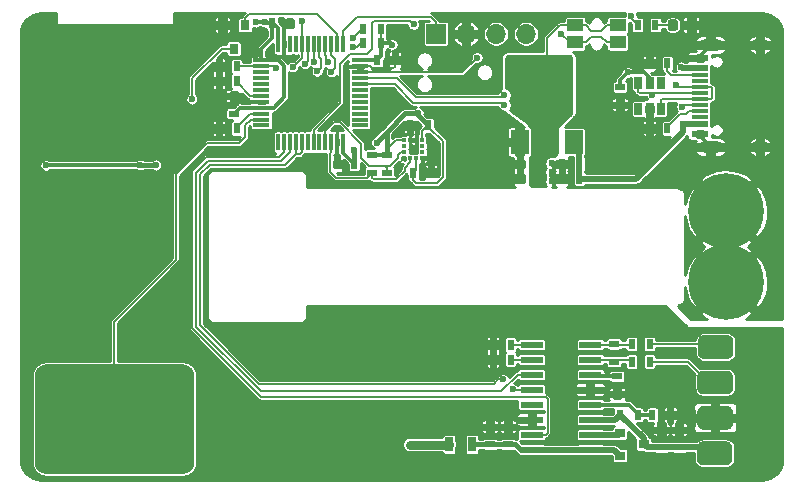
<source format=gtl>
G04 #@! TF.GenerationSoftware,KiCad,Pcbnew,5.1.5-52549c5~84~ubuntu19.10.1*
G04 #@! TF.CreationDate,2020-03-01T21:01:51+01:00*
G04 #@! TF.ProjectId,scale,7363616c-652e-46b6-9963-61645f706362,rev?*
G04 #@! TF.SameCoordinates,Original*
G04 #@! TF.FileFunction,Copper,L1,Top*
G04 #@! TF.FilePolarity,Positive*
%FSLAX46Y46*%
G04 Gerber Fmt 4.6, Leading zero omitted, Abs format (unit mm)*
G04 Created by KiCad (PCBNEW 5.1.5-52549c5~84~ubuntu19.10.1) date 2020-03-01 21:01:51*
%MOMM*%
%LPD*%
G04 APERTURE LIST*
%ADD10C,0.100000*%
%ADD11R,0.300000X1.475000*%
%ADD12R,1.475000X0.300000*%
%ADD13R,1.950000X0.600000*%
%ADD14R,1.400000X1.050000*%
%ADD15R,0.600000X0.900000*%
%ADD16R,0.375000X0.350000*%
%ADD17R,0.350000X0.375000*%
%ADD18R,0.900000X0.600000*%
%ADD19R,0.700000X1.300000*%
%ADD20C,6.400000*%
%ADD21R,0.900000X0.800000*%
%ADD22O,1.700000X1.700000*%
%ADD23R,1.700000X1.700000*%
%ADD24R,1.450000X0.600000*%
%ADD25O,2.100000X1.000000*%
%ADD26O,1.600000X1.000000*%
%ADD27R,1.450000X0.300000*%
%ADD28R,1.500000X2.000000*%
%ADD29R,3.800000X2.000000*%
%ADD30R,0.650000X1.060000*%
%ADD31R,0.800000X0.900000*%
%ADD32C,0.600000*%
%ADD33C,0.500000*%
%ADD34C,0.200000*%
%ADD35C,0.300000*%
%ADD36C,0.400000*%
%ADD37C,0.127000*%
%ADD38C,0.800000*%
%ADD39C,0.254000*%
G04 APERTURE END LIST*
G04 #@! TA.AperFunction,Conductor*
D10*
G36*
X74115666Y-109979454D02*
G01*
X74205459Y-109992774D01*
X74293513Y-110014830D01*
X74378982Y-110045411D01*
X74461042Y-110084223D01*
X74538902Y-110130891D01*
X74611814Y-110184965D01*
X74679074Y-110245926D01*
X74740035Y-110313186D01*
X74794109Y-110386098D01*
X74840777Y-110463958D01*
X74879589Y-110546018D01*
X74910170Y-110631487D01*
X74932226Y-110719541D01*
X74945546Y-110809334D01*
X74950000Y-110900000D01*
X74950000Y-118300000D01*
X74945546Y-118390666D01*
X74932226Y-118480459D01*
X74910170Y-118568513D01*
X74879589Y-118653982D01*
X74840777Y-118736042D01*
X74794109Y-118813902D01*
X74740035Y-118886814D01*
X74679074Y-118954074D01*
X74611814Y-119015035D01*
X74538902Y-119069109D01*
X74461042Y-119115777D01*
X74378982Y-119154589D01*
X74293513Y-119185170D01*
X74205459Y-119207226D01*
X74115666Y-119220546D01*
X74025000Y-119225000D01*
X62375000Y-119225000D01*
X62284334Y-119220546D01*
X62194541Y-119207226D01*
X62106487Y-119185170D01*
X62021018Y-119154589D01*
X61938958Y-119115777D01*
X61861098Y-119069109D01*
X61788186Y-119015035D01*
X61720926Y-118954074D01*
X61659965Y-118886814D01*
X61605891Y-118813902D01*
X61559223Y-118736042D01*
X61520411Y-118653982D01*
X61489830Y-118568513D01*
X61467774Y-118480459D01*
X61454454Y-118390666D01*
X61450000Y-118300000D01*
X61450000Y-110900000D01*
X61454454Y-110809334D01*
X61467774Y-110719541D01*
X61489830Y-110631487D01*
X61520411Y-110546018D01*
X61559223Y-110463958D01*
X61605891Y-110386098D01*
X61659965Y-110313186D01*
X61720926Y-110245926D01*
X61788186Y-110184965D01*
X61861098Y-110130891D01*
X61938958Y-110084223D01*
X62021018Y-110045411D01*
X62106487Y-110014830D01*
X62194541Y-109992774D01*
X62284334Y-109979454D01*
X62375000Y-109975000D01*
X74025000Y-109975000D01*
X74115666Y-109979454D01*
G37*
G04 #@! TD.AperFunction*
D11*
X82050000Y-82837500D03*
X82550000Y-82837500D03*
X83050000Y-82837500D03*
X83550000Y-82837500D03*
X84050000Y-82837500D03*
X84550000Y-82837500D03*
X85050000Y-82837500D03*
X85550000Y-82837500D03*
X86050000Y-82837500D03*
X86550000Y-82837500D03*
X87050000Y-82837500D03*
X87550000Y-82837500D03*
D12*
X88962500Y-84250000D03*
X88962500Y-84750000D03*
X88962500Y-85250000D03*
X88962500Y-85750000D03*
X88962500Y-86250000D03*
X88962500Y-86750000D03*
X88962500Y-87250000D03*
X88962500Y-87750000D03*
X88962500Y-88250000D03*
X88962500Y-88750000D03*
X88962500Y-89250000D03*
X88962500Y-89750000D03*
D11*
X87550000Y-91162500D03*
X87050000Y-91162500D03*
X86550000Y-91162500D03*
X86050000Y-91162500D03*
X85550000Y-91162500D03*
X85050000Y-91162500D03*
X84550000Y-91162500D03*
X84050000Y-91162500D03*
X83550000Y-91162500D03*
X83050000Y-91162500D03*
X82550000Y-91162500D03*
X82050000Y-91162500D03*
D12*
X80637500Y-89750000D03*
X80637500Y-89250000D03*
X80637500Y-88750000D03*
X80637500Y-88250000D03*
X80637500Y-87750000D03*
X80637500Y-87250000D03*
X80637500Y-86750000D03*
X80637500Y-86250000D03*
X80637500Y-85750000D03*
X80637500Y-85250000D03*
X80637500Y-84750000D03*
X80637500Y-84250000D03*
D13*
X103525000Y-117195000D03*
X103525000Y-115925000D03*
X103525000Y-114655000D03*
X103525000Y-113385000D03*
X103525000Y-112115000D03*
X103525000Y-110845000D03*
X103525000Y-109575000D03*
X103525000Y-108305000D03*
X108475000Y-108305000D03*
X108475000Y-109575000D03*
X108475000Y-110845000D03*
X108475000Y-112115000D03*
X108475000Y-113385000D03*
X108475000Y-114655000D03*
X108475000Y-115925000D03*
X108475000Y-117195000D03*
D14*
X110800000Y-81280000D03*
X107200000Y-81280000D03*
X110800000Y-82720000D03*
X107200000Y-82720000D03*
D15*
X77050000Y-90000000D03*
X78550000Y-90000000D03*
D16*
X92737500Y-92000000D03*
X92737500Y-91500000D03*
X94262500Y-91500000D03*
X94262500Y-92000000D03*
D17*
X92750000Y-90987500D03*
X92750000Y-92512500D03*
X94250000Y-90987500D03*
X94250000Y-92512500D03*
X93750000Y-90987500D03*
X93250000Y-90987500D03*
X93750000Y-92512500D03*
X93250000Y-92512500D03*
D15*
X89250000Y-81600000D03*
X90750000Y-81600000D03*
X90750000Y-82800000D03*
X89250000Y-82800000D03*
D18*
X90000000Y-93750000D03*
X90000000Y-92250000D03*
X91250000Y-92250000D03*
X91250000Y-93750000D03*
D15*
X114000000Y-81250000D03*
X112500000Y-81250000D03*
X77050000Y-84750000D03*
X78550000Y-84750000D03*
X115000000Y-84500000D03*
X113500000Y-84500000D03*
X113500000Y-90000000D03*
X115000000Y-90000000D03*
D19*
X98450000Y-116750000D03*
X96550000Y-116750000D03*
D15*
X112500000Y-114250000D03*
X111000000Y-114250000D03*
X113750000Y-114250000D03*
X115250000Y-114250000D03*
X100250000Y-108300000D03*
X101750000Y-108300000D03*
X100250000Y-109575000D03*
X101750000Y-109575000D03*
X113500000Y-109750000D03*
X112000000Y-109750000D03*
X113500000Y-108250000D03*
X112000000Y-108250000D03*
X93250000Y-89750000D03*
X94750000Y-89750000D03*
X95000000Y-93750000D03*
X93500000Y-93750000D03*
X90450000Y-84200000D03*
X91950000Y-84200000D03*
D18*
X78300000Y-88750000D03*
X78300000Y-87250000D03*
D15*
X88500000Y-93000000D03*
X87000000Y-93000000D03*
X81550000Y-81100000D03*
X83050000Y-81100000D03*
X102550000Y-94250000D03*
X104050000Y-94250000D03*
X102550000Y-93000000D03*
X104050000Y-93000000D03*
X77050000Y-86000000D03*
X78550000Y-86000000D03*
X106050000Y-94250000D03*
X107550000Y-94250000D03*
X106050000Y-93000000D03*
X107550000Y-93000000D03*
D18*
X111000000Y-88000000D03*
X111000000Y-86500000D03*
X100000000Y-115250000D03*
X100000000Y-116750000D03*
X101500000Y-115250000D03*
X101500000Y-116750000D03*
X110750000Y-112500000D03*
X110750000Y-111000000D03*
X110500000Y-109750000D03*
X110500000Y-108250000D03*
X116000000Y-115500000D03*
X116000000Y-117000000D03*
X114500000Y-115500000D03*
X114500000Y-117000000D03*
D20*
X120000000Y-97000000D03*
X120000000Y-103000000D03*
D21*
X113000000Y-116750000D03*
X111000000Y-117700000D03*
X111000000Y-115800000D03*
D22*
X103040000Y-82000000D03*
X100500000Y-82000000D03*
X97960000Y-82000000D03*
D23*
X95420000Y-82000000D03*
D24*
X117750000Y-89650000D03*
X117750000Y-84850000D03*
X117750000Y-84050000D03*
X117750000Y-90450000D03*
D25*
X118665000Y-91570000D03*
X118665000Y-82930000D03*
D26*
X122845000Y-91570000D03*
X122845000Y-82930000D03*
D24*
X117750000Y-84050000D03*
X117750000Y-84850000D03*
D27*
X117750000Y-85500000D03*
X117750000Y-86000000D03*
X117750000Y-86500000D03*
X117750000Y-87000000D03*
X117750000Y-87500000D03*
X117750000Y-88000000D03*
X117750000Y-88500000D03*
X117750000Y-89000000D03*
D24*
X117750000Y-89650000D03*
X117750000Y-90450000D03*
D28*
X102500000Y-91150000D03*
X107100000Y-91150000D03*
X104800000Y-91150000D03*
D29*
X104800000Y-84850000D03*
D30*
X113500000Y-86150000D03*
X112550000Y-86150000D03*
X114450000Y-86150000D03*
X114450000Y-88350000D03*
X113500000Y-88350000D03*
X112550000Y-88350000D03*
D31*
X78300000Y-83250000D03*
X77350000Y-81250000D03*
X79250000Y-81250000D03*
G04 #@! TA.AperFunction,SMDPad,CuDef*
D10*
G36*
X120149009Y-107502408D02*
G01*
X120197545Y-107509607D01*
X120245142Y-107521530D01*
X120291342Y-107538060D01*
X120335698Y-107559039D01*
X120377785Y-107584265D01*
X120417197Y-107613495D01*
X120453553Y-107646447D01*
X120486505Y-107682803D01*
X120515735Y-107722215D01*
X120540961Y-107764302D01*
X120561940Y-107808658D01*
X120578470Y-107854858D01*
X120590393Y-107902455D01*
X120597592Y-107950991D01*
X120600000Y-108000000D01*
X120600000Y-109000000D01*
X120597592Y-109049009D01*
X120590393Y-109097545D01*
X120578470Y-109145142D01*
X120561940Y-109191342D01*
X120540961Y-109235698D01*
X120515735Y-109277785D01*
X120486505Y-109317197D01*
X120453553Y-109353553D01*
X120417197Y-109386505D01*
X120377785Y-109415735D01*
X120335698Y-109440961D01*
X120291342Y-109461940D01*
X120245142Y-109478470D01*
X120197545Y-109490393D01*
X120149009Y-109497592D01*
X120100000Y-109500000D01*
X118100000Y-109500000D01*
X118050991Y-109497592D01*
X118002455Y-109490393D01*
X117954858Y-109478470D01*
X117908658Y-109461940D01*
X117864302Y-109440961D01*
X117822215Y-109415735D01*
X117782803Y-109386505D01*
X117746447Y-109353553D01*
X117713495Y-109317197D01*
X117684265Y-109277785D01*
X117659039Y-109235698D01*
X117638060Y-109191342D01*
X117621530Y-109145142D01*
X117609607Y-109097545D01*
X117602408Y-109049009D01*
X117600000Y-109000000D01*
X117600000Y-108000000D01*
X117602408Y-107950991D01*
X117609607Y-107902455D01*
X117621530Y-107854858D01*
X117638060Y-107808658D01*
X117659039Y-107764302D01*
X117684265Y-107722215D01*
X117713495Y-107682803D01*
X117746447Y-107646447D01*
X117782803Y-107613495D01*
X117822215Y-107584265D01*
X117864302Y-107559039D01*
X117908658Y-107538060D01*
X117954858Y-107521530D01*
X118002455Y-107509607D01*
X118050991Y-107502408D01*
X118100000Y-107500000D01*
X120100000Y-107500000D01*
X120149009Y-107502408D01*
G37*
G04 #@! TD.AperFunction*
G04 #@! TA.AperFunction,SMDPad,CuDef*
G36*
X120099009Y-110502408D02*
G01*
X120147545Y-110509607D01*
X120195142Y-110521530D01*
X120241342Y-110538060D01*
X120285698Y-110559039D01*
X120327785Y-110584265D01*
X120367197Y-110613495D01*
X120403553Y-110646447D01*
X120436505Y-110682803D01*
X120465735Y-110722215D01*
X120490961Y-110764302D01*
X120511940Y-110808658D01*
X120528470Y-110854858D01*
X120540393Y-110902455D01*
X120547592Y-110950991D01*
X120550000Y-111000000D01*
X120550000Y-112000000D01*
X120547592Y-112049009D01*
X120540393Y-112097545D01*
X120528470Y-112145142D01*
X120511940Y-112191342D01*
X120490961Y-112235698D01*
X120465735Y-112277785D01*
X120436505Y-112317197D01*
X120403553Y-112353553D01*
X120367197Y-112386505D01*
X120327785Y-112415735D01*
X120285698Y-112440961D01*
X120241342Y-112461940D01*
X120195142Y-112478470D01*
X120147545Y-112490393D01*
X120099009Y-112497592D01*
X120050000Y-112500000D01*
X118050000Y-112500000D01*
X118000991Y-112497592D01*
X117952455Y-112490393D01*
X117904858Y-112478470D01*
X117858658Y-112461940D01*
X117814302Y-112440961D01*
X117772215Y-112415735D01*
X117732803Y-112386505D01*
X117696447Y-112353553D01*
X117663495Y-112317197D01*
X117634265Y-112277785D01*
X117609039Y-112235698D01*
X117588060Y-112191342D01*
X117571530Y-112145142D01*
X117559607Y-112097545D01*
X117552408Y-112049009D01*
X117550000Y-112000000D01*
X117550000Y-111000000D01*
X117552408Y-110950991D01*
X117559607Y-110902455D01*
X117571530Y-110854858D01*
X117588060Y-110808658D01*
X117609039Y-110764302D01*
X117634265Y-110722215D01*
X117663495Y-110682803D01*
X117696447Y-110646447D01*
X117732803Y-110613495D01*
X117772215Y-110584265D01*
X117814302Y-110559039D01*
X117858658Y-110538060D01*
X117904858Y-110521530D01*
X117952455Y-110509607D01*
X118000991Y-110502408D01*
X118050000Y-110500000D01*
X120050000Y-110500000D01*
X120099009Y-110502408D01*
G37*
G04 #@! TD.AperFunction*
G04 #@! TA.AperFunction,SMDPad,CuDef*
G36*
X120099009Y-113502408D02*
G01*
X120147545Y-113509607D01*
X120195142Y-113521530D01*
X120241342Y-113538060D01*
X120285698Y-113559039D01*
X120327785Y-113584265D01*
X120367197Y-113613495D01*
X120403553Y-113646447D01*
X120436505Y-113682803D01*
X120465735Y-113722215D01*
X120490961Y-113764302D01*
X120511940Y-113808658D01*
X120528470Y-113854858D01*
X120540393Y-113902455D01*
X120547592Y-113950991D01*
X120550000Y-114000000D01*
X120550000Y-115000000D01*
X120547592Y-115049009D01*
X120540393Y-115097545D01*
X120528470Y-115145142D01*
X120511940Y-115191342D01*
X120490961Y-115235698D01*
X120465735Y-115277785D01*
X120436505Y-115317197D01*
X120403553Y-115353553D01*
X120367197Y-115386505D01*
X120327785Y-115415735D01*
X120285698Y-115440961D01*
X120241342Y-115461940D01*
X120195142Y-115478470D01*
X120147545Y-115490393D01*
X120099009Y-115497592D01*
X120050000Y-115500000D01*
X118050000Y-115500000D01*
X118000991Y-115497592D01*
X117952455Y-115490393D01*
X117904858Y-115478470D01*
X117858658Y-115461940D01*
X117814302Y-115440961D01*
X117772215Y-115415735D01*
X117732803Y-115386505D01*
X117696447Y-115353553D01*
X117663495Y-115317197D01*
X117634265Y-115277785D01*
X117609039Y-115235698D01*
X117588060Y-115191342D01*
X117571530Y-115145142D01*
X117559607Y-115097545D01*
X117552408Y-115049009D01*
X117550000Y-115000000D01*
X117550000Y-114000000D01*
X117552408Y-113950991D01*
X117559607Y-113902455D01*
X117571530Y-113854858D01*
X117588060Y-113808658D01*
X117609039Y-113764302D01*
X117634265Y-113722215D01*
X117663495Y-113682803D01*
X117696447Y-113646447D01*
X117732803Y-113613495D01*
X117772215Y-113584265D01*
X117814302Y-113559039D01*
X117858658Y-113538060D01*
X117904858Y-113521530D01*
X117952455Y-113509607D01*
X118000991Y-113502408D01*
X118050000Y-113500000D01*
X120050000Y-113500000D01*
X120099009Y-113502408D01*
G37*
G04 #@! TD.AperFunction*
G04 #@! TA.AperFunction,SMDPad,CuDef*
G36*
X120049009Y-116502408D02*
G01*
X120097545Y-116509607D01*
X120145142Y-116521530D01*
X120191342Y-116538060D01*
X120235698Y-116559039D01*
X120277785Y-116584265D01*
X120317197Y-116613495D01*
X120353553Y-116646447D01*
X120386505Y-116682803D01*
X120415735Y-116722215D01*
X120440961Y-116764302D01*
X120461940Y-116808658D01*
X120478470Y-116854858D01*
X120490393Y-116902455D01*
X120497592Y-116950991D01*
X120500000Y-117000000D01*
X120500000Y-118000000D01*
X120497592Y-118049009D01*
X120490393Y-118097545D01*
X120478470Y-118145142D01*
X120461940Y-118191342D01*
X120440961Y-118235698D01*
X120415735Y-118277785D01*
X120386505Y-118317197D01*
X120353553Y-118353553D01*
X120317197Y-118386505D01*
X120277785Y-118415735D01*
X120235698Y-118440961D01*
X120191342Y-118461940D01*
X120145142Y-118478470D01*
X120097545Y-118490393D01*
X120049009Y-118497592D01*
X120000000Y-118500000D01*
X118000000Y-118500000D01*
X117950991Y-118497592D01*
X117902455Y-118490393D01*
X117854858Y-118478470D01*
X117808658Y-118461940D01*
X117764302Y-118440961D01*
X117722215Y-118415735D01*
X117682803Y-118386505D01*
X117646447Y-118353553D01*
X117613495Y-118317197D01*
X117584265Y-118277785D01*
X117559039Y-118235698D01*
X117538060Y-118191342D01*
X117521530Y-118145142D01*
X117509607Y-118097545D01*
X117502408Y-118049009D01*
X117500000Y-118000000D01*
X117500000Y-117000000D01*
X117502408Y-116950991D01*
X117509607Y-116902455D01*
X117521530Y-116854858D01*
X117538060Y-116808658D01*
X117559039Y-116764302D01*
X117584265Y-116722215D01*
X117613495Y-116682803D01*
X117646447Y-116646447D01*
X117682803Y-116613495D01*
X117722215Y-116584265D01*
X117764302Y-116559039D01*
X117808658Y-116538060D01*
X117854858Y-116521530D01*
X117902455Y-116509607D01*
X117950991Y-116502408D01*
X118000000Y-116500000D01*
X120000000Y-116500000D01*
X120049009Y-116502408D01*
G37*
G04 #@! TD.AperFunction*
G04 #@! TA.AperFunction,SMDPad,CuDef*
G36*
X115702691Y-80776053D02*
G01*
X115723926Y-80779203D01*
X115744750Y-80784419D01*
X115764962Y-80791651D01*
X115784368Y-80800830D01*
X115802781Y-80811866D01*
X115820024Y-80824654D01*
X115835930Y-80839070D01*
X115850346Y-80854976D01*
X115863134Y-80872219D01*
X115874170Y-80890632D01*
X115883349Y-80910038D01*
X115890581Y-80930250D01*
X115895797Y-80951074D01*
X115898947Y-80972309D01*
X115900000Y-80993750D01*
X115900000Y-81506250D01*
X115898947Y-81527691D01*
X115895797Y-81548926D01*
X115890581Y-81569750D01*
X115883349Y-81589962D01*
X115874170Y-81609368D01*
X115863134Y-81627781D01*
X115850346Y-81645024D01*
X115835930Y-81660930D01*
X115820024Y-81675346D01*
X115802781Y-81688134D01*
X115784368Y-81699170D01*
X115764962Y-81708349D01*
X115744750Y-81715581D01*
X115723926Y-81720797D01*
X115702691Y-81723947D01*
X115681250Y-81725000D01*
X115243750Y-81725000D01*
X115222309Y-81723947D01*
X115201074Y-81720797D01*
X115180250Y-81715581D01*
X115160038Y-81708349D01*
X115140632Y-81699170D01*
X115122219Y-81688134D01*
X115104976Y-81675346D01*
X115089070Y-81660930D01*
X115074654Y-81645024D01*
X115061866Y-81627781D01*
X115050830Y-81609368D01*
X115041651Y-81589962D01*
X115034419Y-81569750D01*
X115029203Y-81548926D01*
X115026053Y-81527691D01*
X115025000Y-81506250D01*
X115025000Y-80993750D01*
X115026053Y-80972309D01*
X115029203Y-80951074D01*
X115034419Y-80930250D01*
X115041651Y-80910038D01*
X115050830Y-80890632D01*
X115061866Y-80872219D01*
X115074654Y-80854976D01*
X115089070Y-80839070D01*
X115104976Y-80824654D01*
X115122219Y-80811866D01*
X115140632Y-80800830D01*
X115160038Y-80791651D01*
X115180250Y-80784419D01*
X115201074Y-80779203D01*
X115222309Y-80776053D01*
X115243750Y-80775000D01*
X115681250Y-80775000D01*
X115702691Y-80776053D01*
G37*
G04 #@! TD.AperFunction*
G04 #@! TA.AperFunction,SMDPad,CuDef*
G36*
X117277691Y-80776053D02*
G01*
X117298926Y-80779203D01*
X117319750Y-80784419D01*
X117339962Y-80791651D01*
X117359368Y-80800830D01*
X117377781Y-80811866D01*
X117395024Y-80824654D01*
X117410930Y-80839070D01*
X117425346Y-80854976D01*
X117438134Y-80872219D01*
X117449170Y-80890632D01*
X117458349Y-80910038D01*
X117465581Y-80930250D01*
X117470797Y-80951074D01*
X117473947Y-80972309D01*
X117475000Y-80993750D01*
X117475000Y-81506250D01*
X117473947Y-81527691D01*
X117470797Y-81548926D01*
X117465581Y-81569750D01*
X117458349Y-81589962D01*
X117449170Y-81609368D01*
X117438134Y-81627781D01*
X117425346Y-81645024D01*
X117410930Y-81660930D01*
X117395024Y-81675346D01*
X117377781Y-81688134D01*
X117359368Y-81699170D01*
X117339962Y-81708349D01*
X117319750Y-81715581D01*
X117298926Y-81720797D01*
X117277691Y-81723947D01*
X117256250Y-81725000D01*
X116818750Y-81725000D01*
X116797309Y-81723947D01*
X116776074Y-81720797D01*
X116755250Y-81715581D01*
X116735038Y-81708349D01*
X116715632Y-81699170D01*
X116697219Y-81688134D01*
X116679976Y-81675346D01*
X116664070Y-81660930D01*
X116649654Y-81645024D01*
X116636866Y-81627781D01*
X116625830Y-81609368D01*
X116616651Y-81589962D01*
X116609419Y-81569750D01*
X116604203Y-81548926D01*
X116601053Y-81527691D01*
X116600000Y-81506250D01*
X116600000Y-80993750D01*
X116601053Y-80972309D01*
X116604203Y-80951074D01*
X116609419Y-80930250D01*
X116616651Y-80910038D01*
X116625830Y-80890632D01*
X116636866Y-80872219D01*
X116649654Y-80854976D01*
X116664070Y-80839070D01*
X116679976Y-80824654D01*
X116697219Y-80811866D01*
X116715632Y-80800830D01*
X116735038Y-80791651D01*
X116755250Y-80784419D01*
X116776074Y-80779203D01*
X116797309Y-80776053D01*
X116818750Y-80775000D01*
X117256250Y-80775000D01*
X117277691Y-80776053D01*
G37*
G04 #@! TD.AperFunction*
D32*
X102850000Y-90750000D03*
X102125000Y-90750000D03*
X87039141Y-90057597D03*
X87700000Y-93600000D03*
X92400000Y-90100000D03*
X95400000Y-91600000D03*
X95400000Y-92600000D03*
X92197107Y-93324119D03*
X105225000Y-92950000D03*
X105225000Y-94475000D03*
X105225000Y-93700000D03*
X101300000Y-92800000D03*
X101300000Y-93550000D03*
X101300000Y-94325000D03*
X77050000Y-87450000D03*
X77050000Y-88450000D03*
X79950000Y-90750000D03*
X82500000Y-89450000D03*
X83350000Y-87500000D03*
X86500000Y-86550000D03*
X87300000Y-88750000D03*
X84450000Y-89500000D03*
X90650000Y-87050000D03*
X92900000Y-84300000D03*
X91950000Y-81600000D03*
X93650000Y-82750000D03*
X96000000Y-89050000D03*
X100000000Y-89000000D03*
X92000000Y-88100000D03*
X89400000Y-90600000D03*
X85800000Y-92700000D03*
X97000000Y-94000000D03*
X97000000Y-91000000D03*
X100000000Y-91500000D03*
X78000000Y-107350000D03*
X81500000Y-110500000D03*
X88000000Y-110500000D03*
X94000000Y-110550000D03*
X98250000Y-108850000D03*
X102250000Y-106350000D03*
X108950000Y-106100000D03*
X105850000Y-108750000D03*
X105850000Y-111500000D03*
X105850000Y-114550000D03*
X101550000Y-113600000D03*
X100050000Y-113600000D03*
X97200000Y-114250000D03*
X92800000Y-114500000D03*
X88500000Y-114500000D03*
X84000000Y-114500000D03*
X79500000Y-114500000D03*
X112500000Y-112000000D03*
X114500000Y-112000000D03*
X116500000Y-113000000D03*
X116000000Y-119000000D03*
X114500000Y-119000000D03*
X107500000Y-119000000D03*
X104000000Y-119000000D03*
X100500000Y-119000000D03*
X62500000Y-108500000D03*
X64000000Y-108500000D03*
X65500000Y-108500000D03*
X67000000Y-108500000D03*
X71500000Y-108500000D03*
X73000000Y-108500000D03*
X74500000Y-108500000D03*
X76000000Y-109500000D03*
X76500000Y-111000000D03*
X76500000Y-112500000D03*
X76500000Y-114000000D03*
X76500000Y-117000000D03*
X76500000Y-118500000D03*
X72000000Y-101000000D03*
X68000000Y-105000000D03*
X63500000Y-100500000D03*
X69500000Y-106500000D03*
X73500000Y-102500000D03*
X73000000Y-92000000D03*
X75500000Y-89500000D03*
X66000000Y-92000000D03*
X69000000Y-89000000D03*
X71500000Y-86500000D03*
X74500000Y-83500000D03*
X71000000Y-82500000D03*
X68000000Y-85500000D03*
X65000000Y-88500000D03*
X62000000Y-92000000D03*
X80500000Y-82000000D03*
X110000000Y-89000000D03*
X112000000Y-90000000D03*
X113000000Y-92000000D03*
X110500000Y-93000000D03*
X114500000Y-94000000D03*
X116500000Y-92000000D03*
X82950000Y-84049996D03*
X106250000Y-85500000D03*
X105500000Y-85500000D03*
X104750000Y-85500000D03*
X104000000Y-85500000D03*
X103250000Y-85500000D03*
X101750000Y-84250000D03*
X101750000Y-85000000D03*
X101750000Y-85750000D03*
X102500000Y-84250000D03*
X102500000Y-85000000D03*
X102500000Y-85750000D03*
X93900000Y-88700000D03*
X90400000Y-91200000D03*
X88500000Y-91800000D03*
X70400000Y-93100000D03*
X71700000Y-93100000D03*
X80900000Y-81000000D03*
X80200000Y-81000000D03*
X91700000Y-82900000D03*
X111650000Y-85250000D03*
X93200000Y-116775000D03*
X94225000Y-116775000D03*
X62400000Y-93125000D03*
X116175000Y-84800000D03*
X116325000Y-89625000D03*
X98900000Y-84000000D03*
X84100000Y-80900000D03*
X83275000Y-84800000D03*
X81899992Y-84900010D03*
X106034092Y-81986498D03*
X93525000Y-81200000D03*
X111943973Y-80525002D03*
X113750000Y-87180002D03*
X116242841Y-88149990D03*
X101200000Y-88025000D03*
X101200000Y-87175000D03*
X115725000Y-86325000D03*
X74750000Y-87525000D03*
X86560203Y-85200000D03*
X86291984Y-84391248D03*
X85360191Y-85173019D03*
X88400000Y-83138534D03*
X85120855Y-84381166D03*
X88400000Y-82338521D03*
X84335962Y-84535962D03*
X101116597Y-111252495D03*
X101900000Y-112100000D03*
D33*
X113250000Y-117000000D02*
X113000000Y-116750000D01*
X114500000Y-117000000D02*
X113250000Y-117000000D01*
X116000000Y-117000000D02*
X114500000Y-117000000D01*
X110595000Y-114655000D02*
X111000000Y-114250000D01*
X108475000Y-114655000D02*
X110595000Y-114655000D01*
X113000000Y-116250000D02*
X111000000Y-114250000D01*
X113000000Y-116750000D02*
X113000000Y-116250000D01*
X118500000Y-117000000D02*
X119000000Y-117500000D01*
X116000000Y-117000000D02*
X118500000Y-117000000D01*
D34*
X111825000Y-109575000D02*
X112000000Y-109750000D01*
X108475000Y-109575000D02*
X111825000Y-109575000D01*
X110325000Y-109575000D02*
X110500000Y-109750000D01*
X108475000Y-109575000D02*
X110325000Y-109575000D01*
X111945000Y-108305000D02*
X112000000Y-108250000D01*
X108475000Y-108305000D02*
X111945000Y-108305000D01*
D35*
X108630000Y-111000000D02*
X108475000Y-110845000D01*
X110750000Y-111000000D02*
X108630000Y-111000000D01*
D36*
X98450000Y-116750000D02*
X101500000Y-116750000D01*
X102150000Y-116750000D02*
X101500000Y-116750000D01*
X103525000Y-117195000D02*
X102595000Y-117195000D01*
X102595000Y-117195000D02*
X102150000Y-116750000D01*
D33*
X103525000Y-117195000D02*
X108475000Y-117195000D01*
X110495000Y-117195000D02*
X111000000Y-117700000D01*
X108475000Y-117195000D02*
X110495000Y-117195000D01*
D34*
X93750000Y-90250000D02*
X93250000Y-89750000D01*
X93750000Y-90987500D02*
X93750000Y-90250000D01*
X93250000Y-90987500D02*
X93250000Y-89750000D01*
X87050000Y-91162500D02*
X87050000Y-92700000D01*
X94250000Y-93000000D02*
X95000000Y-93750000D01*
X94250000Y-92512500D02*
X94250000Y-93000000D01*
X87050000Y-90068456D02*
X87039141Y-90057597D01*
X87050000Y-91162500D02*
X87050000Y-90068456D01*
X87100000Y-93000000D02*
X87700000Y-93600000D01*
X87000000Y-93000000D02*
X87100000Y-93000000D01*
D35*
X87050000Y-92950000D02*
X87000000Y-93000000D01*
X87050000Y-91162500D02*
X87050000Y-92950000D01*
X78800000Y-87750000D02*
X78300000Y-87250000D01*
X80637500Y-87750000D02*
X78800000Y-87750000D01*
D37*
X92197107Y-93065393D02*
X92197107Y-93324119D01*
X92750000Y-92512500D02*
X92197107Y-93065393D01*
D35*
X117750000Y-90655000D02*
X118665000Y-91570000D01*
X117750000Y-90450000D02*
X117750000Y-90655000D01*
X117750000Y-83845000D02*
X118665000Y-82930000D01*
X117750000Y-84050000D02*
X117750000Y-83845000D01*
D33*
X105450000Y-94250000D02*
X105225000Y-94475000D01*
X106050000Y-94250000D02*
X105450000Y-94250000D01*
X105225000Y-94025000D02*
X105225000Y-93700000D01*
X105450000Y-94250000D02*
X105225000Y-94025000D01*
X105275000Y-93000000D02*
X105225000Y-92950000D01*
X106050000Y-93000000D02*
X105275000Y-93000000D01*
X92750000Y-89750000D02*
X92400000Y-90100000D01*
X93250000Y-89750000D02*
X92750000Y-89750000D01*
D35*
X82550000Y-81600000D02*
X83050000Y-81100000D01*
X82550000Y-82837500D02*
X82550000Y-81600000D01*
D37*
X91950000Y-84777000D02*
X91950000Y-84200000D01*
X91813499Y-84913501D02*
X91950000Y-84777000D01*
X89990501Y-84913501D02*
X91813499Y-84913501D01*
X89827000Y-84750000D02*
X89990501Y-84913501D01*
X88962500Y-84750000D02*
X89827000Y-84750000D01*
D35*
X82724996Y-84049996D02*
X82950000Y-84049996D01*
X82550000Y-82837500D02*
X82550000Y-83875000D01*
X82550000Y-83875000D02*
X82724996Y-84049996D01*
X113500000Y-86150000D02*
X113500000Y-85750000D01*
X113500000Y-85750000D02*
X113000000Y-85250000D01*
X111000000Y-85900000D02*
X111000000Y-86500000D01*
X111650000Y-85250000D02*
X111000000Y-85900000D01*
X113000000Y-85250000D02*
X111650000Y-85250000D01*
X91250000Y-92250000D02*
X90000000Y-92250000D01*
D34*
X91250000Y-91750000D02*
X91250000Y-92250000D01*
X92012500Y-90987500D02*
X91250000Y-91750000D01*
X92750000Y-90987500D02*
X92012500Y-90987500D01*
X94250000Y-90250000D02*
X94750000Y-89750000D01*
X94250000Y-90987500D02*
X94250000Y-90250000D01*
X93750000Y-92512500D02*
X93750000Y-93500000D01*
X93750000Y-93500000D02*
X93500000Y-93750000D01*
D35*
X82050000Y-81500000D02*
X81550000Y-81000000D01*
X82050000Y-82837500D02*
X82050000Y-81500000D01*
X81550000Y-82350000D02*
X81550000Y-81000000D01*
X80637500Y-84250000D02*
X80637500Y-83262500D01*
X80637500Y-83262500D02*
X81550000Y-82350000D01*
X87550000Y-92050000D02*
X88500000Y-93000000D01*
X87550000Y-91162500D02*
X87550000Y-92050000D01*
X78800000Y-88250000D02*
X78300000Y-88750000D01*
X80637500Y-88250000D02*
X78800000Y-88250000D01*
D36*
X93500000Y-93750000D02*
X93350000Y-93750000D01*
X94750000Y-89750000D02*
X94750000Y-89600000D01*
X93900000Y-88900000D02*
X94750000Y-89750000D01*
X93900000Y-88700000D02*
X93900000Y-88900000D01*
X91250000Y-90279998D02*
X91250000Y-91550000D01*
X92829998Y-88700000D02*
X91250000Y-90279998D01*
X91250000Y-91550000D02*
X91250000Y-92250000D01*
X93900000Y-88700000D02*
X92829998Y-88700000D01*
X91250000Y-90279998D02*
X90400000Y-91129998D01*
X90400000Y-91129998D02*
X90400000Y-91200000D01*
X88500000Y-91800000D02*
X88500000Y-93000000D01*
D34*
X94750000Y-89850000D02*
X94750000Y-89750000D01*
X96000000Y-91100000D02*
X94750000Y-89850000D01*
X93500000Y-94400000D02*
X93700000Y-94600000D01*
X93700000Y-94600000D02*
X95500000Y-94600000D01*
X95500000Y-94600000D02*
X96000000Y-94100000D01*
X93500000Y-93750000D02*
X93500000Y-94400000D01*
X96000000Y-94100000D02*
X96000000Y-91100000D01*
D36*
X71700000Y-93100000D02*
X70400000Y-93100000D01*
D35*
X81550000Y-81100000D02*
X81000000Y-81100000D01*
X81000000Y-81100000D02*
X80900000Y-81000000D01*
X80900000Y-81000000D02*
X80300000Y-81000000D01*
X90400000Y-84250000D02*
X90450000Y-84200000D01*
X88962500Y-84250000D02*
X90400000Y-84250000D01*
D34*
X90750000Y-83900000D02*
X90750000Y-81600000D01*
D35*
X90750000Y-83900000D02*
X90450000Y-84200000D01*
X90750000Y-82800000D02*
X90750000Y-83900000D01*
X91600000Y-82800000D02*
X91700000Y-82900000D01*
X90750000Y-82800000D02*
X91600000Y-82800000D01*
D38*
X93200000Y-116775000D02*
X94225000Y-116775000D01*
X96525000Y-116775000D02*
X96550000Y-116750000D01*
X93200000Y-116775000D02*
X96525000Y-116775000D01*
D34*
X109900000Y-81280000D02*
X110800000Y-81280000D01*
X109429999Y-81750001D02*
X109900000Y-81280000D01*
X108570001Y-81750001D02*
X109429999Y-81750001D01*
X108100000Y-81280000D02*
X108570001Y-81750001D01*
X107200000Y-81280000D02*
X108100000Y-81280000D01*
X107200000Y-81280000D02*
X105888401Y-81280000D01*
X105888401Y-81280000D02*
X104800000Y-82368401D01*
X104800000Y-82368401D02*
X104800000Y-83650000D01*
X104800000Y-83650000D02*
X104800000Y-84850000D01*
D35*
X70400000Y-93100000D02*
X62425000Y-93100000D01*
X62425000Y-93100000D02*
X62400000Y-93125000D01*
X81675000Y-88250000D02*
X80637500Y-88250000D01*
X80637500Y-84250000D02*
X82091032Y-84250000D01*
X82091032Y-84250000D02*
X82550002Y-84708970D01*
X82550002Y-84708970D02*
X82550002Y-87374998D01*
X82550002Y-87374998D02*
X81675000Y-88250000D01*
D33*
X117750000Y-84850000D02*
X116225000Y-84850000D01*
X116225000Y-84850000D02*
X116175000Y-84800000D01*
X117725000Y-89625000D02*
X117750000Y-89650000D01*
X116325000Y-89625000D02*
X117725000Y-89625000D01*
X116325000Y-89625000D02*
X116325000Y-90300000D01*
X112375000Y-94250000D02*
X107550000Y-94250000D01*
X116325000Y-90300000D02*
X112375000Y-94250000D01*
X107550000Y-91600000D02*
X107100000Y-91150000D01*
X107550000Y-94250000D02*
X107550000Y-91600000D01*
D34*
X78550000Y-86100000D02*
X78550000Y-86000000D01*
X79700000Y-87250000D02*
X78550000Y-86100000D01*
X80637500Y-87250000D02*
X79700000Y-87250000D01*
D37*
X115462500Y-81250000D02*
X114000000Y-81250000D01*
D34*
X118850000Y-108250000D02*
X119100000Y-108500000D01*
X113500000Y-108250000D02*
X118850000Y-108250000D01*
X113500000Y-109750000D02*
X116725000Y-109750000D01*
X118475000Y-111500000D02*
X119050000Y-111500000D01*
X116725000Y-109750000D02*
X118475000Y-111500000D01*
D37*
X87550000Y-82837500D02*
X87550000Y-81750000D01*
X88740512Y-80559488D02*
X94956488Y-80559488D01*
X87550000Y-81750000D02*
X88740512Y-80559488D01*
X95420000Y-81023000D02*
X95420000Y-82000000D01*
X94956488Y-80559488D02*
X95420000Y-81023000D01*
X97650000Y-85250000D02*
X98900000Y-84000000D01*
X88962500Y-85250000D02*
X97650000Y-85250000D01*
D34*
X101750000Y-109575000D02*
X103525000Y-109575000D01*
X103520000Y-108300000D02*
X103525000Y-108305000D01*
X101750000Y-108300000D02*
X103520000Y-108300000D01*
D35*
X112500000Y-114250000D02*
X113750000Y-114250000D01*
X112500000Y-114150000D02*
X112500000Y-114250000D01*
X108475000Y-113385000D02*
X111735000Y-113385000D01*
X111735000Y-113385000D02*
X112500000Y-114150000D01*
D34*
X115000000Y-89850000D02*
X115000000Y-90000000D01*
X116584998Y-88750000D02*
X116100000Y-88750000D01*
X116100000Y-88750000D02*
X115000000Y-89850000D01*
X117750000Y-88500000D02*
X116834998Y-88500000D01*
X116834998Y-88500000D02*
X116584998Y-88750000D01*
X115000000Y-85150000D02*
X115000000Y-84500000D01*
X115350000Y-85500000D02*
X115000000Y-85150000D01*
X117750000Y-85500000D02*
X115350000Y-85500000D01*
X79700000Y-84750000D02*
X78550000Y-84750000D01*
X80637500Y-84750000D02*
X79700000Y-84750000D01*
D37*
X108100000Y-82720000D02*
X107200000Y-82720000D01*
X109900000Y-82720000D02*
X109429999Y-82249999D01*
X108570001Y-82249999D02*
X108100000Y-82720000D01*
X109429999Y-82249999D02*
X108570001Y-82249999D01*
X110800000Y-82720000D02*
X109900000Y-82720000D01*
X84100000Y-82787500D02*
X84050000Y-82837500D01*
X84100000Y-80900000D02*
X84100000Y-82787500D01*
X84050000Y-84025000D02*
X84050000Y-82837500D01*
X83275000Y-84800000D02*
X84050000Y-84025000D01*
X81749982Y-84750000D02*
X81899992Y-84900010D01*
X80637500Y-84750000D02*
X81749982Y-84750000D01*
X106034092Y-82009092D02*
X106034092Y-81986498D01*
X107200000Y-82720000D02*
X106745000Y-82720000D01*
X106745000Y-82720000D02*
X106034092Y-82009092D01*
X111943973Y-80693973D02*
X111943973Y-80525002D01*
X112500000Y-81250000D02*
X111943973Y-80693973D01*
X90163501Y-80886499D02*
X93211499Y-80886499D01*
X90000000Y-83274302D02*
X90000000Y-81050000D01*
X89549302Y-83725000D02*
X90000000Y-83274302D01*
X85050000Y-90100000D02*
X87325000Y-87825000D01*
X85050000Y-91162500D02*
X85050000Y-90100000D01*
X87325000Y-87825000D02*
X87325000Y-84525698D01*
X87325000Y-84525698D02*
X88125698Y-83725000D01*
X93211499Y-80886499D02*
X93525000Y-81200000D01*
X90000000Y-81050000D02*
X90163501Y-80886499D01*
X88125698Y-83725000D02*
X89549302Y-83725000D01*
D34*
X112550000Y-86880000D02*
X112550000Y-86150000D01*
X112670000Y-87000000D02*
X112550000Y-86880000D01*
X113750000Y-87180002D02*
X113680002Y-87180002D01*
X117750000Y-87000000D02*
X113500000Y-87000000D01*
X113680002Y-87180002D02*
X113500000Y-87000000D01*
X113500000Y-87000000D02*
X112670000Y-87000000D01*
X116392831Y-88000000D02*
X116242841Y-88149990D01*
X117750000Y-88000000D02*
X116392831Y-88000000D01*
X101000000Y-87825000D02*
X101200000Y-88025000D01*
X90093751Y-86225000D02*
X91906800Y-86225000D01*
X93506800Y-87825000D02*
X101000000Y-87825000D01*
X90068751Y-86250000D02*
X90093751Y-86225000D01*
X91906800Y-86225000D02*
X93506800Y-87825000D01*
X88962500Y-86250000D02*
X90068751Y-86250000D01*
X114450000Y-87620000D02*
X114450000Y-88350000D01*
X114570000Y-87500000D02*
X114450000Y-87620000D01*
X117750000Y-87500000D02*
X114570000Y-87500000D01*
X118675000Y-87500000D02*
X117750000Y-87500000D01*
X118775001Y-87399999D02*
X118675000Y-87500000D01*
X118775001Y-86600001D02*
X118775001Y-87399999D01*
X118675000Y-86500000D02*
X118775001Y-86600001D01*
X117750000Y-86500000D02*
X118675000Y-86500000D01*
X90068751Y-85750000D02*
X90093751Y-85775000D01*
X93693200Y-87375000D02*
X101000000Y-87375000D01*
X88962500Y-85750000D02*
X90068751Y-85750000D01*
X101000000Y-87375000D02*
X101200000Y-87175000D01*
X90093751Y-85775000D02*
X92093200Y-85775000D01*
X92093200Y-85775000D02*
X93693200Y-87375000D01*
X116825000Y-86500000D02*
X117750000Y-86500000D01*
X115725000Y-86325000D02*
X115900000Y-86500000D01*
X115900000Y-86500000D02*
X116825000Y-86500000D01*
D33*
X110875000Y-115925000D02*
X111000000Y-115800000D01*
X108475000Y-115925000D02*
X110875000Y-115925000D01*
D34*
X78300000Y-83250000D02*
X77259998Y-83250000D01*
X77259998Y-83250000D02*
X74750000Y-85759998D01*
X74750000Y-85759998D02*
X74750000Y-87100736D01*
X74750000Y-87100736D02*
X74750000Y-87525000D01*
D37*
X86860202Y-84900001D02*
X86560203Y-85200000D01*
X86550000Y-83775000D02*
X86891985Y-84116985D01*
X86550000Y-82837500D02*
X86550000Y-83775000D01*
X86891985Y-84116985D02*
X86891985Y-84868218D01*
X86891985Y-84868218D02*
X86860202Y-84900001D01*
X86050000Y-83775000D02*
X86091985Y-83816985D01*
X86091985Y-84191249D02*
X86291984Y-84391248D01*
X86050000Y-82837500D02*
X86050000Y-83775000D01*
X86091985Y-83816985D02*
X86091985Y-84191249D01*
X85691974Y-84841236D02*
X85660190Y-84873020D01*
X85660190Y-84873020D02*
X85360191Y-85173019D01*
X85550000Y-83956886D02*
X85691974Y-84098860D01*
X85691974Y-84098860D02*
X85691974Y-84841236D01*
X85550000Y-82837500D02*
X85550000Y-83956886D01*
X88736466Y-83138534D02*
X88400000Y-83138534D01*
X89250000Y-82800000D02*
X89075000Y-82800000D01*
X89075000Y-82800000D02*
X88736466Y-83138534D01*
X85050000Y-82837500D02*
X85050000Y-84310311D01*
X85050000Y-84310311D02*
X85120855Y-84381166D01*
X88411479Y-82338521D02*
X88400000Y-82338521D01*
X89250000Y-81600000D02*
X89150000Y-81600000D01*
X89150000Y-81600000D02*
X88411479Y-82338521D01*
X84550000Y-84321924D02*
X84335962Y-84535962D01*
X84550000Y-82837500D02*
X84550000Y-84321924D01*
X79250000Y-80673000D02*
X79623000Y-80300000D01*
X79250000Y-81250000D02*
X79250000Y-80673000D01*
X87050000Y-81973000D02*
X87050000Y-82837500D01*
X85377000Y-80300000D02*
X87050000Y-81973000D01*
X79623000Y-80300000D02*
X85377000Y-80300000D01*
X91250000Y-93323000D02*
X91250000Y-93750000D01*
X91113499Y-93186499D02*
X91250000Y-93323000D01*
X89100000Y-91284472D02*
X89100000Y-92500000D01*
X86768659Y-89494095D02*
X87309623Y-89494095D01*
X86050000Y-91162500D02*
X86050000Y-90212754D01*
X87309623Y-89494095D02*
X89100000Y-91284472D01*
X86050000Y-90212754D02*
X86768659Y-89494095D01*
X89100000Y-92500000D02*
X89786499Y-93186499D01*
X89786499Y-93186499D02*
X91113499Y-93186499D01*
X91537803Y-93186499D02*
X91113499Y-93186499D01*
X92200000Y-92524302D02*
X91537803Y-93186499D01*
X92423000Y-92000000D02*
X92200000Y-92223000D01*
X92200000Y-92223000D02*
X92200000Y-92524302D01*
X92737500Y-92000000D02*
X92423000Y-92000000D01*
X89573000Y-94177000D02*
X90000000Y-93750000D01*
X86550000Y-92027000D02*
X86436499Y-92140501D01*
X86436499Y-93660801D02*
X86952698Y-94177000D01*
X86550000Y-91162500D02*
X86550000Y-92027000D01*
X86436499Y-92140501D02*
X86436499Y-93660801D01*
X86952698Y-94177000D02*
X89573000Y-94177000D01*
X93250000Y-92512500D02*
X93250000Y-92827000D01*
X92760609Y-93594601D02*
X92041709Y-94313501D01*
X92760609Y-93316391D02*
X92760609Y-93594601D01*
X90136501Y-94313501D02*
X90000000Y-94177000D01*
X93250000Y-92827000D02*
X92760609Y-93316391D01*
X90000000Y-94177000D02*
X90000000Y-93750000D01*
X92041709Y-94313501D02*
X90136501Y-94313501D01*
X74800000Y-106925002D02*
X74800000Y-93624998D01*
X82131022Y-92445978D02*
X82550000Y-92027000D01*
X104700000Y-115925000D02*
X104875000Y-115750000D01*
X75979020Y-92445978D02*
X82131022Y-92445978D01*
X74800000Y-93624998D02*
X75979020Y-92445978D01*
X104875000Y-112919998D02*
X104705002Y-112750000D01*
X103525000Y-115925000D02*
X104700000Y-115925000D01*
X82550000Y-92027000D02*
X82550000Y-91162500D01*
X80624998Y-112750000D02*
X74800000Y-106925002D01*
X104875000Y-115750000D02*
X104875000Y-112919998D01*
X104705002Y-112750000D02*
X80624998Y-112750000D01*
X83550000Y-91162500D02*
X83550000Y-92200000D01*
X83877000Y-92200000D02*
X83550000Y-92200000D01*
X84050000Y-92027000D02*
X83877000Y-92200000D01*
X84050000Y-91162500D02*
X84050000Y-92027000D01*
X101915000Y-112115000D02*
X101900000Y-112100000D01*
X103525000Y-112115000D02*
X101915000Y-112115000D01*
X100344828Y-111600000D02*
X100692333Y-111252495D01*
X82650000Y-93100000D02*
X76249924Y-93100000D01*
X100692333Y-111252495D02*
X101116597Y-111252495D01*
X75454022Y-106654098D02*
X80399924Y-111600000D01*
X76249924Y-93100000D02*
X75454022Y-93895902D01*
X80399924Y-111600000D02*
X100344828Y-111600000D01*
X83550000Y-92200000D02*
X82650000Y-93100000D01*
X75454022Y-93895902D02*
X75454022Y-106654098D01*
X102321016Y-110845000D02*
X102423000Y-110845000D01*
X100939005Y-112227011D02*
X102321016Y-110845000D01*
X80564472Y-112227011D02*
X100939005Y-112227011D01*
X75127011Y-106789550D02*
X80564472Y-112227011D01*
X102423000Y-110845000D02*
X103525000Y-110845000D01*
X76114472Y-92772989D02*
X75127011Y-93760450D01*
X82304011Y-92772989D02*
X76114472Y-92772989D01*
X75127011Y-93760450D02*
X75127011Y-106789550D01*
X83050000Y-91162500D02*
X83050000Y-92027000D01*
X83050000Y-92027000D02*
X82304011Y-92772989D01*
D34*
X78550000Y-89900000D02*
X78550000Y-90000000D01*
X79700000Y-88750000D02*
X78550000Y-89900000D01*
X80637500Y-88750000D02*
X79700000Y-88750000D01*
D37*
X79773000Y-89250000D02*
X79275000Y-89748000D01*
X80637500Y-89250000D02*
X79773000Y-89250000D01*
X79275000Y-89748000D02*
X79275000Y-90725000D01*
X78750000Y-91250000D02*
X76025000Y-91250000D01*
X79275000Y-90725000D02*
X78750000Y-91250000D01*
X73387500Y-93887500D02*
X73387500Y-101112500D01*
X76025000Y-91250000D02*
X73387500Y-93887500D01*
X68150000Y-106350000D02*
X68150000Y-107000000D01*
X73387500Y-101112500D02*
X68150000Y-106350000D01*
X68150000Y-107000000D02*
X68200000Y-114600000D01*
D39*
G36*
X63248001Y-80987614D02*
G01*
X63246781Y-81000000D01*
X63251647Y-81049401D01*
X63266056Y-81096903D01*
X63289456Y-81140681D01*
X63320947Y-81179053D01*
X63359319Y-81210544D01*
X63403097Y-81233944D01*
X63450599Y-81248353D01*
X63487624Y-81252000D01*
X63487625Y-81252000D01*
X63500000Y-81253219D01*
X63512376Y-81252000D01*
X72987624Y-81252000D01*
X73000000Y-81253219D01*
X73012375Y-81252000D01*
X73012376Y-81252000D01*
X73049401Y-81248353D01*
X73096903Y-81233944D01*
X73140681Y-81210544D01*
X73179053Y-81179053D01*
X73210544Y-81140681D01*
X73233944Y-81096903D01*
X73248353Y-81049401D01*
X73250815Y-81024407D01*
X73252000Y-81012376D01*
X73252000Y-81012375D01*
X73253219Y-81000000D01*
X73252000Y-80987624D01*
X73252000Y-80800000D01*
X76621418Y-80800000D01*
X76623000Y-80895250D01*
X76704750Y-80977000D01*
X77077000Y-80977000D01*
X77077000Y-80554750D01*
X77623000Y-80554750D01*
X77623000Y-80977000D01*
X77995250Y-80977000D01*
X78077000Y-80895250D01*
X78078582Y-80800000D01*
X78072268Y-80735897D01*
X78053570Y-80674257D01*
X78023206Y-80617450D01*
X77982343Y-80567657D01*
X77932550Y-80526794D01*
X77875743Y-80496430D01*
X77814103Y-80477732D01*
X77750000Y-80471418D01*
X77704750Y-80473000D01*
X77623000Y-80554750D01*
X77077000Y-80554750D01*
X76995250Y-80473000D01*
X76950000Y-80471418D01*
X76885897Y-80477732D01*
X76824257Y-80496430D01*
X76767450Y-80526794D01*
X76717657Y-80567657D01*
X76676794Y-80617450D01*
X76646430Y-80674257D01*
X76627732Y-80735897D01*
X76621418Y-80800000D01*
X73252000Y-80800000D01*
X73252000Y-80252000D01*
X79221987Y-80252000D01*
X79036525Y-80437463D01*
X79024408Y-80447407D01*
X78984732Y-80495753D01*
X78977434Y-80509407D01*
X78958530Y-80544772D01*
X78850000Y-80544772D01*
X78800207Y-80549676D01*
X78752328Y-80564200D01*
X78708203Y-80587786D01*
X78669527Y-80619527D01*
X78637786Y-80658203D01*
X78614200Y-80702328D01*
X78599676Y-80750207D01*
X78594772Y-80800000D01*
X78594772Y-81700000D01*
X78599676Y-81749793D01*
X78614200Y-81797672D01*
X78637786Y-81841797D01*
X78669527Y-81880473D01*
X78708203Y-81912214D01*
X78752328Y-81935800D01*
X78800207Y-81950324D01*
X78850000Y-81955228D01*
X79650000Y-81955228D01*
X79699793Y-81950324D01*
X79747672Y-81935800D01*
X79791797Y-81912214D01*
X79830473Y-81880473D01*
X79862214Y-81841797D01*
X79885800Y-81797672D01*
X79900324Y-81749793D01*
X79905228Y-81700000D01*
X79905228Y-81469331D01*
X79937582Y-81490949D01*
X80038404Y-81532711D01*
X80145436Y-81554000D01*
X80254564Y-81554000D01*
X80361596Y-81532711D01*
X80462418Y-81490949D01*
X80550000Y-81432428D01*
X80637582Y-81490949D01*
X80738404Y-81532711D01*
X80845436Y-81554000D01*
X80954564Y-81554000D01*
X80994772Y-81546003D01*
X80994772Y-81550000D01*
X80999676Y-81599793D01*
X81014200Y-81647672D01*
X81037786Y-81691797D01*
X81069527Y-81730473D01*
X81108203Y-81762214D01*
X81146000Y-81782418D01*
X81146000Y-82182657D01*
X80365855Y-82962803D01*
X80350448Y-82975447D01*
X80337804Y-82990854D01*
X80337800Y-82990858D01*
X80299962Y-83036965D01*
X80269074Y-83094751D01*
X80262448Y-83107148D01*
X80240166Y-83180604D01*
X80239347Y-83183303D01*
X80231546Y-83262500D01*
X80233501Y-83282347D01*
X80233500Y-83844772D01*
X79900000Y-83844772D01*
X79850207Y-83849676D01*
X79802328Y-83864200D01*
X79758203Y-83887786D01*
X79719527Y-83919527D01*
X79687786Y-83958203D01*
X79664200Y-84002328D01*
X79649676Y-84050207D01*
X79644772Y-84100000D01*
X79644772Y-84396000D01*
X79105228Y-84396000D01*
X79105228Y-84300000D01*
X79100324Y-84250207D01*
X79085800Y-84202328D01*
X79062214Y-84158203D01*
X79030473Y-84119527D01*
X78991797Y-84087786D01*
X78947672Y-84064200D01*
X78899793Y-84049676D01*
X78850000Y-84044772D01*
X78250000Y-84044772D01*
X78200207Y-84049676D01*
X78152328Y-84064200D01*
X78108203Y-84087786D01*
X78069527Y-84119527D01*
X78037786Y-84158203D01*
X78014200Y-84202328D01*
X77999676Y-84250207D01*
X77994772Y-84300000D01*
X77994772Y-85200000D01*
X77999676Y-85249793D01*
X78014200Y-85297672D01*
X78037786Y-85341797D01*
X78065035Y-85375000D01*
X78037786Y-85408203D01*
X78014200Y-85452328D01*
X77999676Y-85500207D01*
X77994772Y-85550000D01*
X77994772Y-86450000D01*
X77999676Y-86499793D01*
X78014200Y-86547672D01*
X78037786Y-86591797D01*
X78063394Y-86623000D01*
X78026998Y-86623000D01*
X78026998Y-86704748D01*
X77945250Y-86623000D01*
X77850000Y-86621418D01*
X77785897Y-86627732D01*
X77724257Y-86646430D01*
X77667450Y-86676794D01*
X77617657Y-86717657D01*
X77576794Y-86767450D01*
X77546430Y-86824257D01*
X77527732Y-86885897D01*
X77521418Y-86950000D01*
X77523000Y-86995250D01*
X77604750Y-87077000D01*
X78027000Y-87077000D01*
X78027000Y-86957000D01*
X78573000Y-86957000D01*
X78573000Y-87077000D01*
X78995250Y-87077000D01*
X79010809Y-87061441D01*
X79437397Y-87488029D01*
X79448474Y-87501526D01*
X79461971Y-87512603D01*
X79461975Y-87512607D01*
X79479646Y-87527109D01*
X79502377Y-87545764D01*
X79563875Y-87578635D01*
X79573243Y-87581477D01*
X79571418Y-87600000D01*
X79573000Y-87645250D01*
X79654750Y-87727000D01*
X80364500Y-87727000D01*
X80364500Y-87655228D01*
X80910500Y-87655228D01*
X80910500Y-87727000D01*
X80930500Y-87727000D01*
X80930500Y-87773000D01*
X80910500Y-87773000D01*
X80910500Y-87844772D01*
X80364500Y-87844772D01*
X80364500Y-87773000D01*
X79654750Y-87773000D01*
X79581750Y-87846000D01*
X78889905Y-87846000D01*
X78932550Y-87823206D01*
X78982343Y-87782343D01*
X79023206Y-87732550D01*
X79053570Y-87675743D01*
X79072268Y-87614103D01*
X79078582Y-87550000D01*
X79077000Y-87504750D01*
X78995250Y-87423000D01*
X78573000Y-87423000D01*
X78573000Y-87795250D01*
X78650824Y-87873074D01*
X78644648Y-87874947D01*
X78574464Y-87912462D01*
X78512947Y-87962947D01*
X78500300Y-87978358D01*
X78283886Y-88194772D01*
X77850000Y-88194772D01*
X77800207Y-88199676D01*
X77752328Y-88214200D01*
X77708203Y-88237786D01*
X77669527Y-88269527D01*
X77637786Y-88308203D01*
X77614200Y-88352328D01*
X77599676Y-88400207D01*
X77594772Y-88450000D01*
X77594772Y-89050000D01*
X77599676Y-89099793D01*
X77614200Y-89147672D01*
X77637786Y-89191797D01*
X77669527Y-89230473D01*
X77708203Y-89262214D01*
X77752328Y-89285800D01*
X77800207Y-89300324D01*
X77850000Y-89305228D01*
X78181905Y-89305228D01*
X78152328Y-89314200D01*
X78108203Y-89337786D01*
X78069527Y-89369527D01*
X78037786Y-89408203D01*
X78014200Y-89452328D01*
X77999676Y-89500207D01*
X77994772Y-89550000D01*
X77994772Y-90450000D01*
X77999676Y-90499793D01*
X78014200Y-90547672D01*
X78037786Y-90591797D01*
X78069527Y-90630473D01*
X78108203Y-90662214D01*
X78152328Y-90685800D01*
X78200207Y-90700324D01*
X78250000Y-90705228D01*
X78845759Y-90705228D01*
X78618488Y-90932500D01*
X76040592Y-90932500D01*
X76024999Y-90930964D01*
X76009406Y-90932500D01*
X76009404Y-90932500D01*
X75962759Y-90937094D01*
X75902910Y-90955249D01*
X75847753Y-90984731D01*
X75799407Y-91024407D01*
X75789465Y-91036522D01*
X73174030Y-93651958D01*
X73161907Y-93661907D01*
X73122231Y-93710254D01*
X73097424Y-93756665D01*
X73092749Y-93765411D01*
X73074594Y-93825260D01*
X73068464Y-93887500D01*
X73070000Y-93903096D01*
X73070001Y-100980986D01*
X67936530Y-106114458D01*
X67924407Y-106124407D01*
X67884731Y-106172754D01*
X67865085Y-106209509D01*
X67855249Y-106227911D01*
X67837094Y-106287760D01*
X67830964Y-106350000D01*
X67832500Y-106365596D01*
X67832501Y-106985449D01*
X67832405Y-106986494D01*
X67832501Y-107001083D01*
X67832501Y-107015596D01*
X67832603Y-107016635D01*
X67850387Y-109719772D01*
X62375000Y-109719772D01*
X62144749Y-109742450D01*
X61923346Y-109809612D01*
X61719300Y-109918676D01*
X61540453Y-110065453D01*
X61393676Y-110244300D01*
X61284612Y-110448346D01*
X61217450Y-110669749D01*
X61194772Y-110900000D01*
X61194772Y-118300000D01*
X61217450Y-118530251D01*
X61284612Y-118751654D01*
X61393676Y-118955700D01*
X61540453Y-119134547D01*
X61719300Y-119281324D01*
X61923346Y-119390388D01*
X62144749Y-119457550D01*
X62375000Y-119480228D01*
X74025000Y-119480228D01*
X74255251Y-119457550D01*
X74476654Y-119390388D01*
X74680700Y-119281324D01*
X74859547Y-119134547D01*
X75006324Y-118955700D01*
X75115388Y-118751654D01*
X75182550Y-118530251D01*
X75205228Y-118300000D01*
X75205228Y-116775000D01*
X92542836Y-116775000D01*
X92555463Y-116903206D01*
X92592860Y-117026486D01*
X92653588Y-117140101D01*
X92735315Y-117239685D01*
X92834899Y-117321412D01*
X92948514Y-117382140D01*
X93071794Y-117419537D01*
X93167875Y-117429000D01*
X95947628Y-117429000D01*
X95949676Y-117449793D01*
X95964200Y-117497672D01*
X95987786Y-117541797D01*
X96019527Y-117580473D01*
X96058203Y-117612214D01*
X96102328Y-117635800D01*
X96150207Y-117650324D01*
X96200000Y-117655228D01*
X96900000Y-117655228D01*
X96949793Y-117650324D01*
X96997672Y-117635800D01*
X97041797Y-117612214D01*
X97080473Y-117580473D01*
X97112214Y-117541797D01*
X97135800Y-117497672D01*
X97150324Y-117449793D01*
X97155228Y-117400000D01*
X97155228Y-117005062D01*
X97157140Y-117001485D01*
X97194536Y-116878206D01*
X97207163Y-116750001D01*
X97194536Y-116621795D01*
X97157140Y-116498515D01*
X97155228Y-116494938D01*
X97155228Y-116100000D01*
X97150324Y-116050207D01*
X97135800Y-116002328D01*
X97112214Y-115958203D01*
X97080473Y-115919527D01*
X97041797Y-115887786D01*
X96997672Y-115864200D01*
X96949793Y-115849676D01*
X96900000Y-115844772D01*
X96200000Y-115844772D01*
X96150207Y-115849676D01*
X96102328Y-115864200D01*
X96058203Y-115887786D01*
X96019527Y-115919527D01*
X95987786Y-115958203D01*
X95964200Y-116002328D01*
X95949676Y-116050207D01*
X95944772Y-116100000D01*
X95944772Y-116121000D01*
X93167875Y-116121000D01*
X93071794Y-116130463D01*
X92948514Y-116167860D01*
X92834899Y-116228588D01*
X92735315Y-116310315D01*
X92653588Y-116409899D01*
X92592860Y-116523514D01*
X92555463Y-116646794D01*
X92542836Y-116775000D01*
X75205228Y-116775000D01*
X75205228Y-115550000D01*
X99221418Y-115550000D01*
X99227732Y-115614103D01*
X99246430Y-115675743D01*
X99276794Y-115732550D01*
X99317657Y-115782343D01*
X99367450Y-115823206D01*
X99424257Y-115853570D01*
X99485897Y-115872268D01*
X99550000Y-115878582D01*
X99645250Y-115877000D01*
X99727000Y-115795250D01*
X99727000Y-115423000D01*
X100273000Y-115423000D01*
X100273000Y-115795250D01*
X100354750Y-115877000D01*
X100450000Y-115878582D01*
X100514103Y-115872268D01*
X100575743Y-115853570D01*
X100632550Y-115823206D01*
X100682343Y-115782343D01*
X100723206Y-115732550D01*
X100750000Y-115682422D01*
X100776794Y-115732550D01*
X100817657Y-115782343D01*
X100867450Y-115823206D01*
X100924257Y-115853570D01*
X100985897Y-115872268D01*
X101050000Y-115878582D01*
X101145250Y-115877000D01*
X101227000Y-115795250D01*
X101227000Y-115423000D01*
X101773000Y-115423000D01*
X101773000Y-115795250D01*
X101854750Y-115877000D01*
X101950000Y-115878582D01*
X102014103Y-115872268D01*
X102075743Y-115853570D01*
X102132550Y-115823206D01*
X102182343Y-115782343D01*
X102223206Y-115732550D01*
X102253570Y-115675743D01*
X102272268Y-115614103D01*
X102278582Y-115550000D01*
X102277000Y-115504750D01*
X102195250Y-115423000D01*
X101773000Y-115423000D01*
X101227000Y-115423000D01*
X100804750Y-115423000D01*
X100750000Y-115477750D01*
X100695250Y-115423000D01*
X100273000Y-115423000D01*
X99727000Y-115423000D01*
X99304750Y-115423000D01*
X99223000Y-115504750D01*
X99221418Y-115550000D01*
X75205228Y-115550000D01*
X75205228Y-114950000D01*
X99221418Y-114950000D01*
X99223000Y-114995250D01*
X99304750Y-115077000D01*
X99727000Y-115077000D01*
X99727000Y-114704750D01*
X100273000Y-114704750D01*
X100273000Y-115077000D01*
X100695250Y-115077000D01*
X100750000Y-115022250D01*
X100804750Y-115077000D01*
X101227000Y-115077000D01*
X101227000Y-114704750D01*
X101773000Y-114704750D01*
X101773000Y-115077000D01*
X102195250Y-115077000D01*
X102233647Y-115038603D01*
X102246430Y-115080743D01*
X102276794Y-115137550D01*
X102317657Y-115187343D01*
X102367450Y-115228206D01*
X102424257Y-115258570D01*
X102485897Y-115277268D01*
X102550000Y-115283582D01*
X103170250Y-115282000D01*
X103252000Y-115200250D01*
X103252000Y-114828000D01*
X102304750Y-114828000D01*
X102266353Y-114866397D01*
X102253570Y-114824257D01*
X102223206Y-114767450D01*
X102182343Y-114717657D01*
X102132550Y-114676794D01*
X102075743Y-114646430D01*
X102014103Y-114627732D01*
X101950000Y-114621418D01*
X101854750Y-114623000D01*
X101773000Y-114704750D01*
X101227000Y-114704750D01*
X101145250Y-114623000D01*
X101050000Y-114621418D01*
X100985897Y-114627732D01*
X100924257Y-114646430D01*
X100867450Y-114676794D01*
X100817657Y-114717657D01*
X100776794Y-114767450D01*
X100750000Y-114817578D01*
X100723206Y-114767450D01*
X100682343Y-114717657D01*
X100632550Y-114676794D01*
X100575743Y-114646430D01*
X100514103Y-114627732D01*
X100450000Y-114621418D01*
X100354750Y-114623000D01*
X100273000Y-114704750D01*
X99727000Y-114704750D01*
X99645250Y-114623000D01*
X99550000Y-114621418D01*
X99485897Y-114627732D01*
X99424257Y-114646430D01*
X99367450Y-114676794D01*
X99317657Y-114717657D01*
X99276794Y-114767450D01*
X99246430Y-114824257D01*
X99227732Y-114885897D01*
X99221418Y-114950000D01*
X75205228Y-114950000D01*
X75205228Y-114355000D01*
X102221418Y-114355000D01*
X102223000Y-114400250D01*
X102304750Y-114482000D01*
X103252000Y-114482000D01*
X103252000Y-114109750D01*
X103170250Y-114028000D01*
X102550000Y-114026418D01*
X102485897Y-114032732D01*
X102424257Y-114051430D01*
X102367450Y-114081794D01*
X102317657Y-114122657D01*
X102276794Y-114172450D01*
X102246430Y-114229257D01*
X102227732Y-114290897D01*
X102221418Y-114355000D01*
X75205228Y-114355000D01*
X75205228Y-110900000D01*
X75182550Y-110669749D01*
X75115388Y-110448346D01*
X75006324Y-110244300D01*
X74859547Y-110065453D01*
X74680700Y-109918676D01*
X74476654Y-109809612D01*
X74255251Y-109742450D01*
X74025000Y-109719772D01*
X68485400Y-109719772D01*
X68467500Y-106999036D01*
X68467500Y-106481512D01*
X73600976Y-101348037D01*
X73613093Y-101338093D01*
X73652769Y-101289747D01*
X73682251Y-101234590D01*
X73700406Y-101174741D01*
X73706537Y-101112500D01*
X73705000Y-101096897D01*
X73705000Y-94019012D01*
X76156513Y-91567500D01*
X78734404Y-91567500D01*
X78750000Y-91569036D01*
X78765596Y-91567500D01*
X78812241Y-91562906D01*
X78872090Y-91544751D01*
X78927247Y-91515269D01*
X78975593Y-91475593D01*
X78985542Y-91463470D01*
X79488476Y-90960537D01*
X79500593Y-90950593D01*
X79540269Y-90902247D01*
X79569751Y-90847090D01*
X79587906Y-90787241D01*
X79592500Y-90740596D01*
X79592500Y-90740594D01*
X79594036Y-90725001D01*
X79592500Y-90709408D01*
X79592500Y-89879512D01*
X79644772Y-89827240D01*
X79644772Y-89900000D01*
X79649676Y-89949793D01*
X79664200Y-89997672D01*
X79687786Y-90041797D01*
X79719527Y-90080473D01*
X79758203Y-90112214D01*
X79802328Y-90135800D01*
X79850207Y-90150324D01*
X79900000Y-90155228D01*
X81375000Y-90155228D01*
X81424793Y-90150324D01*
X81472672Y-90135800D01*
X81516797Y-90112214D01*
X81555473Y-90080473D01*
X81587214Y-90041797D01*
X81610800Y-89997672D01*
X81625324Y-89949793D01*
X81630228Y-89900000D01*
X81630228Y-89600000D01*
X81625324Y-89550207D01*
X81610800Y-89502328D01*
X81609556Y-89500000D01*
X81610800Y-89497672D01*
X81625324Y-89449793D01*
X81630228Y-89400000D01*
X81630228Y-89100000D01*
X81625324Y-89050207D01*
X81610800Y-89002328D01*
X81609556Y-89000000D01*
X81610800Y-88997672D01*
X81625324Y-88949793D01*
X81630228Y-88900000D01*
X81630228Y-88654000D01*
X81655163Y-88654000D01*
X81675000Y-88655954D01*
X81694837Y-88654000D01*
X81694840Y-88654000D01*
X81754198Y-88648154D01*
X81830352Y-88625053D01*
X81900536Y-88587538D01*
X81962053Y-88537053D01*
X81974702Y-88521640D01*
X82821642Y-87674700D01*
X82837055Y-87662051D01*
X82876325Y-87614200D01*
X82887541Y-87600534D01*
X82925055Y-87530350D01*
X82928968Y-87517450D01*
X82948156Y-87454196D01*
X82954002Y-87394838D01*
X82954002Y-87394836D01*
X82955956Y-87374998D01*
X82954002Y-87355161D01*
X82954002Y-85251807D01*
X83012582Y-85290949D01*
X83113404Y-85332711D01*
X83220436Y-85354000D01*
X83329564Y-85354000D01*
X83436596Y-85332711D01*
X83537418Y-85290949D01*
X83628155Y-85230320D01*
X83705320Y-85153155D01*
X83765949Y-85062418D01*
X83807711Y-84961596D01*
X83829000Y-84854564D01*
X83829000Y-84759721D01*
X83845013Y-84798380D01*
X83905642Y-84889117D01*
X83982807Y-84966282D01*
X84073544Y-85026911D01*
X84174366Y-85068673D01*
X84281398Y-85089962D01*
X84390526Y-85089962D01*
X84497558Y-85068673D01*
X84598380Y-85026911D01*
X84689117Y-84966282D01*
X84766282Y-84889117D01*
X84802581Y-84834793D01*
X84858437Y-84872115D01*
X84887041Y-84883963D01*
X84869242Y-84910601D01*
X84827480Y-85011423D01*
X84806191Y-85118455D01*
X84806191Y-85227583D01*
X84827480Y-85334615D01*
X84869242Y-85435437D01*
X84929871Y-85526174D01*
X85007036Y-85603339D01*
X85097773Y-85663968D01*
X85198595Y-85705730D01*
X85305627Y-85727019D01*
X85414755Y-85727019D01*
X85521787Y-85705730D01*
X85622609Y-85663968D01*
X85713346Y-85603339D01*
X85790511Y-85526174D01*
X85851140Y-85435437D01*
X85892902Y-85334615D01*
X85914191Y-85227583D01*
X85914191Y-85118455D01*
X85905837Y-85076455D01*
X85917567Y-85066829D01*
X85957243Y-85018483D01*
X85986725Y-84963326D01*
X86004880Y-84903477D01*
X86008371Y-84868035D01*
X86029566Y-84882197D01*
X86089636Y-84907079D01*
X86069254Y-84937582D01*
X86027492Y-85038404D01*
X86006203Y-85145436D01*
X86006203Y-85254564D01*
X86027492Y-85361596D01*
X86069254Y-85462418D01*
X86129883Y-85553155D01*
X86207048Y-85630320D01*
X86297785Y-85690949D01*
X86398607Y-85732711D01*
X86505639Y-85754000D01*
X86614767Y-85754000D01*
X86721799Y-85732711D01*
X86822621Y-85690949D01*
X86913358Y-85630320D01*
X86990523Y-85553155D01*
X87007501Y-85527746D01*
X87007500Y-87693487D01*
X84836525Y-89864463D01*
X84824408Y-89874407D01*
X84784732Y-89922753D01*
X84771439Y-89947623D01*
X84755249Y-89977911D01*
X84737094Y-90037760D01*
X84730964Y-90100000D01*
X84732501Y-90115605D01*
X84732501Y-90172973D01*
X84700000Y-90169772D01*
X84400000Y-90169772D01*
X84350207Y-90174676D01*
X84302328Y-90189200D01*
X84300000Y-90190444D01*
X84297672Y-90189200D01*
X84249793Y-90174676D01*
X84200000Y-90169772D01*
X83900000Y-90169772D01*
X83850207Y-90174676D01*
X83802328Y-90189200D01*
X83800000Y-90190444D01*
X83797672Y-90189200D01*
X83749793Y-90174676D01*
X83700000Y-90169772D01*
X83400000Y-90169772D01*
X83350207Y-90174676D01*
X83302328Y-90189200D01*
X83300000Y-90190444D01*
X83297672Y-90189200D01*
X83249793Y-90174676D01*
X83200000Y-90169772D01*
X82900000Y-90169772D01*
X82850207Y-90174676D01*
X82802328Y-90189200D01*
X82800000Y-90190444D01*
X82797672Y-90189200D01*
X82749793Y-90174676D01*
X82700000Y-90169772D01*
X82400000Y-90169772D01*
X82350207Y-90174676D01*
X82302328Y-90189200D01*
X82300000Y-90190444D01*
X82297672Y-90189200D01*
X82249793Y-90174676D01*
X82200000Y-90169772D01*
X81900000Y-90169772D01*
X81850207Y-90174676D01*
X81802328Y-90189200D01*
X81758203Y-90212786D01*
X81719527Y-90244527D01*
X81687786Y-90283203D01*
X81664200Y-90327328D01*
X81649676Y-90375207D01*
X81644772Y-90425000D01*
X81644772Y-91900000D01*
X81649676Y-91949793D01*
X81664200Y-91997672D01*
X81687786Y-92041797D01*
X81719527Y-92080473D01*
X81758203Y-92112214D01*
X81788630Y-92128478D01*
X75994615Y-92128478D01*
X75979019Y-92126942D01*
X75916778Y-92133072D01*
X75863978Y-92149089D01*
X75856930Y-92151227D01*
X75801773Y-92180709D01*
X75753427Y-92220385D01*
X75743485Y-92232500D01*
X74586525Y-93389461D01*
X74574408Y-93399405D01*
X74534732Y-93447751D01*
X74530724Y-93455250D01*
X74505249Y-93502909D01*
X74487094Y-93562758D01*
X74480964Y-93624998D01*
X74482501Y-93640604D01*
X74482500Y-106909406D01*
X74480964Y-106925002D01*
X74482500Y-106940597D01*
X74487094Y-106987242D01*
X74505249Y-107047091D01*
X74534731Y-107102248D01*
X74574407Y-107150595D01*
X74586530Y-107160544D01*
X80389461Y-112963476D01*
X80399405Y-112975593D01*
X80447751Y-113015269D01*
X80502908Y-113044751D01*
X80562757Y-113062906D01*
X80609402Y-113067500D01*
X80609404Y-113067500D01*
X80624997Y-113069036D01*
X80640590Y-113067500D01*
X102296496Y-113067500D01*
X102294772Y-113085000D01*
X102294772Y-113685000D01*
X102299676Y-113734793D01*
X102314200Y-113782672D01*
X102337786Y-113826797D01*
X102369527Y-113865473D01*
X102408203Y-113897214D01*
X102452328Y-113920800D01*
X102500207Y-113935324D01*
X102550000Y-113940228D01*
X104500000Y-113940228D01*
X104549793Y-113935324D01*
X104557501Y-113932986D01*
X104557501Y-114032082D01*
X104500000Y-114026418D01*
X103879750Y-114028000D01*
X103798000Y-114109750D01*
X103798000Y-114482000D01*
X103818000Y-114482000D01*
X103818000Y-114828000D01*
X103798000Y-114828000D01*
X103798000Y-115200250D01*
X103879750Y-115282000D01*
X104500000Y-115283582D01*
X104557500Y-115277918D01*
X104557500Y-115377014D01*
X104549793Y-115374676D01*
X104500000Y-115369772D01*
X102550000Y-115369772D01*
X102500207Y-115374676D01*
X102452328Y-115389200D01*
X102408203Y-115412786D01*
X102369527Y-115444527D01*
X102337786Y-115483203D01*
X102314200Y-115527328D01*
X102299676Y-115575207D01*
X102294772Y-115625000D01*
X102294772Y-116225000D01*
X102299676Y-116274793D01*
X102314200Y-116322672D01*
X102315929Y-116325906D01*
X102238999Y-116302570D01*
X102172295Y-116296000D01*
X102172288Y-116296000D01*
X102150433Y-116293848D01*
X102130473Y-116269527D01*
X102091797Y-116237786D01*
X102047672Y-116214200D01*
X101999793Y-116199676D01*
X101950000Y-116194772D01*
X101050000Y-116194772D01*
X101000207Y-116199676D01*
X100952328Y-116214200D01*
X100908203Y-116237786D01*
X100869527Y-116269527D01*
X100847801Y-116296000D01*
X100652199Y-116296000D01*
X100630473Y-116269527D01*
X100591797Y-116237786D01*
X100547672Y-116214200D01*
X100499793Y-116199676D01*
X100450000Y-116194772D01*
X99550000Y-116194772D01*
X99500207Y-116199676D01*
X99452328Y-116214200D01*
X99408203Y-116237786D01*
X99369527Y-116269527D01*
X99347801Y-116296000D01*
X99055228Y-116296000D01*
X99055228Y-116100000D01*
X99050324Y-116050207D01*
X99035800Y-116002328D01*
X99012214Y-115958203D01*
X98980473Y-115919527D01*
X98941797Y-115887786D01*
X98897672Y-115864200D01*
X98849793Y-115849676D01*
X98800000Y-115844772D01*
X98100000Y-115844772D01*
X98050207Y-115849676D01*
X98002328Y-115864200D01*
X97958203Y-115887786D01*
X97919527Y-115919527D01*
X97887786Y-115958203D01*
X97864200Y-116002328D01*
X97849676Y-116050207D01*
X97844772Y-116100000D01*
X97844772Y-117400000D01*
X97849676Y-117449793D01*
X97864200Y-117497672D01*
X97887786Y-117541797D01*
X97919527Y-117580473D01*
X97958203Y-117612214D01*
X98002328Y-117635800D01*
X98050207Y-117650324D01*
X98100000Y-117655228D01*
X98800000Y-117655228D01*
X98849793Y-117650324D01*
X98897672Y-117635800D01*
X98941797Y-117612214D01*
X98980473Y-117580473D01*
X99012214Y-117541797D01*
X99035800Y-117497672D01*
X99050324Y-117449793D01*
X99055228Y-117400000D01*
X99055228Y-117204000D01*
X99347801Y-117204000D01*
X99369527Y-117230473D01*
X99408203Y-117262214D01*
X99452328Y-117285800D01*
X99500207Y-117300324D01*
X99550000Y-117305228D01*
X100450000Y-117305228D01*
X100499793Y-117300324D01*
X100547672Y-117285800D01*
X100591797Y-117262214D01*
X100630473Y-117230473D01*
X100652199Y-117204000D01*
X100847801Y-117204000D01*
X100869527Y-117230473D01*
X100908203Y-117262214D01*
X100952328Y-117285800D01*
X101000207Y-117300324D01*
X101050000Y-117305228D01*
X101950000Y-117305228D01*
X101999793Y-117300324D01*
X102044661Y-117286713D01*
X102258210Y-117500263D01*
X102272421Y-117517579D01*
X102299157Y-117539521D01*
X102299676Y-117544793D01*
X102314200Y-117592672D01*
X102337786Y-117636797D01*
X102369527Y-117675473D01*
X102408203Y-117707214D01*
X102452328Y-117730800D01*
X102500207Y-117745324D01*
X102550000Y-117750228D01*
X104500000Y-117750228D01*
X104549793Y-117745324D01*
X104597672Y-117730800D01*
X104641797Y-117707214D01*
X104651806Y-117699000D01*
X107348194Y-117699000D01*
X107358203Y-117707214D01*
X107402328Y-117730800D01*
X107450207Y-117745324D01*
X107500000Y-117750228D01*
X109450000Y-117750228D01*
X109499793Y-117745324D01*
X109547672Y-117730800D01*
X109591797Y-117707214D01*
X109601806Y-117699000D01*
X110286237Y-117699000D01*
X110294772Y-117707535D01*
X110294772Y-118100000D01*
X110299676Y-118149793D01*
X110314200Y-118197672D01*
X110337786Y-118241797D01*
X110369527Y-118280473D01*
X110408203Y-118312214D01*
X110452328Y-118335800D01*
X110500207Y-118350324D01*
X110550000Y-118355228D01*
X111450000Y-118355228D01*
X111499793Y-118350324D01*
X111547672Y-118335800D01*
X111591797Y-118312214D01*
X111630473Y-118280473D01*
X111662214Y-118241797D01*
X111685800Y-118197672D01*
X111700324Y-118149793D01*
X111705228Y-118100000D01*
X111705228Y-117300000D01*
X111700324Y-117250207D01*
X111685800Y-117202328D01*
X111662214Y-117158203D01*
X111630473Y-117119527D01*
X111591797Y-117087786D01*
X111547672Y-117064200D01*
X111499793Y-117049676D01*
X111450000Y-117044772D01*
X111057535Y-117044772D01*
X110868890Y-116856127D01*
X110853106Y-116836894D01*
X110776362Y-116773912D01*
X110688805Y-116727112D01*
X110593801Y-116698293D01*
X110519754Y-116691000D01*
X110495000Y-116688562D01*
X110470246Y-116691000D01*
X109601806Y-116691000D01*
X109591797Y-116682786D01*
X109547672Y-116659200D01*
X109499793Y-116644676D01*
X109450000Y-116639772D01*
X107500000Y-116639772D01*
X107450207Y-116644676D01*
X107402328Y-116659200D01*
X107358203Y-116682786D01*
X107348194Y-116691000D01*
X104651806Y-116691000D01*
X104641797Y-116682786D01*
X104597672Y-116659200D01*
X104549793Y-116644676D01*
X104500000Y-116639772D01*
X102681824Y-116639772D01*
X102519252Y-116477200D01*
X102550000Y-116480228D01*
X104500000Y-116480228D01*
X104549793Y-116475324D01*
X104597672Y-116460800D01*
X104641797Y-116437214D01*
X104680473Y-116405473D01*
X104712214Y-116366797D01*
X104735800Y-116322672D01*
X104750324Y-116274793D01*
X104753876Y-116238730D01*
X104762241Y-116237906D01*
X104822090Y-116219751D01*
X104877247Y-116190269D01*
X104925593Y-116150593D01*
X104935542Y-116138470D01*
X105088471Y-115985541D01*
X105100593Y-115975593D01*
X105140269Y-115927247D01*
X105169751Y-115872090D01*
X105187906Y-115812241D01*
X105192500Y-115765596D01*
X105192500Y-115765594D01*
X105194036Y-115750001D01*
X105192500Y-115734408D01*
X105192500Y-113085000D01*
X107244772Y-113085000D01*
X107244772Y-113685000D01*
X107249676Y-113734793D01*
X107264200Y-113782672D01*
X107287786Y-113826797D01*
X107319527Y-113865473D01*
X107358203Y-113897214D01*
X107402328Y-113920800D01*
X107450207Y-113935324D01*
X107500000Y-113940228D01*
X109450000Y-113940228D01*
X109499793Y-113935324D01*
X109547672Y-113920800D01*
X109591797Y-113897214D01*
X109630473Y-113865473D01*
X109662214Y-113826797D01*
X109682418Y-113789000D01*
X110445855Y-113789000D01*
X110444772Y-113800000D01*
X110444772Y-114092464D01*
X110386237Y-114151000D01*
X109601806Y-114151000D01*
X109591797Y-114142786D01*
X109547672Y-114119200D01*
X109499793Y-114104676D01*
X109450000Y-114099772D01*
X107500000Y-114099772D01*
X107450207Y-114104676D01*
X107402328Y-114119200D01*
X107358203Y-114142786D01*
X107319527Y-114174527D01*
X107287786Y-114213203D01*
X107264200Y-114257328D01*
X107249676Y-114305207D01*
X107244772Y-114355000D01*
X107244772Y-114955000D01*
X107249676Y-115004793D01*
X107264200Y-115052672D01*
X107287786Y-115096797D01*
X107319527Y-115135473D01*
X107358203Y-115167214D01*
X107402328Y-115190800D01*
X107450207Y-115205324D01*
X107500000Y-115210228D01*
X109450000Y-115210228D01*
X109499793Y-115205324D01*
X109547672Y-115190800D01*
X109591797Y-115167214D01*
X109601806Y-115159000D01*
X110469470Y-115159000D01*
X110452328Y-115164200D01*
X110408203Y-115187786D01*
X110369527Y-115219527D01*
X110337786Y-115258203D01*
X110314200Y-115302328D01*
X110299676Y-115350207D01*
X110294772Y-115400000D01*
X110294772Y-115421000D01*
X109601806Y-115421000D01*
X109591797Y-115412786D01*
X109547672Y-115389200D01*
X109499793Y-115374676D01*
X109450000Y-115369772D01*
X107500000Y-115369772D01*
X107450207Y-115374676D01*
X107402328Y-115389200D01*
X107358203Y-115412786D01*
X107319527Y-115444527D01*
X107287786Y-115483203D01*
X107264200Y-115527328D01*
X107249676Y-115575207D01*
X107244772Y-115625000D01*
X107244772Y-116225000D01*
X107249676Y-116274793D01*
X107264200Y-116322672D01*
X107287786Y-116366797D01*
X107319527Y-116405473D01*
X107358203Y-116437214D01*
X107402328Y-116460800D01*
X107450207Y-116475324D01*
X107500000Y-116480228D01*
X109450000Y-116480228D01*
X109499793Y-116475324D01*
X109547672Y-116460800D01*
X109591797Y-116437214D01*
X109601806Y-116429000D01*
X110439606Y-116429000D01*
X110452328Y-116435800D01*
X110500207Y-116450324D01*
X110550000Y-116455228D01*
X111450000Y-116455228D01*
X111499793Y-116450324D01*
X111547672Y-116435800D01*
X111591797Y-116412214D01*
X111630473Y-116380473D01*
X111662214Y-116341797D01*
X111685800Y-116297672D01*
X111700324Y-116249793D01*
X111705228Y-116200000D01*
X111705228Y-115667992D01*
X112308466Y-116271230D01*
X112299676Y-116300207D01*
X112294772Y-116350000D01*
X112294772Y-117150000D01*
X112299676Y-117199793D01*
X112314200Y-117247672D01*
X112337786Y-117291797D01*
X112369527Y-117330473D01*
X112408203Y-117362214D01*
X112452328Y-117385800D01*
X112500207Y-117400324D01*
X112550000Y-117405228D01*
X112949312Y-117405228D01*
X112968638Y-117421088D01*
X113056195Y-117467888D01*
X113151199Y-117496707D01*
X113225246Y-117504000D01*
X113225248Y-117504000D01*
X113249999Y-117506438D01*
X113274750Y-117504000D01*
X113898194Y-117504000D01*
X113908203Y-117512214D01*
X113952328Y-117535800D01*
X114000207Y-117550324D01*
X114050000Y-117555228D01*
X114950000Y-117555228D01*
X114999793Y-117550324D01*
X115047672Y-117535800D01*
X115091797Y-117512214D01*
X115101806Y-117504000D01*
X115398194Y-117504000D01*
X115408203Y-117512214D01*
X115452328Y-117535800D01*
X115500207Y-117550324D01*
X115550000Y-117555228D01*
X116450000Y-117555228D01*
X116499793Y-117550324D01*
X116547672Y-117535800D01*
X116591797Y-117512214D01*
X116601806Y-117504000D01*
X117244772Y-117504000D01*
X117244772Y-118000000D01*
X117259283Y-118147338D01*
X117302260Y-118289013D01*
X117372051Y-118419582D01*
X117465973Y-118534027D01*
X117580418Y-118627949D01*
X117710987Y-118697740D01*
X117852662Y-118740717D01*
X118000000Y-118755228D01*
X120000000Y-118755228D01*
X120147338Y-118740717D01*
X120289013Y-118697740D01*
X120419582Y-118627949D01*
X120534027Y-118534027D01*
X120627949Y-118419582D01*
X120697740Y-118289013D01*
X120740717Y-118147338D01*
X120755228Y-118000000D01*
X120755228Y-117000000D01*
X120740717Y-116852662D01*
X120697740Y-116710987D01*
X120627949Y-116580418D01*
X120534027Y-116465973D01*
X120419582Y-116372051D01*
X120289013Y-116302260D01*
X120147338Y-116259283D01*
X120000000Y-116244772D01*
X118000000Y-116244772D01*
X117852662Y-116259283D01*
X117710987Y-116302260D01*
X117580418Y-116372051D01*
X117465973Y-116465973D01*
X117441331Y-116496000D01*
X116601806Y-116496000D01*
X116591797Y-116487786D01*
X116547672Y-116464200D01*
X116499793Y-116449676D01*
X116450000Y-116444772D01*
X115550000Y-116444772D01*
X115500207Y-116449676D01*
X115452328Y-116464200D01*
X115408203Y-116487786D01*
X115398194Y-116496000D01*
X115101806Y-116496000D01*
X115091797Y-116487786D01*
X115047672Y-116464200D01*
X114999793Y-116449676D01*
X114950000Y-116444772D01*
X114050000Y-116444772D01*
X114000207Y-116449676D01*
X113952328Y-116464200D01*
X113908203Y-116487786D01*
X113898194Y-116496000D01*
X113705228Y-116496000D01*
X113705228Y-116350000D01*
X113700324Y-116300207D01*
X113685800Y-116252328D01*
X113662214Y-116208203D01*
X113630473Y-116169527D01*
X113591797Y-116137786D01*
X113547672Y-116114200D01*
X113499793Y-116099676D01*
X113480501Y-116097776D01*
X113467888Y-116056195D01*
X113421088Y-115968638D01*
X113358106Y-115891894D01*
X113338878Y-115876114D01*
X113262764Y-115800000D01*
X113721418Y-115800000D01*
X113727732Y-115864103D01*
X113746430Y-115925743D01*
X113776794Y-115982550D01*
X113817657Y-116032343D01*
X113867450Y-116073206D01*
X113924257Y-116103570D01*
X113985897Y-116122268D01*
X114050000Y-116128582D01*
X114145250Y-116127000D01*
X114227000Y-116045250D01*
X114227000Y-115673000D01*
X114773000Y-115673000D01*
X114773000Y-116045250D01*
X114854750Y-116127000D01*
X114950000Y-116128582D01*
X115014103Y-116122268D01*
X115075743Y-116103570D01*
X115132550Y-116073206D01*
X115182343Y-116032343D01*
X115223206Y-115982550D01*
X115250000Y-115932422D01*
X115276794Y-115982550D01*
X115317657Y-116032343D01*
X115367450Y-116073206D01*
X115424257Y-116103570D01*
X115485897Y-116122268D01*
X115550000Y-116128582D01*
X115645250Y-116127000D01*
X115727000Y-116045250D01*
X115727000Y-115673000D01*
X116273000Y-115673000D01*
X116273000Y-116045250D01*
X116354750Y-116127000D01*
X116450000Y-116128582D01*
X116514103Y-116122268D01*
X116575743Y-116103570D01*
X116632550Y-116073206D01*
X116682343Y-116032343D01*
X116723206Y-115982550D01*
X116753570Y-115925743D01*
X116772268Y-115864103D01*
X116778582Y-115800000D01*
X116777000Y-115754750D01*
X116695250Y-115673000D01*
X116273000Y-115673000D01*
X115727000Y-115673000D01*
X115304750Y-115673000D01*
X115250000Y-115727750D01*
X115195250Y-115673000D01*
X114773000Y-115673000D01*
X114227000Y-115673000D01*
X113804750Y-115673000D01*
X113723000Y-115754750D01*
X113721418Y-115800000D01*
X113262764Y-115800000D01*
X112962764Y-115500000D01*
X117221418Y-115500000D01*
X117227732Y-115564103D01*
X117246430Y-115625743D01*
X117276794Y-115682550D01*
X117317657Y-115732343D01*
X117367450Y-115773206D01*
X117424257Y-115803570D01*
X117485897Y-115822268D01*
X117550000Y-115828582D01*
X118695250Y-115827000D01*
X118777000Y-115745250D01*
X118777000Y-114773000D01*
X119323000Y-114773000D01*
X119323000Y-115745250D01*
X119404750Y-115827000D01*
X120550000Y-115828582D01*
X120614103Y-115822268D01*
X120675743Y-115803570D01*
X120732550Y-115773206D01*
X120782343Y-115732343D01*
X120823206Y-115682550D01*
X120853570Y-115625743D01*
X120872268Y-115564103D01*
X120878582Y-115500000D01*
X120877000Y-114854750D01*
X120795250Y-114773000D01*
X119323000Y-114773000D01*
X118777000Y-114773000D01*
X117304750Y-114773000D01*
X117223000Y-114854750D01*
X117221418Y-115500000D01*
X112962764Y-115500000D01*
X112417992Y-114955228D01*
X112800000Y-114955228D01*
X112849793Y-114950324D01*
X112897672Y-114935800D01*
X112941797Y-114912214D01*
X112980473Y-114880473D01*
X113012214Y-114841797D01*
X113035800Y-114797672D01*
X113050324Y-114749793D01*
X113055228Y-114700000D01*
X113055228Y-114654000D01*
X113194772Y-114654000D01*
X113194772Y-114700000D01*
X113199676Y-114749793D01*
X113214200Y-114797672D01*
X113237786Y-114841797D01*
X113269527Y-114880473D01*
X113308203Y-114912214D01*
X113352328Y-114935800D01*
X113400207Y-114950324D01*
X113450000Y-114955228D01*
X113832802Y-114955228D01*
X113817657Y-114967657D01*
X113776794Y-115017450D01*
X113746430Y-115074257D01*
X113727732Y-115135897D01*
X113721418Y-115200000D01*
X113723000Y-115245250D01*
X113804750Y-115327000D01*
X114227000Y-115327000D01*
X114227000Y-114954750D01*
X114187018Y-114914768D01*
X114191797Y-114912214D01*
X114230473Y-114880473D01*
X114262214Y-114841797D01*
X114285800Y-114797672D01*
X114300324Y-114749793D01*
X114305228Y-114700000D01*
X114621418Y-114700000D01*
X114627732Y-114764103D01*
X114646430Y-114825743D01*
X114676794Y-114882550D01*
X114717657Y-114932343D01*
X114767450Y-114973206D01*
X114773000Y-114976173D01*
X114773000Y-115327000D01*
X115195250Y-115327000D01*
X115250000Y-115272250D01*
X115304750Y-115327000D01*
X115727000Y-115327000D01*
X115727000Y-114976173D01*
X115732550Y-114973206D01*
X115755039Y-114954750D01*
X116273000Y-114954750D01*
X116273000Y-115327000D01*
X116695250Y-115327000D01*
X116777000Y-115245250D01*
X116778582Y-115200000D01*
X116772268Y-115135897D01*
X116753570Y-115074257D01*
X116723206Y-115017450D01*
X116682343Y-114967657D01*
X116632550Y-114926794D01*
X116575743Y-114896430D01*
X116514103Y-114877732D01*
X116450000Y-114871418D01*
X116354750Y-114873000D01*
X116273000Y-114954750D01*
X115755039Y-114954750D01*
X115782343Y-114932343D01*
X115823206Y-114882550D01*
X115853570Y-114825743D01*
X115872268Y-114764103D01*
X115878582Y-114700000D01*
X115877000Y-114604750D01*
X115795250Y-114523000D01*
X115423000Y-114523000D01*
X115423000Y-114897102D01*
X115367450Y-114926794D01*
X115317657Y-114967657D01*
X115276794Y-115017450D01*
X115250000Y-115067578D01*
X115223206Y-115017450D01*
X115182343Y-114967657D01*
X115132550Y-114926794D01*
X115077000Y-114897102D01*
X115077000Y-114523000D01*
X114704750Y-114523000D01*
X114623000Y-114604750D01*
X114621418Y-114700000D01*
X114305228Y-114700000D01*
X114305228Y-113800000D01*
X114621418Y-113800000D01*
X114623000Y-113895250D01*
X114704750Y-113977000D01*
X115077000Y-113977000D01*
X115077000Y-113554750D01*
X115423000Y-113554750D01*
X115423000Y-113977000D01*
X115795250Y-113977000D01*
X115877000Y-113895250D01*
X115878582Y-113800000D01*
X115872268Y-113735897D01*
X115853570Y-113674257D01*
X115823206Y-113617450D01*
X115782343Y-113567657D01*
X115732550Y-113526794D01*
X115682422Y-113500000D01*
X117221418Y-113500000D01*
X117223000Y-114145250D01*
X117304750Y-114227000D01*
X118777000Y-114227000D01*
X118777000Y-113254750D01*
X119323000Y-113254750D01*
X119323000Y-114227000D01*
X120795250Y-114227000D01*
X120877000Y-114145250D01*
X120878582Y-113500000D01*
X120872268Y-113435897D01*
X120853570Y-113374257D01*
X120823206Y-113317450D01*
X120782343Y-113267657D01*
X120732550Y-113226794D01*
X120675743Y-113196430D01*
X120614103Y-113177732D01*
X120550000Y-113171418D01*
X119404750Y-113173000D01*
X119323000Y-113254750D01*
X118777000Y-113254750D01*
X118695250Y-113173000D01*
X117550000Y-113171418D01*
X117485897Y-113177732D01*
X117424257Y-113196430D01*
X117367450Y-113226794D01*
X117317657Y-113267657D01*
X117276794Y-113317450D01*
X117246430Y-113374257D01*
X117227732Y-113435897D01*
X117221418Y-113500000D01*
X115682422Y-113500000D01*
X115675743Y-113496430D01*
X115614103Y-113477732D01*
X115550000Y-113471418D01*
X115504750Y-113473000D01*
X115423000Y-113554750D01*
X115077000Y-113554750D01*
X114995250Y-113473000D01*
X114950000Y-113471418D01*
X114885897Y-113477732D01*
X114824257Y-113496430D01*
X114767450Y-113526794D01*
X114717657Y-113567657D01*
X114676794Y-113617450D01*
X114646430Y-113674257D01*
X114627732Y-113735897D01*
X114621418Y-113800000D01*
X114305228Y-113800000D01*
X114300324Y-113750207D01*
X114285800Y-113702328D01*
X114262214Y-113658203D01*
X114230473Y-113619527D01*
X114191797Y-113587786D01*
X114147672Y-113564200D01*
X114099793Y-113549676D01*
X114050000Y-113544772D01*
X113450000Y-113544772D01*
X113400207Y-113549676D01*
X113352328Y-113564200D01*
X113308203Y-113587786D01*
X113269527Y-113619527D01*
X113237786Y-113658203D01*
X113214200Y-113702328D01*
X113199676Y-113750207D01*
X113194772Y-113800000D01*
X113194772Y-113846000D01*
X113055228Y-113846000D01*
X113055228Y-113800000D01*
X113050324Y-113750207D01*
X113035800Y-113702328D01*
X113012214Y-113658203D01*
X112980473Y-113619527D01*
X112941797Y-113587786D01*
X112897672Y-113564200D01*
X112849793Y-113549676D01*
X112800000Y-113544772D01*
X112466114Y-113544772D01*
X112034702Y-113113360D01*
X112022053Y-113097947D01*
X111960536Y-113047462D01*
X111890352Y-113009947D01*
X111814198Y-112986846D01*
X111754840Y-112981000D01*
X111754837Y-112981000D01*
X111735000Y-112979046D01*
X111715163Y-112981000D01*
X111474034Y-112981000D01*
X111503570Y-112925743D01*
X111522268Y-112864103D01*
X111528582Y-112800000D01*
X111527000Y-112754750D01*
X111445250Y-112673000D01*
X111023000Y-112673000D01*
X111023000Y-112793000D01*
X110477000Y-112793000D01*
X110477000Y-112673000D01*
X110054750Y-112673000D01*
X109973000Y-112754750D01*
X109971418Y-112800000D01*
X109977732Y-112864103D01*
X109996430Y-112925743D01*
X110025966Y-112981000D01*
X109682418Y-112981000D01*
X109662214Y-112943203D01*
X109630473Y-112904527D01*
X109591797Y-112872786D01*
X109547672Y-112849200D01*
X109499793Y-112834676D01*
X109450000Y-112829772D01*
X107500000Y-112829772D01*
X107450207Y-112834676D01*
X107402328Y-112849200D01*
X107358203Y-112872786D01*
X107319527Y-112904527D01*
X107287786Y-112943203D01*
X107264200Y-112987328D01*
X107249676Y-113035207D01*
X107244772Y-113085000D01*
X105192500Y-113085000D01*
X105192500Y-112935590D01*
X105194036Y-112919997D01*
X105189386Y-112872786D01*
X105187906Y-112857757D01*
X105169751Y-112797908D01*
X105140269Y-112742751D01*
X105100593Y-112694405D01*
X105088470Y-112684456D01*
X104940544Y-112536530D01*
X104930595Y-112524407D01*
X104882249Y-112484731D01*
X104827092Y-112455249D01*
X104767243Y-112437094D01*
X104753188Y-112435710D01*
X104755228Y-112415000D01*
X107171418Y-112415000D01*
X107177732Y-112479103D01*
X107196430Y-112540743D01*
X107226794Y-112597550D01*
X107267657Y-112647343D01*
X107317450Y-112688206D01*
X107374257Y-112718570D01*
X107435897Y-112737268D01*
X107500000Y-112743582D01*
X108120250Y-112742000D01*
X108202000Y-112660250D01*
X108202000Y-112288000D01*
X108748000Y-112288000D01*
X108748000Y-112660250D01*
X108829750Y-112742000D01*
X109450000Y-112743582D01*
X109514103Y-112737268D01*
X109575743Y-112718570D01*
X109632550Y-112688206D01*
X109682343Y-112647343D01*
X109723206Y-112597550D01*
X109753570Y-112540743D01*
X109772268Y-112479103D01*
X109778582Y-112415000D01*
X109777000Y-112369750D01*
X109695250Y-112288000D01*
X108748000Y-112288000D01*
X108202000Y-112288000D01*
X107254750Y-112288000D01*
X107173000Y-112369750D01*
X107171418Y-112415000D01*
X104755228Y-112415000D01*
X104755228Y-112200000D01*
X109971418Y-112200000D01*
X109973000Y-112245250D01*
X110054750Y-112327000D01*
X110477000Y-112327000D01*
X110477000Y-111954750D01*
X111023000Y-111954750D01*
X111023000Y-112327000D01*
X111445250Y-112327000D01*
X111527000Y-112245250D01*
X111528582Y-112200000D01*
X111522268Y-112135897D01*
X111503570Y-112074257D01*
X111473206Y-112017450D01*
X111432343Y-111967657D01*
X111382550Y-111926794D01*
X111325743Y-111896430D01*
X111264103Y-111877732D01*
X111200000Y-111871418D01*
X111104750Y-111873000D01*
X111023000Y-111954750D01*
X110477000Y-111954750D01*
X110395250Y-111873000D01*
X110300000Y-111871418D01*
X110235897Y-111877732D01*
X110174257Y-111896430D01*
X110117450Y-111926794D01*
X110067657Y-111967657D01*
X110026794Y-112017450D01*
X109996430Y-112074257D01*
X109977732Y-112135897D01*
X109971418Y-112200000D01*
X104755228Y-112200000D01*
X104755228Y-111815000D01*
X107171418Y-111815000D01*
X107173000Y-111860250D01*
X107254750Y-111942000D01*
X108202000Y-111942000D01*
X108202000Y-111569750D01*
X108748000Y-111569750D01*
X108748000Y-111942000D01*
X109695250Y-111942000D01*
X109777000Y-111860250D01*
X109778582Y-111815000D01*
X109772268Y-111750897D01*
X109753570Y-111689257D01*
X109723206Y-111632450D01*
X109682343Y-111582657D01*
X109632550Y-111541794D01*
X109575743Y-111511430D01*
X109514103Y-111492732D01*
X109450000Y-111486418D01*
X108829750Y-111488000D01*
X108748000Y-111569750D01*
X108202000Y-111569750D01*
X108120250Y-111488000D01*
X107500000Y-111486418D01*
X107435897Y-111492732D01*
X107374257Y-111511430D01*
X107317450Y-111541794D01*
X107267657Y-111582657D01*
X107226794Y-111632450D01*
X107196430Y-111689257D01*
X107177732Y-111750897D01*
X107171418Y-111815000D01*
X104755228Y-111815000D01*
X104750324Y-111765207D01*
X104735800Y-111717328D01*
X104712214Y-111673203D01*
X104680473Y-111634527D01*
X104641797Y-111602786D01*
X104597672Y-111579200D01*
X104549793Y-111564676D01*
X104500000Y-111559772D01*
X102550000Y-111559772D01*
X102500207Y-111564676D01*
X102452328Y-111579200D01*
X102408203Y-111602786D01*
X102369527Y-111634527D01*
X102337786Y-111673203D01*
X102314200Y-111717328D01*
X102311082Y-111727607D01*
X102253155Y-111669680D01*
X102162418Y-111609051D01*
X102061596Y-111567289D01*
X102050038Y-111564990D01*
X102334458Y-111280571D01*
X102337786Y-111286797D01*
X102369527Y-111325473D01*
X102408203Y-111357214D01*
X102452328Y-111380800D01*
X102500207Y-111395324D01*
X102550000Y-111400228D01*
X104500000Y-111400228D01*
X104549793Y-111395324D01*
X104597672Y-111380800D01*
X104641797Y-111357214D01*
X104680473Y-111325473D01*
X104712214Y-111286797D01*
X104735800Y-111242672D01*
X104750324Y-111194793D01*
X104755228Y-111145000D01*
X104755228Y-110545000D01*
X107244772Y-110545000D01*
X107244772Y-111145000D01*
X107249676Y-111194793D01*
X107264200Y-111242672D01*
X107287786Y-111286797D01*
X107319527Y-111325473D01*
X107358203Y-111357214D01*
X107402328Y-111380800D01*
X107450207Y-111395324D01*
X107500000Y-111400228D01*
X108571861Y-111400228D01*
X108610160Y-111404000D01*
X108610162Y-111404000D01*
X108629999Y-111405954D01*
X108649837Y-111404000D01*
X110067582Y-111404000D01*
X110087786Y-111441797D01*
X110119527Y-111480473D01*
X110158203Y-111512214D01*
X110202328Y-111535800D01*
X110250207Y-111550324D01*
X110300000Y-111555228D01*
X111200000Y-111555228D01*
X111249793Y-111550324D01*
X111297672Y-111535800D01*
X111341797Y-111512214D01*
X111380473Y-111480473D01*
X111412214Y-111441797D01*
X111435800Y-111397672D01*
X111450324Y-111349793D01*
X111455228Y-111300000D01*
X111455228Y-110700000D01*
X111450324Y-110650207D01*
X111435800Y-110602328D01*
X111412214Y-110558203D01*
X111380473Y-110519527D01*
X111341797Y-110487786D01*
X111297672Y-110464200D01*
X111249793Y-110449676D01*
X111200000Y-110444772D01*
X110300000Y-110444772D01*
X110250207Y-110449676D01*
X110202328Y-110464200D01*
X110158203Y-110487786D01*
X110119527Y-110519527D01*
X110087786Y-110558203D01*
X110067582Y-110596000D01*
X109705228Y-110596000D01*
X109705228Y-110545000D01*
X109700324Y-110495207D01*
X109685800Y-110447328D01*
X109662214Y-110403203D01*
X109630473Y-110364527D01*
X109591797Y-110332786D01*
X109547672Y-110309200D01*
X109499793Y-110294676D01*
X109450000Y-110289772D01*
X107500000Y-110289772D01*
X107450207Y-110294676D01*
X107402328Y-110309200D01*
X107358203Y-110332786D01*
X107319527Y-110364527D01*
X107287786Y-110403203D01*
X107264200Y-110447328D01*
X107249676Y-110495207D01*
X107244772Y-110545000D01*
X104755228Y-110545000D01*
X104750324Y-110495207D01*
X104735800Y-110447328D01*
X104712214Y-110403203D01*
X104680473Y-110364527D01*
X104641797Y-110332786D01*
X104597672Y-110309200D01*
X104549793Y-110294676D01*
X104500000Y-110289772D01*
X102550000Y-110289772D01*
X102500207Y-110294676D01*
X102452328Y-110309200D01*
X102408203Y-110332786D01*
X102369527Y-110364527D01*
X102337786Y-110403203D01*
X102314200Y-110447328D01*
X102299676Y-110495207D01*
X102296408Y-110528388D01*
X102258775Y-110532094D01*
X102198926Y-110550249D01*
X102143769Y-110579731D01*
X102095423Y-110619407D01*
X102085479Y-110631524D01*
X101642512Y-111074492D01*
X101607546Y-110990077D01*
X101546917Y-110899340D01*
X101469752Y-110822175D01*
X101379015Y-110761546D01*
X101278193Y-110719784D01*
X101171161Y-110698495D01*
X101062033Y-110698495D01*
X100955001Y-110719784D01*
X100854179Y-110761546D01*
X100763442Y-110822175D01*
X100686277Y-110899340D01*
X100661447Y-110936501D01*
X100630092Y-110939589D01*
X100570243Y-110957744D01*
X100515086Y-110987226D01*
X100466740Y-111026902D01*
X100456796Y-111039020D01*
X100213316Y-111282500D01*
X80531437Y-111282500D01*
X79273937Y-110025000D01*
X99621418Y-110025000D01*
X99627732Y-110089103D01*
X99646430Y-110150743D01*
X99676794Y-110207550D01*
X99717657Y-110257343D01*
X99767450Y-110298206D01*
X99824257Y-110328570D01*
X99885897Y-110347268D01*
X99950000Y-110353582D01*
X99995250Y-110352000D01*
X100077000Y-110270250D01*
X100077000Y-109848000D01*
X100423000Y-109848000D01*
X100423000Y-110270250D01*
X100504750Y-110352000D01*
X100550000Y-110353582D01*
X100614103Y-110347268D01*
X100675743Y-110328570D01*
X100732550Y-110298206D01*
X100782343Y-110257343D01*
X100823206Y-110207550D01*
X100853570Y-110150743D01*
X100872268Y-110089103D01*
X100878582Y-110025000D01*
X100877000Y-109929750D01*
X100795250Y-109848000D01*
X100423000Y-109848000D01*
X100077000Y-109848000D01*
X99704750Y-109848000D01*
X99623000Y-109929750D01*
X99621418Y-110025000D01*
X79273937Y-110025000D01*
X77998937Y-108750000D01*
X99621418Y-108750000D01*
X99627732Y-108814103D01*
X99646430Y-108875743D01*
X99676794Y-108932550D01*
X99680856Y-108937500D01*
X99676794Y-108942450D01*
X99646430Y-108999257D01*
X99627732Y-109060897D01*
X99621418Y-109125000D01*
X99623000Y-109220250D01*
X99704750Y-109302000D01*
X100077000Y-109302000D01*
X100077000Y-108573000D01*
X100423000Y-108573000D01*
X100423000Y-109302000D01*
X100795250Y-109302000D01*
X100877000Y-109220250D01*
X100878582Y-109125000D01*
X100872268Y-109060897D01*
X100853570Y-108999257D01*
X100823206Y-108942450D01*
X100819144Y-108937500D01*
X100823206Y-108932550D01*
X100853570Y-108875743D01*
X100872268Y-108814103D01*
X100878582Y-108750000D01*
X100877000Y-108654750D01*
X100795250Y-108573000D01*
X100423000Y-108573000D01*
X100077000Y-108573000D01*
X99704750Y-108573000D01*
X99623000Y-108654750D01*
X99621418Y-108750000D01*
X77998937Y-108750000D01*
X77098937Y-107850000D01*
X99621418Y-107850000D01*
X99623000Y-107945250D01*
X99704750Y-108027000D01*
X100077000Y-108027000D01*
X100077000Y-107604750D01*
X100423000Y-107604750D01*
X100423000Y-108027000D01*
X100795250Y-108027000D01*
X100877000Y-107945250D01*
X100878582Y-107850000D01*
X101194772Y-107850000D01*
X101194772Y-108750000D01*
X101199676Y-108799793D01*
X101214200Y-108847672D01*
X101237786Y-108891797D01*
X101269527Y-108930473D01*
X101278089Y-108937500D01*
X101269527Y-108944527D01*
X101237786Y-108983203D01*
X101214200Y-109027328D01*
X101199676Y-109075207D01*
X101194772Y-109125000D01*
X101194772Y-110025000D01*
X101199676Y-110074793D01*
X101214200Y-110122672D01*
X101237786Y-110166797D01*
X101269527Y-110205473D01*
X101308203Y-110237214D01*
X101352328Y-110260800D01*
X101400207Y-110275324D01*
X101450000Y-110280228D01*
X102050000Y-110280228D01*
X102099793Y-110275324D01*
X102147672Y-110260800D01*
X102191797Y-110237214D01*
X102230473Y-110205473D01*
X102262214Y-110166797D01*
X102285800Y-110122672D01*
X102300324Y-110074793D01*
X102305228Y-110025000D01*
X102305228Y-109943095D01*
X102314200Y-109972672D01*
X102337786Y-110016797D01*
X102369527Y-110055473D01*
X102408203Y-110087214D01*
X102452328Y-110110800D01*
X102500207Y-110125324D01*
X102550000Y-110130228D01*
X104500000Y-110130228D01*
X104549793Y-110125324D01*
X104597672Y-110110800D01*
X104641797Y-110087214D01*
X104680473Y-110055473D01*
X104712214Y-110016797D01*
X104735800Y-109972672D01*
X104750324Y-109924793D01*
X104755228Y-109875000D01*
X104755228Y-109275000D01*
X107244772Y-109275000D01*
X107244772Y-109875000D01*
X107249676Y-109924793D01*
X107264200Y-109972672D01*
X107287786Y-110016797D01*
X107319527Y-110055473D01*
X107358203Y-110087214D01*
X107402328Y-110110800D01*
X107450207Y-110125324D01*
X107500000Y-110130228D01*
X109450000Y-110130228D01*
X109499793Y-110125324D01*
X109547672Y-110110800D01*
X109591797Y-110087214D01*
X109630473Y-110055473D01*
X109662214Y-110016797D01*
X109685800Y-109972672D01*
X109699048Y-109929000D01*
X109794772Y-109929000D01*
X109794772Y-110050000D01*
X109799676Y-110099793D01*
X109814200Y-110147672D01*
X109837786Y-110191797D01*
X109869527Y-110230473D01*
X109908203Y-110262214D01*
X109952328Y-110285800D01*
X110000207Y-110300324D01*
X110050000Y-110305228D01*
X110950000Y-110305228D01*
X110999793Y-110300324D01*
X111047672Y-110285800D01*
X111091797Y-110262214D01*
X111130473Y-110230473D01*
X111162214Y-110191797D01*
X111185800Y-110147672D01*
X111200324Y-110099793D01*
X111205228Y-110050000D01*
X111205228Y-109929000D01*
X111444772Y-109929000D01*
X111444772Y-110200000D01*
X111449676Y-110249793D01*
X111464200Y-110297672D01*
X111487786Y-110341797D01*
X111519527Y-110380473D01*
X111558203Y-110412214D01*
X111602328Y-110435800D01*
X111650207Y-110450324D01*
X111700000Y-110455228D01*
X112300000Y-110455228D01*
X112349793Y-110450324D01*
X112397672Y-110435800D01*
X112441797Y-110412214D01*
X112480473Y-110380473D01*
X112512214Y-110341797D01*
X112535800Y-110297672D01*
X112550324Y-110249793D01*
X112555228Y-110200000D01*
X112555228Y-109300000D01*
X112944772Y-109300000D01*
X112944772Y-110200000D01*
X112949676Y-110249793D01*
X112964200Y-110297672D01*
X112987786Y-110341797D01*
X113019527Y-110380473D01*
X113058203Y-110412214D01*
X113102328Y-110435800D01*
X113150207Y-110450324D01*
X113200000Y-110455228D01*
X113800000Y-110455228D01*
X113849793Y-110450324D01*
X113897672Y-110435800D01*
X113941797Y-110412214D01*
X113980473Y-110380473D01*
X114012214Y-110341797D01*
X114035800Y-110297672D01*
X114050324Y-110249793D01*
X114055228Y-110200000D01*
X114055228Y-110104000D01*
X116578370Y-110104000D01*
X117313414Y-110839044D01*
X117309283Y-110852662D01*
X117294772Y-111000000D01*
X117294772Y-112000000D01*
X117309283Y-112147338D01*
X117352260Y-112289013D01*
X117422051Y-112419582D01*
X117515973Y-112534027D01*
X117630418Y-112627949D01*
X117760987Y-112697740D01*
X117902662Y-112740717D01*
X118050000Y-112755228D01*
X120050000Y-112755228D01*
X120197338Y-112740717D01*
X120339013Y-112697740D01*
X120469582Y-112627949D01*
X120584027Y-112534027D01*
X120677949Y-112419582D01*
X120747740Y-112289013D01*
X120790717Y-112147338D01*
X120805228Y-112000000D01*
X120805228Y-111000000D01*
X120790717Y-110852662D01*
X120747740Y-110710987D01*
X120677949Y-110580418D01*
X120584027Y-110465973D01*
X120469582Y-110372051D01*
X120339013Y-110302260D01*
X120197338Y-110259283D01*
X120050000Y-110244772D01*
X118050000Y-110244772D01*
X117902662Y-110259283D01*
X117773956Y-110298326D01*
X116987612Y-109511982D01*
X116976526Y-109498474D01*
X116922623Y-109454236D01*
X116861125Y-109421365D01*
X116794396Y-109401123D01*
X116742382Y-109396000D01*
X116742374Y-109396000D01*
X116725000Y-109394289D01*
X116707626Y-109396000D01*
X114055228Y-109396000D01*
X114055228Y-109300000D01*
X114050324Y-109250207D01*
X114035800Y-109202328D01*
X114012214Y-109158203D01*
X113980473Y-109119527D01*
X113941797Y-109087786D01*
X113897672Y-109064200D01*
X113849793Y-109049676D01*
X113800000Y-109044772D01*
X113200000Y-109044772D01*
X113150207Y-109049676D01*
X113102328Y-109064200D01*
X113058203Y-109087786D01*
X113019527Y-109119527D01*
X112987786Y-109158203D01*
X112964200Y-109202328D01*
X112949676Y-109250207D01*
X112944772Y-109300000D01*
X112555228Y-109300000D01*
X112550324Y-109250207D01*
X112535800Y-109202328D01*
X112512214Y-109158203D01*
X112480473Y-109119527D01*
X112441797Y-109087786D01*
X112397672Y-109064200D01*
X112349793Y-109049676D01*
X112300000Y-109044772D01*
X111700000Y-109044772D01*
X111650207Y-109049676D01*
X111602328Y-109064200D01*
X111558203Y-109087786D01*
X111519527Y-109119527D01*
X111487786Y-109158203D01*
X111464200Y-109202328D01*
X111458536Y-109221000D01*
X111060394Y-109221000D01*
X111047672Y-109214200D01*
X110999793Y-109199676D01*
X110950000Y-109194772D01*
X110050000Y-109194772D01*
X110000207Y-109199676D01*
X109952328Y-109214200D01*
X109939606Y-109221000D01*
X109699048Y-109221000D01*
X109685800Y-109177328D01*
X109662214Y-109133203D01*
X109630473Y-109094527D01*
X109591797Y-109062786D01*
X109547672Y-109039200D01*
X109499793Y-109024676D01*
X109450000Y-109019772D01*
X107500000Y-109019772D01*
X107450207Y-109024676D01*
X107402328Y-109039200D01*
X107358203Y-109062786D01*
X107319527Y-109094527D01*
X107287786Y-109133203D01*
X107264200Y-109177328D01*
X107249676Y-109225207D01*
X107244772Y-109275000D01*
X104755228Y-109275000D01*
X104750324Y-109225207D01*
X104735800Y-109177328D01*
X104712214Y-109133203D01*
X104680473Y-109094527D01*
X104641797Y-109062786D01*
X104597672Y-109039200D01*
X104549793Y-109024676D01*
X104500000Y-109019772D01*
X102550000Y-109019772D01*
X102500207Y-109024676D01*
X102452328Y-109039200D01*
X102408203Y-109062786D01*
X102369527Y-109094527D01*
X102337786Y-109133203D01*
X102314200Y-109177328D01*
X102305228Y-109206905D01*
X102305228Y-109125000D01*
X102300324Y-109075207D01*
X102285800Y-109027328D01*
X102262214Y-108983203D01*
X102230473Y-108944527D01*
X102221911Y-108937500D01*
X102230473Y-108930473D01*
X102262214Y-108891797D01*
X102285800Y-108847672D01*
X102300324Y-108799793D01*
X102305228Y-108750000D01*
X102305228Y-108673095D01*
X102314200Y-108702672D01*
X102337786Y-108746797D01*
X102369527Y-108785473D01*
X102408203Y-108817214D01*
X102452328Y-108840800D01*
X102500207Y-108855324D01*
X102550000Y-108860228D01*
X104500000Y-108860228D01*
X104549793Y-108855324D01*
X104597672Y-108840800D01*
X104641797Y-108817214D01*
X104680473Y-108785473D01*
X104712214Y-108746797D01*
X104735800Y-108702672D01*
X104750324Y-108654793D01*
X104755228Y-108605000D01*
X104755228Y-108005000D01*
X107244772Y-108005000D01*
X107244772Y-108605000D01*
X107249676Y-108654793D01*
X107264200Y-108702672D01*
X107287786Y-108746797D01*
X107319527Y-108785473D01*
X107358203Y-108817214D01*
X107402328Y-108840800D01*
X107450207Y-108855324D01*
X107500000Y-108860228D01*
X109450000Y-108860228D01*
X109499793Y-108855324D01*
X109547672Y-108840800D01*
X109591797Y-108817214D01*
X109630473Y-108785473D01*
X109662214Y-108746797D01*
X109685800Y-108702672D01*
X109699048Y-108659000D01*
X109820255Y-108659000D01*
X109837786Y-108691797D01*
X109869527Y-108730473D01*
X109908203Y-108762214D01*
X109952328Y-108785800D01*
X110000207Y-108800324D01*
X110050000Y-108805228D01*
X110950000Y-108805228D01*
X110999793Y-108800324D01*
X111047672Y-108785800D01*
X111091797Y-108762214D01*
X111130473Y-108730473D01*
X111162214Y-108691797D01*
X111179745Y-108659000D01*
X111444772Y-108659000D01*
X111444772Y-108700000D01*
X111449676Y-108749793D01*
X111464200Y-108797672D01*
X111487786Y-108841797D01*
X111519527Y-108880473D01*
X111558203Y-108912214D01*
X111602328Y-108935800D01*
X111650207Y-108950324D01*
X111700000Y-108955228D01*
X112300000Y-108955228D01*
X112349793Y-108950324D01*
X112397672Y-108935800D01*
X112441797Y-108912214D01*
X112480473Y-108880473D01*
X112512214Y-108841797D01*
X112535800Y-108797672D01*
X112550324Y-108749793D01*
X112555228Y-108700000D01*
X112555228Y-107800000D01*
X112944772Y-107800000D01*
X112944772Y-108700000D01*
X112949676Y-108749793D01*
X112964200Y-108797672D01*
X112987786Y-108841797D01*
X113019527Y-108880473D01*
X113058203Y-108912214D01*
X113102328Y-108935800D01*
X113150207Y-108950324D01*
X113200000Y-108955228D01*
X113800000Y-108955228D01*
X113849793Y-108950324D01*
X113897672Y-108935800D01*
X113941797Y-108912214D01*
X113980473Y-108880473D01*
X114012214Y-108841797D01*
X114035800Y-108797672D01*
X114050324Y-108749793D01*
X114055228Y-108700000D01*
X114055228Y-108604000D01*
X117344772Y-108604000D01*
X117344772Y-109000000D01*
X117359283Y-109147338D01*
X117402260Y-109289013D01*
X117472051Y-109419582D01*
X117565973Y-109534027D01*
X117680418Y-109627949D01*
X117810987Y-109697740D01*
X117952662Y-109740717D01*
X118100000Y-109755228D01*
X120100000Y-109755228D01*
X120247338Y-109740717D01*
X120389013Y-109697740D01*
X120519582Y-109627949D01*
X120634027Y-109534027D01*
X120727949Y-109419582D01*
X120797740Y-109289013D01*
X120840717Y-109147338D01*
X120855228Y-109000000D01*
X120855228Y-108000000D01*
X120840717Y-107852662D01*
X120797740Y-107710987D01*
X120727949Y-107580418D01*
X120634027Y-107465973D01*
X120519582Y-107372051D01*
X120389013Y-107302260D01*
X120247338Y-107259283D01*
X120100000Y-107244772D01*
X118100000Y-107244772D01*
X117952662Y-107259283D01*
X117810987Y-107302260D01*
X117680418Y-107372051D01*
X117565973Y-107465973D01*
X117472051Y-107580418D01*
X117402260Y-107710987D01*
X117359283Y-107852662D01*
X117355015Y-107896000D01*
X114055228Y-107896000D01*
X114055228Y-107800000D01*
X114050324Y-107750207D01*
X114035800Y-107702328D01*
X114012214Y-107658203D01*
X113980473Y-107619527D01*
X113941797Y-107587786D01*
X113897672Y-107564200D01*
X113849793Y-107549676D01*
X113800000Y-107544772D01*
X113200000Y-107544772D01*
X113150207Y-107549676D01*
X113102328Y-107564200D01*
X113058203Y-107587786D01*
X113019527Y-107619527D01*
X112987786Y-107658203D01*
X112964200Y-107702328D01*
X112949676Y-107750207D01*
X112944772Y-107800000D01*
X112555228Y-107800000D01*
X112550324Y-107750207D01*
X112535800Y-107702328D01*
X112512214Y-107658203D01*
X112480473Y-107619527D01*
X112441797Y-107587786D01*
X112397672Y-107564200D01*
X112349793Y-107549676D01*
X112300000Y-107544772D01*
X111700000Y-107544772D01*
X111650207Y-107549676D01*
X111602328Y-107564200D01*
X111558203Y-107587786D01*
X111519527Y-107619527D01*
X111487786Y-107658203D01*
X111464200Y-107702328D01*
X111449676Y-107750207D01*
X111444772Y-107800000D01*
X111444772Y-107951000D01*
X111205228Y-107951000D01*
X111205228Y-107950000D01*
X111200324Y-107900207D01*
X111185800Y-107852328D01*
X111162214Y-107808203D01*
X111130473Y-107769527D01*
X111091797Y-107737786D01*
X111047672Y-107714200D01*
X110999793Y-107699676D01*
X110950000Y-107694772D01*
X110050000Y-107694772D01*
X110000207Y-107699676D01*
X109952328Y-107714200D01*
X109908203Y-107737786D01*
X109869527Y-107769527D01*
X109837786Y-107808203D01*
X109814200Y-107852328D01*
X109799676Y-107900207D01*
X109794772Y-107950000D01*
X109794772Y-107951000D01*
X109699048Y-107951000D01*
X109685800Y-107907328D01*
X109662214Y-107863203D01*
X109630473Y-107824527D01*
X109591797Y-107792786D01*
X109547672Y-107769200D01*
X109499793Y-107754676D01*
X109450000Y-107749772D01*
X107500000Y-107749772D01*
X107450207Y-107754676D01*
X107402328Y-107769200D01*
X107358203Y-107792786D01*
X107319527Y-107824527D01*
X107287786Y-107863203D01*
X107264200Y-107907328D01*
X107249676Y-107955207D01*
X107244772Y-108005000D01*
X104755228Y-108005000D01*
X104750324Y-107955207D01*
X104735800Y-107907328D01*
X104712214Y-107863203D01*
X104680473Y-107824527D01*
X104641797Y-107792786D01*
X104597672Y-107769200D01*
X104549793Y-107754676D01*
X104500000Y-107749772D01*
X102550000Y-107749772D01*
X102500207Y-107754676D01*
X102452328Y-107769200D01*
X102408203Y-107792786D01*
X102369527Y-107824527D01*
X102337786Y-107863203D01*
X102314200Y-107907328D01*
X102305228Y-107936905D01*
X102305228Y-107850000D01*
X102300324Y-107800207D01*
X102285800Y-107752328D01*
X102262214Y-107708203D01*
X102230473Y-107669527D01*
X102191797Y-107637786D01*
X102147672Y-107614200D01*
X102099793Y-107599676D01*
X102050000Y-107594772D01*
X101450000Y-107594772D01*
X101400207Y-107599676D01*
X101352328Y-107614200D01*
X101308203Y-107637786D01*
X101269527Y-107669527D01*
X101237786Y-107708203D01*
X101214200Y-107752328D01*
X101199676Y-107800207D01*
X101194772Y-107850000D01*
X100878582Y-107850000D01*
X100872268Y-107785897D01*
X100853570Y-107724257D01*
X100823206Y-107667450D01*
X100782343Y-107617657D01*
X100732550Y-107576794D01*
X100675743Y-107546430D01*
X100614103Y-107527732D01*
X100550000Y-107521418D01*
X100504750Y-107523000D01*
X100423000Y-107604750D01*
X100077000Y-107604750D01*
X99995250Y-107523000D01*
X99950000Y-107521418D01*
X99885897Y-107527732D01*
X99824257Y-107546430D01*
X99767450Y-107576794D01*
X99717657Y-107617657D01*
X99676794Y-107667450D01*
X99646430Y-107724257D01*
X99627732Y-107785897D01*
X99621418Y-107850000D01*
X77098937Y-107850000D01*
X75771522Y-106522586D01*
X75771522Y-94027414D01*
X76381437Y-93417500D01*
X82634404Y-93417500D01*
X82650000Y-93419036D01*
X82665596Y-93417500D01*
X82712241Y-93412906D01*
X82772090Y-93394751D01*
X82827247Y-93365269D01*
X82875593Y-93325593D01*
X82885542Y-93313470D01*
X83681513Y-92517500D01*
X83861404Y-92517500D01*
X83877000Y-92519036D01*
X83892596Y-92517500D01*
X83939241Y-92512906D01*
X83999090Y-92494751D01*
X84054247Y-92465269D01*
X84102593Y-92425593D01*
X84112542Y-92413470D01*
X84263470Y-92262542D01*
X84275593Y-92252593D01*
X84315269Y-92204247D01*
X84344751Y-92149090D01*
X84344868Y-92148704D01*
X84350207Y-92150324D01*
X84400000Y-92155228D01*
X84700000Y-92155228D01*
X84749793Y-92150324D01*
X84797672Y-92135800D01*
X84800000Y-92134556D01*
X84802328Y-92135800D01*
X84850207Y-92150324D01*
X84900000Y-92155228D01*
X85200000Y-92155228D01*
X85249793Y-92150324D01*
X85297672Y-92135800D01*
X85300000Y-92134556D01*
X85302328Y-92135800D01*
X85350207Y-92150324D01*
X85400000Y-92155228D01*
X85700000Y-92155228D01*
X85749793Y-92150324D01*
X85797672Y-92135800D01*
X85800000Y-92134556D01*
X85802328Y-92135800D01*
X85850207Y-92150324D01*
X85900000Y-92155228D01*
X86118913Y-92155228D01*
X86118999Y-92156097D01*
X86119000Y-93645196D01*
X86117463Y-93660801D01*
X86123593Y-93723041D01*
X86141748Y-93782890D01*
X86152093Y-93802244D01*
X86171231Y-93838048D01*
X86210907Y-93886394D01*
X86223024Y-93896338D01*
X86717161Y-94390476D01*
X86727105Y-94402593D01*
X86775450Y-94442268D01*
X86775451Y-94442269D01*
X86830608Y-94471751D01*
X86890457Y-94489906D01*
X86952698Y-94496036D01*
X86968294Y-94494500D01*
X89557404Y-94494500D01*
X89573000Y-94496036D01*
X89588596Y-94494500D01*
X89635241Y-94489906D01*
X89695090Y-94471751D01*
X89750247Y-94442269D01*
X89786500Y-94412517D01*
X89786530Y-94412542D01*
X89900959Y-94526971D01*
X89910908Y-94539094D01*
X89959254Y-94578770D01*
X90007859Y-94604750D01*
X90014411Y-94608252D01*
X90074260Y-94626407D01*
X90136501Y-94632537D01*
X90152097Y-94631001D01*
X92026113Y-94631001D01*
X92041709Y-94632537D01*
X92057305Y-94631001D01*
X92103950Y-94626407D01*
X92163799Y-94608252D01*
X92218956Y-94578770D01*
X92267302Y-94539094D01*
X92277251Y-94526971D01*
X92917152Y-93887071D01*
X92928530Y-93924579D01*
X92944772Y-93954966D01*
X92944772Y-94200000D01*
X92949676Y-94249793D01*
X92964200Y-94297672D01*
X92987786Y-94341797D01*
X93019527Y-94380473D01*
X93058203Y-94412214D01*
X93102328Y-94435800D01*
X93149215Y-94450023D01*
X93151123Y-94469396D01*
X93168598Y-94527000D01*
X93171366Y-94536125D01*
X93204237Y-94597623D01*
X93248475Y-94651526D01*
X93261977Y-94662607D01*
X93437388Y-94838018D01*
X93448474Y-94851526D01*
X93502377Y-94895764D01*
X93563875Y-94928635D01*
X93630604Y-94948877D01*
X93682618Y-94954000D01*
X93682626Y-94954000D01*
X93700000Y-94955711D01*
X93717374Y-94954000D01*
X95482626Y-94954000D01*
X95500000Y-94955711D01*
X95517374Y-94954000D01*
X95517382Y-94954000D01*
X95569396Y-94948877D01*
X95636125Y-94928635D01*
X95697623Y-94895764D01*
X95751526Y-94851526D01*
X95762612Y-94838018D01*
X96238028Y-94362603D01*
X96251525Y-94351526D01*
X96262603Y-94338028D01*
X96262606Y-94338025D01*
X96277098Y-94320366D01*
X96295764Y-94297623D01*
X96328635Y-94236125D01*
X96339470Y-94200406D01*
X96348877Y-94169397D01*
X96350669Y-94151199D01*
X96354000Y-94117382D01*
X96354000Y-94117375D01*
X96355711Y-94100000D01*
X96354000Y-94082626D01*
X96354000Y-93450000D01*
X101921418Y-93450000D01*
X101927732Y-93514103D01*
X101946430Y-93575743D01*
X101972758Y-93625000D01*
X101946430Y-93674257D01*
X101927732Y-93735897D01*
X101921418Y-93800000D01*
X101923000Y-93895250D01*
X102004750Y-93977000D01*
X102377000Y-93977000D01*
X102377000Y-93273000D01*
X102004750Y-93273000D01*
X101923000Y-93354750D01*
X101921418Y-93450000D01*
X96354000Y-93450000D01*
X96354000Y-92150000D01*
X101421418Y-92150000D01*
X101427732Y-92214103D01*
X101446430Y-92275743D01*
X101476794Y-92332550D01*
X101517657Y-92382343D01*
X101567450Y-92423206D01*
X101624257Y-92453570D01*
X101685897Y-92472268D01*
X101750000Y-92478582D01*
X101930170Y-92477861D01*
X101927732Y-92485897D01*
X101921418Y-92550000D01*
X101923000Y-92645250D01*
X102004750Y-92727000D01*
X102377000Y-92727000D01*
X102377000Y-92304750D01*
X102295250Y-92223000D01*
X102250000Y-92221418D01*
X102227000Y-92223683D01*
X102227000Y-91423000D01*
X101504750Y-91423000D01*
X101423000Y-91504750D01*
X101421418Y-92150000D01*
X96354000Y-92150000D01*
X96354000Y-91117374D01*
X96355711Y-91100000D01*
X96354000Y-91082625D01*
X96354000Y-91082618D01*
X96348877Y-91030604D01*
X96346998Y-91024408D01*
X96338152Y-90995250D01*
X96328635Y-90963875D01*
X96295764Y-90902377D01*
X96251526Y-90848474D01*
X96238024Y-90837393D01*
X95550631Y-90150000D01*
X101421418Y-90150000D01*
X101423000Y-90795250D01*
X101504750Y-90877000D01*
X102227000Y-90877000D01*
X102227000Y-89904750D01*
X102145250Y-89823000D01*
X101750000Y-89821418D01*
X101685897Y-89827732D01*
X101624257Y-89846430D01*
X101567450Y-89876794D01*
X101517657Y-89917657D01*
X101476794Y-89967450D01*
X101446430Y-90024257D01*
X101427732Y-90085897D01*
X101421418Y-90150000D01*
X95550631Y-90150000D01*
X95305228Y-89904598D01*
X95305228Y-89300000D01*
X95300324Y-89250207D01*
X95285800Y-89202328D01*
X95262214Y-89158203D01*
X95230473Y-89119527D01*
X95191797Y-89087786D01*
X95147672Y-89064200D01*
X95099793Y-89049676D01*
X95050000Y-89044772D01*
X94686825Y-89044772D01*
X94444480Y-88802428D01*
X94454000Y-88754564D01*
X94454000Y-88645436D01*
X94432711Y-88538404D01*
X94390949Y-88437582D01*
X94330320Y-88346845D01*
X94253155Y-88269680D01*
X94162418Y-88209051D01*
X94089869Y-88179000D01*
X100665778Y-88179000D01*
X100667289Y-88186596D01*
X100709051Y-88287418D01*
X100769680Y-88378155D01*
X100846845Y-88455320D01*
X100937582Y-88515949D01*
X101038404Y-88557711D01*
X101145436Y-88579000D01*
X101148073Y-88579000D01*
X101173800Y-88601600D01*
X102832286Y-89845464D01*
X102773000Y-89904750D01*
X102773000Y-90877000D01*
X102793000Y-90877000D01*
X102793000Y-91423000D01*
X102773000Y-91423000D01*
X102773000Y-92254750D01*
X102723000Y-92304750D01*
X102723000Y-92727000D01*
X102843000Y-92727000D01*
X102843000Y-93273000D01*
X102723000Y-93273000D01*
X102723000Y-93977000D01*
X102843000Y-93977000D01*
X102843000Y-94523000D01*
X102723000Y-94523000D01*
X102723000Y-94543000D01*
X102377000Y-94543000D01*
X102377000Y-94523000D01*
X102004750Y-94523000D01*
X101923000Y-94604750D01*
X101921418Y-94700000D01*
X101927732Y-94764103D01*
X101946430Y-94825743D01*
X101976794Y-94882550D01*
X102017657Y-94932343D01*
X102067450Y-94973206D01*
X102113836Y-94998000D01*
X84662322Y-94998000D01*
X84621489Y-94993996D01*
X84594063Y-94985716D01*
X84568766Y-94972265D01*
X84546566Y-94954160D01*
X84528306Y-94932087D01*
X84514678Y-94906882D01*
X84506207Y-94879518D01*
X84502000Y-94839487D01*
X84502000Y-94137624D01*
X84500935Y-94126812D01*
X84500952Y-94124368D01*
X84500610Y-94120866D01*
X84492450Y-94043228D01*
X84487844Y-94020786D01*
X84483576Y-93998418D01*
X84482562Y-93995058D01*
X84482561Y-93995051D01*
X84482558Y-93995045D01*
X84459475Y-93920475D01*
X84450611Y-93899388D01*
X84442068Y-93878244D01*
X84440417Y-93875137D01*
X84403287Y-93806466D01*
X84390507Y-93787519D01*
X84378008Y-93768419D01*
X84375785Y-93765693D01*
X84326024Y-93705542D01*
X84309772Y-93689403D01*
X84293835Y-93673129D01*
X84291131Y-93670891D01*
X84291126Y-93670886D01*
X84291121Y-93670882D01*
X84230628Y-93621546D01*
X84211568Y-93608882D01*
X84192758Y-93596003D01*
X84189668Y-93594332D01*
X84189664Y-93594329D01*
X84189660Y-93594327D01*
X84120734Y-93557679D01*
X84099563Y-93548953D01*
X84078626Y-93539979D01*
X84075271Y-93538940D01*
X84075264Y-93538937D01*
X84075257Y-93538936D01*
X84000531Y-93516374D01*
X83978123Y-93511937D01*
X83955784Y-93507189D01*
X83952287Y-93506821D01*
X83952285Y-93506821D01*
X83874591Y-93499203D01*
X83874589Y-93499203D01*
X83862376Y-93498000D01*
X76637624Y-93498000D01*
X76626812Y-93499065D01*
X76624368Y-93499048D01*
X76620866Y-93499390D01*
X76543228Y-93507550D01*
X76520786Y-93512156D01*
X76498418Y-93516424D01*
X76495058Y-93517438D01*
X76495051Y-93517439D01*
X76495045Y-93517442D01*
X76420475Y-93540525D01*
X76399388Y-93549389D01*
X76378244Y-93557932D01*
X76375137Y-93559583D01*
X76306466Y-93596713D01*
X76287519Y-93609493D01*
X76268419Y-93621992D01*
X76265693Y-93624215D01*
X76205542Y-93673976D01*
X76189403Y-93690228D01*
X76173129Y-93706165D01*
X76170891Y-93708869D01*
X76170886Y-93708874D01*
X76170882Y-93708879D01*
X76121546Y-93769372D01*
X76108882Y-93788432D01*
X76096003Y-93807242D01*
X76094332Y-93810332D01*
X76094329Y-93810336D01*
X76094329Y-93810337D01*
X76057679Y-93879266D01*
X76048953Y-93900437D01*
X76039979Y-93921374D01*
X76038940Y-93924729D01*
X76038937Y-93924736D01*
X76038937Y-93924737D01*
X76016374Y-93999469D01*
X76011937Y-94021877D01*
X76007189Y-94044216D01*
X76006821Y-94047715D01*
X75999203Y-94125409D01*
X75999203Y-94125421D01*
X75998001Y-94137624D01*
X75998000Y-105862375D01*
X75999065Y-105873188D01*
X75999048Y-105875633D01*
X75999390Y-105879134D01*
X76007550Y-105956772D01*
X76012152Y-105979188D01*
X76016424Y-106001582D01*
X76017440Y-106004950D01*
X76040525Y-106079525D01*
X76049401Y-106100640D01*
X76057932Y-106121756D01*
X76059581Y-106124859D01*
X76059583Y-106124864D01*
X76059586Y-106124868D01*
X76096713Y-106193533D01*
X76109482Y-106212463D01*
X76121992Y-106231581D01*
X76124215Y-106234307D01*
X76173976Y-106294458D01*
X76190208Y-106310578D01*
X76206164Y-106326871D01*
X76208869Y-106329109D01*
X76208874Y-106329114D01*
X76208879Y-106329118D01*
X76269372Y-106378454D01*
X76288432Y-106391118D01*
X76307242Y-106403997D01*
X76310332Y-106405668D01*
X76310336Y-106405671D01*
X76310340Y-106405673D01*
X76379266Y-106442321D01*
X76400437Y-106451047D01*
X76421374Y-106460021D01*
X76424729Y-106461060D01*
X76424736Y-106461063D01*
X76424743Y-106461064D01*
X76499469Y-106483626D01*
X76521883Y-106488064D01*
X76544216Y-106492811D01*
X76547711Y-106493179D01*
X76547715Y-106493179D01*
X76625409Y-106500797D01*
X76625411Y-106500797D01*
X76637624Y-106502000D01*
X83862376Y-106502000D01*
X83873189Y-106500935D01*
X83875633Y-106500952D01*
X83879134Y-106500610D01*
X83956772Y-106492450D01*
X83979188Y-106487848D01*
X84001582Y-106483576D01*
X84004950Y-106482560D01*
X84079525Y-106459475D01*
X84100640Y-106450599D01*
X84121756Y-106442068D01*
X84124859Y-106440419D01*
X84124864Y-106440417D01*
X84124868Y-106440414D01*
X84193533Y-106403287D01*
X84212463Y-106390518D01*
X84231581Y-106378008D01*
X84234307Y-106375785D01*
X84294458Y-106326024D01*
X84310578Y-106309792D01*
X84326871Y-106293836D01*
X84329109Y-106291131D01*
X84329114Y-106291126D01*
X84329118Y-106291121D01*
X84378454Y-106230628D01*
X84391118Y-106211568D01*
X84403997Y-106192758D01*
X84405668Y-106189668D01*
X84405671Y-106189664D01*
X84405673Y-106189660D01*
X84442321Y-106120734D01*
X84451047Y-106099563D01*
X84460021Y-106078626D01*
X84461060Y-106075271D01*
X84461063Y-106075264D01*
X84461064Y-106075257D01*
X84483626Y-106000531D01*
X84488064Y-105978117D01*
X84492811Y-105955784D01*
X84493179Y-105952285D01*
X84500797Y-105874591D01*
X84500797Y-105874589D01*
X84502000Y-105862376D01*
X84502000Y-105162322D01*
X84506004Y-105121489D01*
X84514284Y-105094063D01*
X84527735Y-105068766D01*
X84545840Y-105046566D01*
X84567914Y-105028305D01*
X84593116Y-105014679D01*
X84620482Y-105006207D01*
X84660513Y-105002000D01*
X114822394Y-105002000D01*
X116660197Y-106839803D01*
X116679443Y-106855597D01*
X116701399Y-106867333D01*
X116725224Y-106874560D01*
X116750000Y-106877000D01*
X124748000Y-106877000D01*
X124748000Y-117987678D01*
X124713524Y-118339285D01*
X124614988Y-118665651D01*
X124454938Y-118966662D01*
X124239472Y-119230849D01*
X123976796Y-119448154D01*
X123676907Y-119610303D01*
X123351240Y-119711114D01*
X123000316Y-119747998D01*
X122999686Y-119748000D01*
X62012312Y-119748000D01*
X61660715Y-119713525D01*
X61334348Y-119614989D01*
X61033337Y-119454939D01*
X60769151Y-119239473D01*
X60551842Y-118976792D01*
X60389697Y-118676911D01*
X60288885Y-118351241D01*
X60252001Y-118000316D01*
X60252000Y-117999971D01*
X60251999Y-93070436D01*
X61846000Y-93070436D01*
X61846000Y-93179564D01*
X61867289Y-93286596D01*
X61909051Y-93387418D01*
X61969680Y-93478155D01*
X62046845Y-93555320D01*
X62137582Y-93615949D01*
X62238404Y-93657711D01*
X62345436Y-93679000D01*
X62454564Y-93679000D01*
X62561596Y-93657711D01*
X62662418Y-93615949D01*
X62753155Y-93555320D01*
X62804475Y-93504000D01*
X70020525Y-93504000D01*
X70046845Y-93530320D01*
X70137582Y-93590949D01*
X70238404Y-93632711D01*
X70345436Y-93654000D01*
X70454564Y-93654000D01*
X70561596Y-93632711D01*
X70662418Y-93590949D01*
X70717716Y-93554000D01*
X71382284Y-93554000D01*
X71437582Y-93590949D01*
X71538404Y-93632711D01*
X71645436Y-93654000D01*
X71754564Y-93654000D01*
X71861596Y-93632711D01*
X71962418Y-93590949D01*
X72053155Y-93530320D01*
X72130320Y-93453155D01*
X72190949Y-93362418D01*
X72232711Y-93261596D01*
X72254000Y-93154564D01*
X72254000Y-93045436D01*
X72232711Y-92938404D01*
X72190949Y-92837582D01*
X72130320Y-92746845D01*
X72053155Y-92669680D01*
X71962418Y-92609051D01*
X71861596Y-92567289D01*
X71754564Y-92546000D01*
X71645436Y-92546000D01*
X71538404Y-92567289D01*
X71437582Y-92609051D01*
X71382284Y-92646000D01*
X70717716Y-92646000D01*
X70662418Y-92609051D01*
X70561596Y-92567289D01*
X70454564Y-92546000D01*
X70345436Y-92546000D01*
X70238404Y-92567289D01*
X70137582Y-92609051D01*
X70046845Y-92669680D01*
X70020525Y-92696000D01*
X62754475Y-92696000D01*
X62753155Y-92694680D01*
X62662418Y-92634051D01*
X62561596Y-92592289D01*
X62454564Y-92571000D01*
X62345436Y-92571000D01*
X62238404Y-92592289D01*
X62137582Y-92634051D01*
X62046845Y-92694680D01*
X61969680Y-92771845D01*
X61909051Y-92862582D01*
X61867289Y-92963404D01*
X61846000Y-93070436D01*
X60251999Y-93070436D01*
X60251999Y-90450000D01*
X76421418Y-90450000D01*
X76427732Y-90514103D01*
X76446430Y-90575743D01*
X76476794Y-90632550D01*
X76517657Y-90682343D01*
X76567450Y-90723206D01*
X76624257Y-90753570D01*
X76685897Y-90772268D01*
X76750000Y-90778582D01*
X76795250Y-90777000D01*
X76877000Y-90695250D01*
X76877000Y-90273000D01*
X77223000Y-90273000D01*
X77223000Y-90695250D01*
X77304750Y-90777000D01*
X77350000Y-90778582D01*
X77414103Y-90772268D01*
X77475743Y-90753570D01*
X77532550Y-90723206D01*
X77582343Y-90682343D01*
X77623206Y-90632550D01*
X77653570Y-90575743D01*
X77672268Y-90514103D01*
X77678582Y-90450000D01*
X77677000Y-90354750D01*
X77595250Y-90273000D01*
X77223000Y-90273000D01*
X76877000Y-90273000D01*
X76504750Y-90273000D01*
X76423000Y-90354750D01*
X76421418Y-90450000D01*
X60251999Y-90450000D01*
X60251999Y-89550000D01*
X76421418Y-89550000D01*
X76423000Y-89645250D01*
X76504750Y-89727000D01*
X76877000Y-89727000D01*
X76877000Y-89304750D01*
X77223000Y-89304750D01*
X77223000Y-89727000D01*
X77595250Y-89727000D01*
X77677000Y-89645250D01*
X77678582Y-89550000D01*
X77672268Y-89485897D01*
X77653570Y-89424257D01*
X77623206Y-89367450D01*
X77582343Y-89317657D01*
X77532550Y-89276794D01*
X77475743Y-89246430D01*
X77414103Y-89227732D01*
X77350000Y-89221418D01*
X77304750Y-89223000D01*
X77223000Y-89304750D01*
X76877000Y-89304750D01*
X76795250Y-89223000D01*
X76750000Y-89221418D01*
X76685897Y-89227732D01*
X76624257Y-89246430D01*
X76567450Y-89276794D01*
X76517657Y-89317657D01*
X76476794Y-89367450D01*
X76446430Y-89424257D01*
X76427732Y-89485897D01*
X76421418Y-89550000D01*
X60251999Y-89550000D01*
X60251999Y-87470436D01*
X74196000Y-87470436D01*
X74196000Y-87579564D01*
X74217289Y-87686596D01*
X74259051Y-87787418D01*
X74319680Y-87878155D01*
X74396845Y-87955320D01*
X74487582Y-88015949D01*
X74588404Y-88057711D01*
X74695436Y-88079000D01*
X74804564Y-88079000D01*
X74911596Y-88057711D01*
X75012418Y-88015949D01*
X75103155Y-87955320D01*
X75180320Y-87878155D01*
X75240949Y-87787418D01*
X75282711Y-87686596D01*
X75304000Y-87579564D01*
X75304000Y-87550000D01*
X77521418Y-87550000D01*
X77527732Y-87614103D01*
X77546430Y-87675743D01*
X77576794Y-87732550D01*
X77617657Y-87782343D01*
X77667450Y-87823206D01*
X77724257Y-87853570D01*
X77785897Y-87872268D01*
X77850000Y-87878582D01*
X77945250Y-87877000D01*
X78027000Y-87795250D01*
X78027000Y-87423000D01*
X77604750Y-87423000D01*
X77523000Y-87504750D01*
X77521418Y-87550000D01*
X75304000Y-87550000D01*
X75304000Y-87470436D01*
X75282711Y-87363404D01*
X75240949Y-87262582D01*
X75180320Y-87171845D01*
X75104000Y-87095525D01*
X75104000Y-86450000D01*
X76421418Y-86450000D01*
X76427732Y-86514103D01*
X76446430Y-86575743D01*
X76476794Y-86632550D01*
X76517657Y-86682343D01*
X76567450Y-86723206D01*
X76624257Y-86753570D01*
X76685897Y-86772268D01*
X76750000Y-86778582D01*
X76795250Y-86777000D01*
X76877000Y-86695250D01*
X76877000Y-86273000D01*
X77223000Y-86273000D01*
X77223000Y-86695250D01*
X77304750Y-86777000D01*
X77350000Y-86778582D01*
X77414103Y-86772268D01*
X77475743Y-86753570D01*
X77532550Y-86723206D01*
X77582343Y-86682343D01*
X77623206Y-86632550D01*
X77653570Y-86575743D01*
X77672268Y-86514103D01*
X77678582Y-86450000D01*
X77677000Y-86354750D01*
X77595250Y-86273000D01*
X77223000Y-86273000D01*
X76877000Y-86273000D01*
X76504750Y-86273000D01*
X76423000Y-86354750D01*
X76421418Y-86450000D01*
X75104000Y-86450000D01*
X75104000Y-85906628D01*
X75810628Y-85200000D01*
X76421418Y-85200000D01*
X76427732Y-85264103D01*
X76446430Y-85325743D01*
X76472758Y-85375000D01*
X76446430Y-85424257D01*
X76427732Y-85485897D01*
X76421418Y-85550000D01*
X76423000Y-85645250D01*
X76504750Y-85727000D01*
X76877000Y-85727000D01*
X76877000Y-85023000D01*
X77223000Y-85023000D01*
X77223000Y-85727000D01*
X77595250Y-85727000D01*
X77677000Y-85645250D01*
X77678582Y-85550000D01*
X77672268Y-85485897D01*
X77653570Y-85424257D01*
X77627242Y-85375000D01*
X77653570Y-85325743D01*
X77672268Y-85264103D01*
X77678582Y-85200000D01*
X77677000Y-85104750D01*
X77595250Y-85023000D01*
X77223000Y-85023000D01*
X76877000Y-85023000D01*
X76504750Y-85023000D01*
X76423000Y-85104750D01*
X76421418Y-85200000D01*
X75810628Y-85200000D01*
X76533629Y-84477000D01*
X76877000Y-84477000D01*
X76877000Y-84133629D01*
X76955879Y-84054750D01*
X77223000Y-84054750D01*
X77223000Y-84477000D01*
X77595250Y-84477000D01*
X77677000Y-84395250D01*
X77678582Y-84300000D01*
X77672268Y-84235897D01*
X77653570Y-84174257D01*
X77623206Y-84117450D01*
X77582343Y-84067657D01*
X77532550Y-84026794D01*
X77475743Y-83996430D01*
X77414103Y-83977732D01*
X77350000Y-83971418D01*
X77304750Y-83973000D01*
X77223000Y-84054750D01*
X76955879Y-84054750D01*
X77406630Y-83604000D01*
X77644772Y-83604000D01*
X77644772Y-83700000D01*
X77649676Y-83749793D01*
X77664200Y-83797672D01*
X77687786Y-83841797D01*
X77719527Y-83880473D01*
X77758203Y-83912214D01*
X77802328Y-83935800D01*
X77850207Y-83950324D01*
X77900000Y-83955228D01*
X78700000Y-83955228D01*
X78749793Y-83950324D01*
X78797672Y-83935800D01*
X78841797Y-83912214D01*
X78880473Y-83880473D01*
X78912214Y-83841797D01*
X78935800Y-83797672D01*
X78950324Y-83749793D01*
X78955228Y-83700000D01*
X78955228Y-82800000D01*
X78950324Y-82750207D01*
X78935800Y-82702328D01*
X78912214Y-82658203D01*
X78880473Y-82619527D01*
X78841797Y-82587786D01*
X78797672Y-82564200D01*
X78749793Y-82549676D01*
X78700000Y-82544772D01*
X77900000Y-82544772D01*
X77850207Y-82549676D01*
X77802328Y-82564200D01*
X77758203Y-82587786D01*
X77719527Y-82619527D01*
X77687786Y-82658203D01*
X77664200Y-82702328D01*
X77649676Y-82750207D01*
X77644772Y-82800000D01*
X77644772Y-82896000D01*
X77277372Y-82896000D01*
X77259997Y-82894289D01*
X77242623Y-82896000D01*
X77242616Y-82896000D01*
X77197434Y-82900450D01*
X77190601Y-82901123D01*
X77170359Y-82907264D01*
X77123873Y-82921365D01*
X77062375Y-82954236D01*
X77055851Y-82959590D01*
X77021972Y-82987394D01*
X77021969Y-82987397D01*
X77008472Y-82998474D01*
X76997395Y-83011971D01*
X74511978Y-85497390D01*
X74498474Y-85508473D01*
X74454236Y-85562376D01*
X74421365Y-85623874D01*
X74401123Y-85690603D01*
X74396000Y-85742617D01*
X74396000Y-85742624D01*
X74394289Y-85759998D01*
X74396000Y-85777373D01*
X74396001Y-87083345D01*
X74396000Y-87083355D01*
X74396000Y-87095525D01*
X74319680Y-87171845D01*
X74259051Y-87262582D01*
X74217289Y-87363404D01*
X74196000Y-87470436D01*
X60251999Y-87470436D01*
X60251998Y-82012332D01*
X60282622Y-81700000D01*
X76621418Y-81700000D01*
X76627732Y-81764103D01*
X76646430Y-81825743D01*
X76676794Y-81882550D01*
X76717657Y-81932343D01*
X76767450Y-81973206D01*
X76824257Y-82003570D01*
X76885897Y-82022268D01*
X76950000Y-82028582D01*
X76995250Y-82027000D01*
X77077000Y-81945250D01*
X77077000Y-81523000D01*
X77623000Y-81523000D01*
X77623000Y-81945250D01*
X77704750Y-82027000D01*
X77750000Y-82028582D01*
X77814103Y-82022268D01*
X77875743Y-82003570D01*
X77932550Y-81973206D01*
X77982343Y-81932343D01*
X78023206Y-81882550D01*
X78053570Y-81825743D01*
X78072268Y-81764103D01*
X78078582Y-81700000D01*
X78077000Y-81604750D01*
X77995250Y-81523000D01*
X77623000Y-81523000D01*
X77077000Y-81523000D01*
X76704750Y-81523000D01*
X76623000Y-81604750D01*
X76621418Y-81700000D01*
X60282622Y-81700000D01*
X60286474Y-81660716D01*
X60385008Y-81334352D01*
X60545061Y-81033337D01*
X60760529Y-80769149D01*
X61023208Y-80551842D01*
X61323089Y-80389697D01*
X61648760Y-80288885D01*
X61999693Y-80252001D01*
X62000029Y-80252000D01*
X63248000Y-80252000D01*
X63248001Y-80987614D01*
G37*
X63248001Y-80987614D02*
X63246781Y-81000000D01*
X63251647Y-81049401D01*
X63266056Y-81096903D01*
X63289456Y-81140681D01*
X63320947Y-81179053D01*
X63359319Y-81210544D01*
X63403097Y-81233944D01*
X63450599Y-81248353D01*
X63487624Y-81252000D01*
X63487625Y-81252000D01*
X63500000Y-81253219D01*
X63512376Y-81252000D01*
X72987624Y-81252000D01*
X73000000Y-81253219D01*
X73012375Y-81252000D01*
X73012376Y-81252000D01*
X73049401Y-81248353D01*
X73096903Y-81233944D01*
X73140681Y-81210544D01*
X73179053Y-81179053D01*
X73210544Y-81140681D01*
X73233944Y-81096903D01*
X73248353Y-81049401D01*
X73250815Y-81024407D01*
X73252000Y-81012376D01*
X73252000Y-81012375D01*
X73253219Y-81000000D01*
X73252000Y-80987624D01*
X73252000Y-80800000D01*
X76621418Y-80800000D01*
X76623000Y-80895250D01*
X76704750Y-80977000D01*
X77077000Y-80977000D01*
X77077000Y-80554750D01*
X77623000Y-80554750D01*
X77623000Y-80977000D01*
X77995250Y-80977000D01*
X78077000Y-80895250D01*
X78078582Y-80800000D01*
X78072268Y-80735897D01*
X78053570Y-80674257D01*
X78023206Y-80617450D01*
X77982343Y-80567657D01*
X77932550Y-80526794D01*
X77875743Y-80496430D01*
X77814103Y-80477732D01*
X77750000Y-80471418D01*
X77704750Y-80473000D01*
X77623000Y-80554750D01*
X77077000Y-80554750D01*
X76995250Y-80473000D01*
X76950000Y-80471418D01*
X76885897Y-80477732D01*
X76824257Y-80496430D01*
X76767450Y-80526794D01*
X76717657Y-80567657D01*
X76676794Y-80617450D01*
X76646430Y-80674257D01*
X76627732Y-80735897D01*
X76621418Y-80800000D01*
X73252000Y-80800000D01*
X73252000Y-80252000D01*
X79221987Y-80252000D01*
X79036525Y-80437463D01*
X79024408Y-80447407D01*
X78984732Y-80495753D01*
X78977434Y-80509407D01*
X78958530Y-80544772D01*
X78850000Y-80544772D01*
X78800207Y-80549676D01*
X78752328Y-80564200D01*
X78708203Y-80587786D01*
X78669527Y-80619527D01*
X78637786Y-80658203D01*
X78614200Y-80702328D01*
X78599676Y-80750207D01*
X78594772Y-80800000D01*
X78594772Y-81700000D01*
X78599676Y-81749793D01*
X78614200Y-81797672D01*
X78637786Y-81841797D01*
X78669527Y-81880473D01*
X78708203Y-81912214D01*
X78752328Y-81935800D01*
X78800207Y-81950324D01*
X78850000Y-81955228D01*
X79650000Y-81955228D01*
X79699793Y-81950324D01*
X79747672Y-81935800D01*
X79791797Y-81912214D01*
X79830473Y-81880473D01*
X79862214Y-81841797D01*
X79885800Y-81797672D01*
X79900324Y-81749793D01*
X79905228Y-81700000D01*
X79905228Y-81469331D01*
X79937582Y-81490949D01*
X80038404Y-81532711D01*
X80145436Y-81554000D01*
X80254564Y-81554000D01*
X80361596Y-81532711D01*
X80462418Y-81490949D01*
X80550000Y-81432428D01*
X80637582Y-81490949D01*
X80738404Y-81532711D01*
X80845436Y-81554000D01*
X80954564Y-81554000D01*
X80994772Y-81546003D01*
X80994772Y-81550000D01*
X80999676Y-81599793D01*
X81014200Y-81647672D01*
X81037786Y-81691797D01*
X81069527Y-81730473D01*
X81108203Y-81762214D01*
X81146000Y-81782418D01*
X81146000Y-82182657D01*
X80365855Y-82962803D01*
X80350448Y-82975447D01*
X80337804Y-82990854D01*
X80337800Y-82990858D01*
X80299962Y-83036965D01*
X80269074Y-83094751D01*
X80262448Y-83107148D01*
X80240166Y-83180604D01*
X80239347Y-83183303D01*
X80231546Y-83262500D01*
X80233501Y-83282347D01*
X80233500Y-83844772D01*
X79900000Y-83844772D01*
X79850207Y-83849676D01*
X79802328Y-83864200D01*
X79758203Y-83887786D01*
X79719527Y-83919527D01*
X79687786Y-83958203D01*
X79664200Y-84002328D01*
X79649676Y-84050207D01*
X79644772Y-84100000D01*
X79644772Y-84396000D01*
X79105228Y-84396000D01*
X79105228Y-84300000D01*
X79100324Y-84250207D01*
X79085800Y-84202328D01*
X79062214Y-84158203D01*
X79030473Y-84119527D01*
X78991797Y-84087786D01*
X78947672Y-84064200D01*
X78899793Y-84049676D01*
X78850000Y-84044772D01*
X78250000Y-84044772D01*
X78200207Y-84049676D01*
X78152328Y-84064200D01*
X78108203Y-84087786D01*
X78069527Y-84119527D01*
X78037786Y-84158203D01*
X78014200Y-84202328D01*
X77999676Y-84250207D01*
X77994772Y-84300000D01*
X77994772Y-85200000D01*
X77999676Y-85249793D01*
X78014200Y-85297672D01*
X78037786Y-85341797D01*
X78065035Y-85375000D01*
X78037786Y-85408203D01*
X78014200Y-85452328D01*
X77999676Y-85500207D01*
X77994772Y-85550000D01*
X77994772Y-86450000D01*
X77999676Y-86499793D01*
X78014200Y-86547672D01*
X78037786Y-86591797D01*
X78063394Y-86623000D01*
X78026998Y-86623000D01*
X78026998Y-86704748D01*
X77945250Y-86623000D01*
X77850000Y-86621418D01*
X77785897Y-86627732D01*
X77724257Y-86646430D01*
X77667450Y-86676794D01*
X77617657Y-86717657D01*
X77576794Y-86767450D01*
X77546430Y-86824257D01*
X77527732Y-86885897D01*
X77521418Y-86950000D01*
X77523000Y-86995250D01*
X77604750Y-87077000D01*
X78027000Y-87077000D01*
X78027000Y-86957000D01*
X78573000Y-86957000D01*
X78573000Y-87077000D01*
X78995250Y-87077000D01*
X79010809Y-87061441D01*
X79437397Y-87488029D01*
X79448474Y-87501526D01*
X79461971Y-87512603D01*
X79461975Y-87512607D01*
X79479646Y-87527109D01*
X79502377Y-87545764D01*
X79563875Y-87578635D01*
X79573243Y-87581477D01*
X79571418Y-87600000D01*
X79573000Y-87645250D01*
X79654750Y-87727000D01*
X80364500Y-87727000D01*
X80364500Y-87655228D01*
X80910500Y-87655228D01*
X80910500Y-87727000D01*
X80930500Y-87727000D01*
X80930500Y-87773000D01*
X80910500Y-87773000D01*
X80910500Y-87844772D01*
X80364500Y-87844772D01*
X80364500Y-87773000D01*
X79654750Y-87773000D01*
X79581750Y-87846000D01*
X78889905Y-87846000D01*
X78932550Y-87823206D01*
X78982343Y-87782343D01*
X79023206Y-87732550D01*
X79053570Y-87675743D01*
X79072268Y-87614103D01*
X79078582Y-87550000D01*
X79077000Y-87504750D01*
X78995250Y-87423000D01*
X78573000Y-87423000D01*
X78573000Y-87795250D01*
X78650824Y-87873074D01*
X78644648Y-87874947D01*
X78574464Y-87912462D01*
X78512947Y-87962947D01*
X78500300Y-87978358D01*
X78283886Y-88194772D01*
X77850000Y-88194772D01*
X77800207Y-88199676D01*
X77752328Y-88214200D01*
X77708203Y-88237786D01*
X77669527Y-88269527D01*
X77637786Y-88308203D01*
X77614200Y-88352328D01*
X77599676Y-88400207D01*
X77594772Y-88450000D01*
X77594772Y-89050000D01*
X77599676Y-89099793D01*
X77614200Y-89147672D01*
X77637786Y-89191797D01*
X77669527Y-89230473D01*
X77708203Y-89262214D01*
X77752328Y-89285800D01*
X77800207Y-89300324D01*
X77850000Y-89305228D01*
X78181905Y-89305228D01*
X78152328Y-89314200D01*
X78108203Y-89337786D01*
X78069527Y-89369527D01*
X78037786Y-89408203D01*
X78014200Y-89452328D01*
X77999676Y-89500207D01*
X77994772Y-89550000D01*
X77994772Y-90450000D01*
X77999676Y-90499793D01*
X78014200Y-90547672D01*
X78037786Y-90591797D01*
X78069527Y-90630473D01*
X78108203Y-90662214D01*
X78152328Y-90685800D01*
X78200207Y-90700324D01*
X78250000Y-90705228D01*
X78845759Y-90705228D01*
X78618488Y-90932500D01*
X76040592Y-90932500D01*
X76024999Y-90930964D01*
X76009406Y-90932500D01*
X76009404Y-90932500D01*
X75962759Y-90937094D01*
X75902910Y-90955249D01*
X75847753Y-90984731D01*
X75799407Y-91024407D01*
X75789465Y-91036522D01*
X73174030Y-93651958D01*
X73161907Y-93661907D01*
X73122231Y-93710254D01*
X73097424Y-93756665D01*
X73092749Y-93765411D01*
X73074594Y-93825260D01*
X73068464Y-93887500D01*
X73070000Y-93903096D01*
X73070001Y-100980986D01*
X67936530Y-106114458D01*
X67924407Y-106124407D01*
X67884731Y-106172754D01*
X67865085Y-106209509D01*
X67855249Y-106227911D01*
X67837094Y-106287760D01*
X67830964Y-106350000D01*
X67832500Y-106365596D01*
X67832501Y-106985449D01*
X67832405Y-106986494D01*
X67832501Y-107001083D01*
X67832501Y-107015596D01*
X67832603Y-107016635D01*
X67850387Y-109719772D01*
X62375000Y-109719772D01*
X62144749Y-109742450D01*
X61923346Y-109809612D01*
X61719300Y-109918676D01*
X61540453Y-110065453D01*
X61393676Y-110244300D01*
X61284612Y-110448346D01*
X61217450Y-110669749D01*
X61194772Y-110900000D01*
X61194772Y-118300000D01*
X61217450Y-118530251D01*
X61284612Y-118751654D01*
X61393676Y-118955700D01*
X61540453Y-119134547D01*
X61719300Y-119281324D01*
X61923346Y-119390388D01*
X62144749Y-119457550D01*
X62375000Y-119480228D01*
X74025000Y-119480228D01*
X74255251Y-119457550D01*
X74476654Y-119390388D01*
X74680700Y-119281324D01*
X74859547Y-119134547D01*
X75006324Y-118955700D01*
X75115388Y-118751654D01*
X75182550Y-118530251D01*
X75205228Y-118300000D01*
X75205228Y-116775000D01*
X92542836Y-116775000D01*
X92555463Y-116903206D01*
X92592860Y-117026486D01*
X92653588Y-117140101D01*
X92735315Y-117239685D01*
X92834899Y-117321412D01*
X92948514Y-117382140D01*
X93071794Y-117419537D01*
X93167875Y-117429000D01*
X95947628Y-117429000D01*
X95949676Y-117449793D01*
X95964200Y-117497672D01*
X95987786Y-117541797D01*
X96019527Y-117580473D01*
X96058203Y-117612214D01*
X96102328Y-117635800D01*
X96150207Y-117650324D01*
X96200000Y-117655228D01*
X96900000Y-117655228D01*
X96949793Y-117650324D01*
X96997672Y-117635800D01*
X97041797Y-117612214D01*
X97080473Y-117580473D01*
X97112214Y-117541797D01*
X97135800Y-117497672D01*
X97150324Y-117449793D01*
X97155228Y-117400000D01*
X97155228Y-117005062D01*
X97157140Y-117001485D01*
X97194536Y-116878206D01*
X97207163Y-116750001D01*
X97194536Y-116621795D01*
X97157140Y-116498515D01*
X97155228Y-116494938D01*
X97155228Y-116100000D01*
X97150324Y-116050207D01*
X97135800Y-116002328D01*
X97112214Y-115958203D01*
X97080473Y-115919527D01*
X97041797Y-115887786D01*
X96997672Y-115864200D01*
X96949793Y-115849676D01*
X96900000Y-115844772D01*
X96200000Y-115844772D01*
X96150207Y-115849676D01*
X96102328Y-115864200D01*
X96058203Y-115887786D01*
X96019527Y-115919527D01*
X95987786Y-115958203D01*
X95964200Y-116002328D01*
X95949676Y-116050207D01*
X95944772Y-116100000D01*
X95944772Y-116121000D01*
X93167875Y-116121000D01*
X93071794Y-116130463D01*
X92948514Y-116167860D01*
X92834899Y-116228588D01*
X92735315Y-116310315D01*
X92653588Y-116409899D01*
X92592860Y-116523514D01*
X92555463Y-116646794D01*
X92542836Y-116775000D01*
X75205228Y-116775000D01*
X75205228Y-115550000D01*
X99221418Y-115550000D01*
X99227732Y-115614103D01*
X99246430Y-115675743D01*
X99276794Y-115732550D01*
X99317657Y-115782343D01*
X99367450Y-115823206D01*
X99424257Y-115853570D01*
X99485897Y-115872268D01*
X99550000Y-115878582D01*
X99645250Y-115877000D01*
X99727000Y-115795250D01*
X99727000Y-115423000D01*
X100273000Y-115423000D01*
X100273000Y-115795250D01*
X100354750Y-115877000D01*
X100450000Y-115878582D01*
X100514103Y-115872268D01*
X100575743Y-115853570D01*
X100632550Y-115823206D01*
X100682343Y-115782343D01*
X100723206Y-115732550D01*
X100750000Y-115682422D01*
X100776794Y-115732550D01*
X100817657Y-115782343D01*
X100867450Y-115823206D01*
X100924257Y-115853570D01*
X100985897Y-115872268D01*
X101050000Y-115878582D01*
X101145250Y-115877000D01*
X101227000Y-115795250D01*
X101227000Y-115423000D01*
X101773000Y-115423000D01*
X101773000Y-115795250D01*
X101854750Y-115877000D01*
X101950000Y-115878582D01*
X102014103Y-115872268D01*
X102075743Y-115853570D01*
X102132550Y-115823206D01*
X102182343Y-115782343D01*
X102223206Y-115732550D01*
X102253570Y-115675743D01*
X102272268Y-115614103D01*
X102278582Y-115550000D01*
X102277000Y-115504750D01*
X102195250Y-115423000D01*
X101773000Y-115423000D01*
X101227000Y-115423000D01*
X100804750Y-115423000D01*
X100750000Y-115477750D01*
X100695250Y-115423000D01*
X100273000Y-115423000D01*
X99727000Y-115423000D01*
X99304750Y-115423000D01*
X99223000Y-115504750D01*
X99221418Y-115550000D01*
X75205228Y-115550000D01*
X75205228Y-114950000D01*
X99221418Y-114950000D01*
X99223000Y-114995250D01*
X99304750Y-115077000D01*
X99727000Y-115077000D01*
X99727000Y-114704750D01*
X100273000Y-114704750D01*
X100273000Y-115077000D01*
X100695250Y-115077000D01*
X100750000Y-115022250D01*
X100804750Y-115077000D01*
X101227000Y-115077000D01*
X101227000Y-114704750D01*
X101773000Y-114704750D01*
X101773000Y-115077000D01*
X102195250Y-115077000D01*
X102233647Y-115038603D01*
X102246430Y-115080743D01*
X102276794Y-115137550D01*
X102317657Y-115187343D01*
X102367450Y-115228206D01*
X102424257Y-115258570D01*
X102485897Y-115277268D01*
X102550000Y-115283582D01*
X103170250Y-115282000D01*
X103252000Y-115200250D01*
X103252000Y-114828000D01*
X102304750Y-114828000D01*
X102266353Y-114866397D01*
X102253570Y-114824257D01*
X102223206Y-114767450D01*
X102182343Y-114717657D01*
X102132550Y-114676794D01*
X102075743Y-114646430D01*
X102014103Y-114627732D01*
X101950000Y-114621418D01*
X101854750Y-114623000D01*
X101773000Y-114704750D01*
X101227000Y-114704750D01*
X101145250Y-114623000D01*
X101050000Y-114621418D01*
X100985897Y-114627732D01*
X100924257Y-114646430D01*
X100867450Y-114676794D01*
X100817657Y-114717657D01*
X100776794Y-114767450D01*
X100750000Y-114817578D01*
X100723206Y-114767450D01*
X100682343Y-114717657D01*
X100632550Y-114676794D01*
X100575743Y-114646430D01*
X100514103Y-114627732D01*
X100450000Y-114621418D01*
X100354750Y-114623000D01*
X100273000Y-114704750D01*
X99727000Y-114704750D01*
X99645250Y-114623000D01*
X99550000Y-114621418D01*
X99485897Y-114627732D01*
X99424257Y-114646430D01*
X99367450Y-114676794D01*
X99317657Y-114717657D01*
X99276794Y-114767450D01*
X99246430Y-114824257D01*
X99227732Y-114885897D01*
X99221418Y-114950000D01*
X75205228Y-114950000D01*
X75205228Y-114355000D01*
X102221418Y-114355000D01*
X102223000Y-114400250D01*
X102304750Y-114482000D01*
X103252000Y-114482000D01*
X103252000Y-114109750D01*
X103170250Y-114028000D01*
X102550000Y-114026418D01*
X102485897Y-114032732D01*
X102424257Y-114051430D01*
X102367450Y-114081794D01*
X102317657Y-114122657D01*
X102276794Y-114172450D01*
X102246430Y-114229257D01*
X102227732Y-114290897D01*
X102221418Y-114355000D01*
X75205228Y-114355000D01*
X75205228Y-110900000D01*
X75182550Y-110669749D01*
X75115388Y-110448346D01*
X75006324Y-110244300D01*
X74859547Y-110065453D01*
X74680700Y-109918676D01*
X74476654Y-109809612D01*
X74255251Y-109742450D01*
X74025000Y-109719772D01*
X68485400Y-109719772D01*
X68467500Y-106999036D01*
X68467500Y-106481512D01*
X73600976Y-101348037D01*
X73613093Y-101338093D01*
X73652769Y-101289747D01*
X73682251Y-101234590D01*
X73700406Y-101174741D01*
X73706537Y-101112500D01*
X73705000Y-101096897D01*
X73705000Y-94019012D01*
X76156513Y-91567500D01*
X78734404Y-91567500D01*
X78750000Y-91569036D01*
X78765596Y-91567500D01*
X78812241Y-91562906D01*
X78872090Y-91544751D01*
X78927247Y-91515269D01*
X78975593Y-91475593D01*
X78985542Y-91463470D01*
X79488476Y-90960537D01*
X79500593Y-90950593D01*
X79540269Y-90902247D01*
X79569751Y-90847090D01*
X79587906Y-90787241D01*
X79592500Y-90740596D01*
X79592500Y-90740594D01*
X79594036Y-90725001D01*
X79592500Y-90709408D01*
X79592500Y-89879512D01*
X79644772Y-89827240D01*
X79644772Y-89900000D01*
X79649676Y-89949793D01*
X79664200Y-89997672D01*
X79687786Y-90041797D01*
X79719527Y-90080473D01*
X79758203Y-90112214D01*
X79802328Y-90135800D01*
X79850207Y-90150324D01*
X79900000Y-90155228D01*
X81375000Y-90155228D01*
X81424793Y-90150324D01*
X81472672Y-90135800D01*
X81516797Y-90112214D01*
X81555473Y-90080473D01*
X81587214Y-90041797D01*
X81610800Y-89997672D01*
X81625324Y-89949793D01*
X81630228Y-89900000D01*
X81630228Y-89600000D01*
X81625324Y-89550207D01*
X81610800Y-89502328D01*
X81609556Y-89500000D01*
X81610800Y-89497672D01*
X81625324Y-89449793D01*
X81630228Y-89400000D01*
X81630228Y-89100000D01*
X81625324Y-89050207D01*
X81610800Y-89002328D01*
X81609556Y-89000000D01*
X81610800Y-88997672D01*
X81625324Y-88949793D01*
X81630228Y-88900000D01*
X81630228Y-88654000D01*
X81655163Y-88654000D01*
X81675000Y-88655954D01*
X81694837Y-88654000D01*
X81694840Y-88654000D01*
X81754198Y-88648154D01*
X81830352Y-88625053D01*
X81900536Y-88587538D01*
X81962053Y-88537053D01*
X81974702Y-88521640D01*
X82821642Y-87674700D01*
X82837055Y-87662051D01*
X82876325Y-87614200D01*
X82887541Y-87600534D01*
X82925055Y-87530350D01*
X82928968Y-87517450D01*
X82948156Y-87454196D01*
X82954002Y-87394838D01*
X82954002Y-87394836D01*
X82955956Y-87374998D01*
X82954002Y-87355161D01*
X82954002Y-85251807D01*
X83012582Y-85290949D01*
X83113404Y-85332711D01*
X83220436Y-85354000D01*
X83329564Y-85354000D01*
X83436596Y-85332711D01*
X83537418Y-85290949D01*
X83628155Y-85230320D01*
X83705320Y-85153155D01*
X83765949Y-85062418D01*
X83807711Y-84961596D01*
X83829000Y-84854564D01*
X83829000Y-84759721D01*
X83845013Y-84798380D01*
X83905642Y-84889117D01*
X83982807Y-84966282D01*
X84073544Y-85026911D01*
X84174366Y-85068673D01*
X84281398Y-85089962D01*
X84390526Y-85089962D01*
X84497558Y-85068673D01*
X84598380Y-85026911D01*
X84689117Y-84966282D01*
X84766282Y-84889117D01*
X84802581Y-84834793D01*
X84858437Y-84872115D01*
X84887041Y-84883963D01*
X84869242Y-84910601D01*
X84827480Y-85011423D01*
X84806191Y-85118455D01*
X84806191Y-85227583D01*
X84827480Y-85334615D01*
X84869242Y-85435437D01*
X84929871Y-85526174D01*
X85007036Y-85603339D01*
X85097773Y-85663968D01*
X85198595Y-85705730D01*
X85305627Y-85727019D01*
X85414755Y-85727019D01*
X85521787Y-85705730D01*
X85622609Y-85663968D01*
X85713346Y-85603339D01*
X85790511Y-85526174D01*
X85851140Y-85435437D01*
X85892902Y-85334615D01*
X85914191Y-85227583D01*
X85914191Y-85118455D01*
X85905837Y-85076455D01*
X85917567Y-85066829D01*
X85957243Y-85018483D01*
X85986725Y-84963326D01*
X86004880Y-84903477D01*
X86008371Y-84868035D01*
X86029566Y-84882197D01*
X86089636Y-84907079D01*
X86069254Y-84937582D01*
X86027492Y-85038404D01*
X86006203Y-85145436D01*
X86006203Y-85254564D01*
X86027492Y-85361596D01*
X86069254Y-85462418D01*
X86129883Y-85553155D01*
X86207048Y-85630320D01*
X86297785Y-85690949D01*
X86398607Y-85732711D01*
X86505639Y-85754000D01*
X86614767Y-85754000D01*
X86721799Y-85732711D01*
X86822621Y-85690949D01*
X86913358Y-85630320D01*
X86990523Y-85553155D01*
X87007501Y-85527746D01*
X87007500Y-87693487D01*
X84836525Y-89864463D01*
X84824408Y-89874407D01*
X84784732Y-89922753D01*
X84771439Y-89947623D01*
X84755249Y-89977911D01*
X84737094Y-90037760D01*
X84730964Y-90100000D01*
X84732501Y-90115605D01*
X84732501Y-90172973D01*
X84700000Y-90169772D01*
X84400000Y-90169772D01*
X84350207Y-90174676D01*
X84302328Y-90189200D01*
X84300000Y-90190444D01*
X84297672Y-90189200D01*
X84249793Y-90174676D01*
X84200000Y-90169772D01*
X83900000Y-90169772D01*
X83850207Y-90174676D01*
X83802328Y-90189200D01*
X83800000Y-90190444D01*
X83797672Y-90189200D01*
X83749793Y-90174676D01*
X83700000Y-90169772D01*
X83400000Y-90169772D01*
X83350207Y-90174676D01*
X83302328Y-90189200D01*
X83300000Y-90190444D01*
X83297672Y-90189200D01*
X83249793Y-90174676D01*
X83200000Y-90169772D01*
X82900000Y-90169772D01*
X82850207Y-90174676D01*
X82802328Y-90189200D01*
X82800000Y-90190444D01*
X82797672Y-90189200D01*
X82749793Y-90174676D01*
X82700000Y-90169772D01*
X82400000Y-90169772D01*
X82350207Y-90174676D01*
X82302328Y-90189200D01*
X82300000Y-90190444D01*
X82297672Y-90189200D01*
X82249793Y-90174676D01*
X82200000Y-90169772D01*
X81900000Y-90169772D01*
X81850207Y-90174676D01*
X81802328Y-90189200D01*
X81758203Y-90212786D01*
X81719527Y-90244527D01*
X81687786Y-90283203D01*
X81664200Y-90327328D01*
X81649676Y-90375207D01*
X81644772Y-90425000D01*
X81644772Y-91900000D01*
X81649676Y-91949793D01*
X81664200Y-91997672D01*
X81687786Y-92041797D01*
X81719527Y-92080473D01*
X81758203Y-92112214D01*
X81788630Y-92128478D01*
X75994615Y-92128478D01*
X75979019Y-92126942D01*
X75916778Y-92133072D01*
X75863978Y-92149089D01*
X75856930Y-92151227D01*
X75801773Y-92180709D01*
X75753427Y-92220385D01*
X75743485Y-92232500D01*
X74586525Y-93389461D01*
X74574408Y-93399405D01*
X74534732Y-93447751D01*
X74530724Y-93455250D01*
X74505249Y-93502909D01*
X74487094Y-93562758D01*
X74480964Y-93624998D01*
X74482501Y-93640604D01*
X74482500Y-106909406D01*
X74480964Y-106925002D01*
X74482500Y-106940597D01*
X74487094Y-106987242D01*
X74505249Y-107047091D01*
X74534731Y-107102248D01*
X74574407Y-107150595D01*
X74586530Y-107160544D01*
X80389461Y-112963476D01*
X80399405Y-112975593D01*
X80447751Y-113015269D01*
X80502908Y-113044751D01*
X80562757Y-113062906D01*
X80609402Y-113067500D01*
X80609404Y-113067500D01*
X80624997Y-113069036D01*
X80640590Y-113067500D01*
X102296496Y-113067500D01*
X102294772Y-113085000D01*
X102294772Y-113685000D01*
X102299676Y-113734793D01*
X102314200Y-113782672D01*
X102337786Y-113826797D01*
X102369527Y-113865473D01*
X102408203Y-113897214D01*
X102452328Y-113920800D01*
X102500207Y-113935324D01*
X102550000Y-113940228D01*
X104500000Y-113940228D01*
X104549793Y-113935324D01*
X104557501Y-113932986D01*
X104557501Y-114032082D01*
X104500000Y-114026418D01*
X103879750Y-114028000D01*
X103798000Y-114109750D01*
X103798000Y-114482000D01*
X103818000Y-114482000D01*
X103818000Y-114828000D01*
X103798000Y-114828000D01*
X103798000Y-115200250D01*
X103879750Y-115282000D01*
X104500000Y-115283582D01*
X104557500Y-115277918D01*
X104557500Y-115377014D01*
X104549793Y-115374676D01*
X104500000Y-115369772D01*
X102550000Y-115369772D01*
X102500207Y-115374676D01*
X102452328Y-115389200D01*
X102408203Y-115412786D01*
X102369527Y-115444527D01*
X102337786Y-115483203D01*
X102314200Y-115527328D01*
X102299676Y-115575207D01*
X102294772Y-115625000D01*
X102294772Y-116225000D01*
X102299676Y-116274793D01*
X102314200Y-116322672D01*
X102315929Y-116325906D01*
X102238999Y-116302570D01*
X102172295Y-116296000D01*
X102172288Y-116296000D01*
X102150433Y-116293848D01*
X102130473Y-116269527D01*
X102091797Y-116237786D01*
X102047672Y-116214200D01*
X101999793Y-116199676D01*
X101950000Y-116194772D01*
X101050000Y-116194772D01*
X101000207Y-116199676D01*
X100952328Y-116214200D01*
X100908203Y-116237786D01*
X100869527Y-116269527D01*
X100847801Y-116296000D01*
X100652199Y-116296000D01*
X100630473Y-116269527D01*
X100591797Y-116237786D01*
X100547672Y-116214200D01*
X100499793Y-116199676D01*
X100450000Y-116194772D01*
X99550000Y-116194772D01*
X99500207Y-116199676D01*
X99452328Y-116214200D01*
X99408203Y-116237786D01*
X99369527Y-116269527D01*
X99347801Y-116296000D01*
X99055228Y-116296000D01*
X99055228Y-116100000D01*
X99050324Y-116050207D01*
X99035800Y-116002328D01*
X99012214Y-115958203D01*
X98980473Y-115919527D01*
X98941797Y-115887786D01*
X98897672Y-115864200D01*
X98849793Y-115849676D01*
X98800000Y-115844772D01*
X98100000Y-115844772D01*
X98050207Y-115849676D01*
X98002328Y-115864200D01*
X97958203Y-115887786D01*
X97919527Y-115919527D01*
X97887786Y-115958203D01*
X97864200Y-116002328D01*
X97849676Y-116050207D01*
X97844772Y-116100000D01*
X97844772Y-117400000D01*
X97849676Y-117449793D01*
X97864200Y-117497672D01*
X97887786Y-117541797D01*
X97919527Y-117580473D01*
X97958203Y-117612214D01*
X98002328Y-117635800D01*
X98050207Y-117650324D01*
X98100000Y-117655228D01*
X98800000Y-117655228D01*
X98849793Y-117650324D01*
X98897672Y-117635800D01*
X98941797Y-117612214D01*
X98980473Y-117580473D01*
X99012214Y-117541797D01*
X99035800Y-117497672D01*
X99050324Y-117449793D01*
X99055228Y-117400000D01*
X99055228Y-117204000D01*
X99347801Y-117204000D01*
X99369527Y-117230473D01*
X99408203Y-117262214D01*
X99452328Y-117285800D01*
X99500207Y-117300324D01*
X99550000Y-117305228D01*
X100450000Y-117305228D01*
X100499793Y-117300324D01*
X100547672Y-117285800D01*
X100591797Y-117262214D01*
X100630473Y-117230473D01*
X100652199Y-117204000D01*
X100847801Y-117204000D01*
X100869527Y-117230473D01*
X100908203Y-117262214D01*
X100952328Y-117285800D01*
X101000207Y-117300324D01*
X101050000Y-117305228D01*
X101950000Y-117305228D01*
X101999793Y-117300324D01*
X102044661Y-117286713D01*
X102258210Y-117500263D01*
X102272421Y-117517579D01*
X102299157Y-117539521D01*
X102299676Y-117544793D01*
X102314200Y-117592672D01*
X102337786Y-117636797D01*
X102369527Y-117675473D01*
X102408203Y-117707214D01*
X102452328Y-117730800D01*
X102500207Y-117745324D01*
X102550000Y-117750228D01*
X104500000Y-117750228D01*
X104549793Y-117745324D01*
X104597672Y-117730800D01*
X104641797Y-117707214D01*
X104651806Y-117699000D01*
X107348194Y-117699000D01*
X107358203Y-117707214D01*
X107402328Y-117730800D01*
X107450207Y-117745324D01*
X107500000Y-117750228D01*
X109450000Y-117750228D01*
X109499793Y-117745324D01*
X109547672Y-117730800D01*
X109591797Y-117707214D01*
X109601806Y-117699000D01*
X110286237Y-117699000D01*
X110294772Y-117707535D01*
X110294772Y-118100000D01*
X110299676Y-118149793D01*
X110314200Y-118197672D01*
X110337786Y-118241797D01*
X110369527Y-118280473D01*
X110408203Y-118312214D01*
X110452328Y-118335800D01*
X110500207Y-118350324D01*
X110550000Y-118355228D01*
X111450000Y-118355228D01*
X111499793Y-118350324D01*
X111547672Y-118335800D01*
X111591797Y-118312214D01*
X111630473Y-118280473D01*
X111662214Y-118241797D01*
X111685800Y-118197672D01*
X111700324Y-118149793D01*
X111705228Y-118100000D01*
X111705228Y-117300000D01*
X111700324Y-117250207D01*
X111685800Y-117202328D01*
X111662214Y-117158203D01*
X111630473Y-117119527D01*
X111591797Y-117087786D01*
X111547672Y-117064200D01*
X111499793Y-117049676D01*
X111450000Y-117044772D01*
X111057535Y-117044772D01*
X110868890Y-116856127D01*
X110853106Y-116836894D01*
X110776362Y-116773912D01*
X110688805Y-116727112D01*
X110593801Y-116698293D01*
X110519754Y-116691000D01*
X110495000Y-116688562D01*
X110470246Y-116691000D01*
X109601806Y-116691000D01*
X109591797Y-116682786D01*
X109547672Y-116659200D01*
X109499793Y-116644676D01*
X109450000Y-116639772D01*
X107500000Y-116639772D01*
X107450207Y-116644676D01*
X107402328Y-116659200D01*
X107358203Y-116682786D01*
X107348194Y-116691000D01*
X104651806Y-116691000D01*
X104641797Y-116682786D01*
X104597672Y-116659200D01*
X104549793Y-116644676D01*
X104500000Y-116639772D01*
X102681824Y-116639772D01*
X102519252Y-116477200D01*
X102550000Y-116480228D01*
X104500000Y-116480228D01*
X104549793Y-116475324D01*
X104597672Y-116460800D01*
X104641797Y-116437214D01*
X104680473Y-116405473D01*
X104712214Y-116366797D01*
X104735800Y-116322672D01*
X104750324Y-116274793D01*
X104753876Y-116238730D01*
X104762241Y-116237906D01*
X104822090Y-116219751D01*
X104877247Y-116190269D01*
X104925593Y-116150593D01*
X104935542Y-116138470D01*
X105088471Y-115985541D01*
X105100593Y-115975593D01*
X105140269Y-115927247D01*
X105169751Y-115872090D01*
X105187906Y-115812241D01*
X105192500Y-115765596D01*
X105192500Y-115765594D01*
X105194036Y-115750001D01*
X105192500Y-115734408D01*
X105192500Y-113085000D01*
X107244772Y-113085000D01*
X107244772Y-113685000D01*
X107249676Y-113734793D01*
X107264200Y-113782672D01*
X107287786Y-113826797D01*
X107319527Y-113865473D01*
X107358203Y-113897214D01*
X107402328Y-113920800D01*
X107450207Y-113935324D01*
X107500000Y-113940228D01*
X109450000Y-113940228D01*
X109499793Y-113935324D01*
X109547672Y-113920800D01*
X109591797Y-113897214D01*
X109630473Y-113865473D01*
X109662214Y-113826797D01*
X109682418Y-113789000D01*
X110445855Y-113789000D01*
X110444772Y-113800000D01*
X110444772Y-114092464D01*
X110386237Y-114151000D01*
X109601806Y-114151000D01*
X109591797Y-114142786D01*
X109547672Y-114119200D01*
X109499793Y-114104676D01*
X109450000Y-114099772D01*
X107500000Y-114099772D01*
X107450207Y-114104676D01*
X107402328Y-114119200D01*
X107358203Y-114142786D01*
X107319527Y-114174527D01*
X107287786Y-114213203D01*
X107264200Y-114257328D01*
X107249676Y-114305207D01*
X107244772Y-114355000D01*
X107244772Y-114955000D01*
X107249676Y-115004793D01*
X107264200Y-115052672D01*
X107287786Y-115096797D01*
X107319527Y-115135473D01*
X107358203Y-115167214D01*
X107402328Y-115190800D01*
X107450207Y-115205324D01*
X107500000Y-115210228D01*
X109450000Y-115210228D01*
X109499793Y-115205324D01*
X109547672Y-115190800D01*
X109591797Y-115167214D01*
X109601806Y-115159000D01*
X110469470Y-115159000D01*
X110452328Y-115164200D01*
X110408203Y-115187786D01*
X110369527Y-115219527D01*
X110337786Y-115258203D01*
X110314200Y-115302328D01*
X110299676Y-115350207D01*
X110294772Y-115400000D01*
X110294772Y-115421000D01*
X109601806Y-115421000D01*
X109591797Y-115412786D01*
X109547672Y-115389200D01*
X109499793Y-115374676D01*
X109450000Y-115369772D01*
X107500000Y-115369772D01*
X107450207Y-115374676D01*
X107402328Y-115389200D01*
X107358203Y-115412786D01*
X107319527Y-115444527D01*
X107287786Y-115483203D01*
X107264200Y-115527328D01*
X107249676Y-115575207D01*
X107244772Y-115625000D01*
X107244772Y-116225000D01*
X107249676Y-116274793D01*
X107264200Y-116322672D01*
X107287786Y-116366797D01*
X107319527Y-116405473D01*
X107358203Y-116437214D01*
X107402328Y-116460800D01*
X107450207Y-116475324D01*
X107500000Y-116480228D01*
X109450000Y-116480228D01*
X109499793Y-116475324D01*
X109547672Y-116460800D01*
X109591797Y-116437214D01*
X109601806Y-116429000D01*
X110439606Y-116429000D01*
X110452328Y-116435800D01*
X110500207Y-116450324D01*
X110550000Y-116455228D01*
X111450000Y-116455228D01*
X111499793Y-116450324D01*
X111547672Y-116435800D01*
X111591797Y-116412214D01*
X111630473Y-116380473D01*
X111662214Y-116341797D01*
X111685800Y-116297672D01*
X111700324Y-116249793D01*
X111705228Y-116200000D01*
X111705228Y-115667992D01*
X112308466Y-116271230D01*
X112299676Y-116300207D01*
X112294772Y-116350000D01*
X112294772Y-117150000D01*
X112299676Y-117199793D01*
X112314200Y-117247672D01*
X112337786Y-117291797D01*
X112369527Y-117330473D01*
X112408203Y-117362214D01*
X112452328Y-117385800D01*
X112500207Y-117400324D01*
X112550000Y-117405228D01*
X112949312Y-117405228D01*
X112968638Y-117421088D01*
X113056195Y-117467888D01*
X113151199Y-117496707D01*
X113225246Y-117504000D01*
X113225248Y-117504000D01*
X113249999Y-117506438D01*
X113274750Y-117504000D01*
X113898194Y-117504000D01*
X113908203Y-117512214D01*
X113952328Y-117535800D01*
X114000207Y-117550324D01*
X114050000Y-117555228D01*
X114950000Y-117555228D01*
X114999793Y-117550324D01*
X115047672Y-117535800D01*
X115091797Y-117512214D01*
X115101806Y-117504000D01*
X115398194Y-117504000D01*
X115408203Y-117512214D01*
X115452328Y-117535800D01*
X115500207Y-117550324D01*
X115550000Y-117555228D01*
X116450000Y-117555228D01*
X116499793Y-117550324D01*
X116547672Y-117535800D01*
X116591797Y-117512214D01*
X116601806Y-117504000D01*
X117244772Y-117504000D01*
X117244772Y-118000000D01*
X117259283Y-118147338D01*
X117302260Y-118289013D01*
X117372051Y-118419582D01*
X117465973Y-118534027D01*
X117580418Y-118627949D01*
X117710987Y-118697740D01*
X117852662Y-118740717D01*
X118000000Y-118755228D01*
X120000000Y-118755228D01*
X120147338Y-118740717D01*
X120289013Y-118697740D01*
X120419582Y-118627949D01*
X120534027Y-118534027D01*
X120627949Y-118419582D01*
X120697740Y-118289013D01*
X120740717Y-118147338D01*
X120755228Y-118000000D01*
X120755228Y-117000000D01*
X120740717Y-116852662D01*
X120697740Y-116710987D01*
X120627949Y-116580418D01*
X120534027Y-116465973D01*
X120419582Y-116372051D01*
X120289013Y-116302260D01*
X120147338Y-116259283D01*
X120000000Y-116244772D01*
X118000000Y-116244772D01*
X117852662Y-116259283D01*
X117710987Y-116302260D01*
X117580418Y-116372051D01*
X117465973Y-116465973D01*
X117441331Y-116496000D01*
X116601806Y-116496000D01*
X116591797Y-116487786D01*
X116547672Y-116464200D01*
X116499793Y-116449676D01*
X116450000Y-116444772D01*
X115550000Y-116444772D01*
X115500207Y-116449676D01*
X115452328Y-116464200D01*
X115408203Y-116487786D01*
X115398194Y-116496000D01*
X115101806Y-116496000D01*
X115091797Y-116487786D01*
X115047672Y-116464200D01*
X114999793Y-116449676D01*
X114950000Y-116444772D01*
X114050000Y-116444772D01*
X114000207Y-116449676D01*
X113952328Y-116464200D01*
X113908203Y-116487786D01*
X113898194Y-116496000D01*
X113705228Y-116496000D01*
X113705228Y-116350000D01*
X113700324Y-116300207D01*
X113685800Y-116252328D01*
X113662214Y-116208203D01*
X113630473Y-116169527D01*
X113591797Y-116137786D01*
X113547672Y-116114200D01*
X113499793Y-116099676D01*
X113480501Y-116097776D01*
X113467888Y-116056195D01*
X113421088Y-115968638D01*
X113358106Y-115891894D01*
X113338878Y-115876114D01*
X113262764Y-115800000D01*
X113721418Y-115800000D01*
X113727732Y-115864103D01*
X113746430Y-115925743D01*
X113776794Y-115982550D01*
X113817657Y-116032343D01*
X113867450Y-116073206D01*
X113924257Y-116103570D01*
X113985897Y-116122268D01*
X114050000Y-116128582D01*
X114145250Y-116127000D01*
X114227000Y-116045250D01*
X114227000Y-115673000D01*
X114773000Y-115673000D01*
X114773000Y-116045250D01*
X114854750Y-116127000D01*
X114950000Y-116128582D01*
X115014103Y-116122268D01*
X115075743Y-116103570D01*
X115132550Y-116073206D01*
X115182343Y-116032343D01*
X115223206Y-115982550D01*
X115250000Y-115932422D01*
X115276794Y-115982550D01*
X115317657Y-116032343D01*
X115367450Y-116073206D01*
X115424257Y-116103570D01*
X115485897Y-116122268D01*
X115550000Y-116128582D01*
X115645250Y-116127000D01*
X115727000Y-116045250D01*
X115727000Y-115673000D01*
X116273000Y-115673000D01*
X116273000Y-116045250D01*
X116354750Y-116127000D01*
X116450000Y-116128582D01*
X116514103Y-116122268D01*
X116575743Y-116103570D01*
X116632550Y-116073206D01*
X116682343Y-116032343D01*
X116723206Y-115982550D01*
X116753570Y-115925743D01*
X116772268Y-115864103D01*
X116778582Y-115800000D01*
X116777000Y-115754750D01*
X116695250Y-115673000D01*
X116273000Y-115673000D01*
X115727000Y-115673000D01*
X115304750Y-115673000D01*
X115250000Y-115727750D01*
X115195250Y-115673000D01*
X114773000Y-115673000D01*
X114227000Y-115673000D01*
X113804750Y-115673000D01*
X113723000Y-115754750D01*
X113721418Y-115800000D01*
X113262764Y-115800000D01*
X112962764Y-115500000D01*
X117221418Y-115500000D01*
X117227732Y-115564103D01*
X117246430Y-115625743D01*
X117276794Y-115682550D01*
X117317657Y-115732343D01*
X117367450Y-115773206D01*
X117424257Y-115803570D01*
X117485897Y-115822268D01*
X117550000Y-115828582D01*
X118695250Y-115827000D01*
X118777000Y-115745250D01*
X118777000Y-114773000D01*
X119323000Y-114773000D01*
X119323000Y-115745250D01*
X119404750Y-115827000D01*
X120550000Y-115828582D01*
X120614103Y-115822268D01*
X120675743Y-115803570D01*
X120732550Y-115773206D01*
X120782343Y-115732343D01*
X120823206Y-115682550D01*
X120853570Y-115625743D01*
X120872268Y-115564103D01*
X120878582Y-115500000D01*
X120877000Y-114854750D01*
X120795250Y-114773000D01*
X119323000Y-114773000D01*
X118777000Y-114773000D01*
X117304750Y-114773000D01*
X117223000Y-114854750D01*
X117221418Y-115500000D01*
X112962764Y-115500000D01*
X112417992Y-114955228D01*
X112800000Y-114955228D01*
X112849793Y-114950324D01*
X112897672Y-114935800D01*
X112941797Y-114912214D01*
X112980473Y-114880473D01*
X113012214Y-114841797D01*
X113035800Y-114797672D01*
X113050324Y-114749793D01*
X113055228Y-114700000D01*
X113055228Y-114654000D01*
X113194772Y-114654000D01*
X113194772Y-114700000D01*
X113199676Y-114749793D01*
X113214200Y-114797672D01*
X113237786Y-114841797D01*
X113269527Y-114880473D01*
X113308203Y-114912214D01*
X113352328Y-114935800D01*
X113400207Y-114950324D01*
X113450000Y-114955228D01*
X113832802Y-114955228D01*
X113817657Y-114967657D01*
X113776794Y-115017450D01*
X113746430Y-115074257D01*
X113727732Y-115135897D01*
X113721418Y-115200000D01*
X113723000Y-115245250D01*
X113804750Y-115327000D01*
X114227000Y-115327000D01*
X114227000Y-114954750D01*
X114187018Y-114914768D01*
X114191797Y-114912214D01*
X114230473Y-114880473D01*
X114262214Y-114841797D01*
X114285800Y-114797672D01*
X114300324Y-114749793D01*
X114305228Y-114700000D01*
X114621418Y-114700000D01*
X114627732Y-114764103D01*
X114646430Y-114825743D01*
X114676794Y-114882550D01*
X114717657Y-114932343D01*
X114767450Y-114973206D01*
X114773000Y-114976173D01*
X114773000Y-115327000D01*
X115195250Y-115327000D01*
X115250000Y-115272250D01*
X115304750Y-115327000D01*
X115727000Y-115327000D01*
X115727000Y-114976173D01*
X115732550Y-114973206D01*
X115755039Y-114954750D01*
X116273000Y-114954750D01*
X116273000Y-115327000D01*
X116695250Y-115327000D01*
X116777000Y-115245250D01*
X116778582Y-115200000D01*
X116772268Y-115135897D01*
X116753570Y-115074257D01*
X116723206Y-115017450D01*
X116682343Y-114967657D01*
X116632550Y-114926794D01*
X116575743Y-114896430D01*
X116514103Y-114877732D01*
X116450000Y-114871418D01*
X116354750Y-114873000D01*
X116273000Y-114954750D01*
X115755039Y-114954750D01*
X115782343Y-114932343D01*
X115823206Y-114882550D01*
X115853570Y-114825743D01*
X115872268Y-114764103D01*
X115878582Y-114700000D01*
X115877000Y-114604750D01*
X115795250Y-114523000D01*
X115423000Y-114523000D01*
X115423000Y-114897102D01*
X115367450Y-114926794D01*
X115317657Y-114967657D01*
X115276794Y-115017450D01*
X115250000Y-115067578D01*
X115223206Y-115017450D01*
X115182343Y-114967657D01*
X115132550Y-114926794D01*
X115077000Y-114897102D01*
X115077000Y-114523000D01*
X114704750Y-114523000D01*
X114623000Y-114604750D01*
X114621418Y-114700000D01*
X114305228Y-114700000D01*
X114305228Y-113800000D01*
X114621418Y-113800000D01*
X114623000Y-113895250D01*
X114704750Y-113977000D01*
X115077000Y-113977000D01*
X115077000Y-113554750D01*
X115423000Y-113554750D01*
X115423000Y-113977000D01*
X115795250Y-113977000D01*
X115877000Y-113895250D01*
X115878582Y-113800000D01*
X115872268Y-113735897D01*
X115853570Y-113674257D01*
X115823206Y-113617450D01*
X115782343Y-113567657D01*
X115732550Y-113526794D01*
X115682422Y-113500000D01*
X117221418Y-113500000D01*
X117223000Y-114145250D01*
X117304750Y-114227000D01*
X118777000Y-114227000D01*
X118777000Y-113254750D01*
X119323000Y-113254750D01*
X119323000Y-114227000D01*
X120795250Y-114227000D01*
X120877000Y-114145250D01*
X120878582Y-113500000D01*
X120872268Y-113435897D01*
X120853570Y-113374257D01*
X120823206Y-113317450D01*
X120782343Y-113267657D01*
X120732550Y-113226794D01*
X120675743Y-113196430D01*
X120614103Y-113177732D01*
X120550000Y-113171418D01*
X119404750Y-113173000D01*
X119323000Y-113254750D01*
X118777000Y-113254750D01*
X118695250Y-113173000D01*
X117550000Y-113171418D01*
X117485897Y-113177732D01*
X117424257Y-113196430D01*
X117367450Y-113226794D01*
X117317657Y-113267657D01*
X117276794Y-113317450D01*
X117246430Y-113374257D01*
X117227732Y-113435897D01*
X117221418Y-113500000D01*
X115682422Y-113500000D01*
X115675743Y-113496430D01*
X115614103Y-113477732D01*
X115550000Y-113471418D01*
X115504750Y-113473000D01*
X115423000Y-113554750D01*
X115077000Y-113554750D01*
X114995250Y-113473000D01*
X114950000Y-113471418D01*
X114885897Y-113477732D01*
X114824257Y-113496430D01*
X114767450Y-113526794D01*
X114717657Y-113567657D01*
X114676794Y-113617450D01*
X114646430Y-113674257D01*
X114627732Y-113735897D01*
X114621418Y-113800000D01*
X114305228Y-113800000D01*
X114300324Y-113750207D01*
X114285800Y-113702328D01*
X114262214Y-113658203D01*
X114230473Y-113619527D01*
X114191797Y-113587786D01*
X114147672Y-113564200D01*
X114099793Y-113549676D01*
X114050000Y-113544772D01*
X113450000Y-113544772D01*
X113400207Y-113549676D01*
X113352328Y-113564200D01*
X113308203Y-113587786D01*
X113269527Y-113619527D01*
X113237786Y-113658203D01*
X113214200Y-113702328D01*
X113199676Y-113750207D01*
X113194772Y-113800000D01*
X113194772Y-113846000D01*
X113055228Y-113846000D01*
X113055228Y-113800000D01*
X113050324Y-113750207D01*
X113035800Y-113702328D01*
X113012214Y-113658203D01*
X112980473Y-113619527D01*
X112941797Y-113587786D01*
X112897672Y-113564200D01*
X112849793Y-113549676D01*
X112800000Y-113544772D01*
X112466114Y-113544772D01*
X112034702Y-113113360D01*
X112022053Y-113097947D01*
X111960536Y-113047462D01*
X111890352Y-113009947D01*
X111814198Y-112986846D01*
X111754840Y-112981000D01*
X111754837Y-112981000D01*
X111735000Y-112979046D01*
X111715163Y-112981000D01*
X111474034Y-112981000D01*
X111503570Y-112925743D01*
X111522268Y-112864103D01*
X111528582Y-112800000D01*
X111527000Y-112754750D01*
X111445250Y-112673000D01*
X111023000Y-112673000D01*
X111023000Y-112793000D01*
X110477000Y-112793000D01*
X110477000Y-112673000D01*
X110054750Y-112673000D01*
X109973000Y-112754750D01*
X109971418Y-112800000D01*
X109977732Y-112864103D01*
X109996430Y-112925743D01*
X110025966Y-112981000D01*
X109682418Y-112981000D01*
X109662214Y-112943203D01*
X109630473Y-112904527D01*
X109591797Y-112872786D01*
X109547672Y-112849200D01*
X109499793Y-112834676D01*
X109450000Y-112829772D01*
X107500000Y-112829772D01*
X107450207Y-112834676D01*
X107402328Y-112849200D01*
X107358203Y-112872786D01*
X107319527Y-112904527D01*
X107287786Y-112943203D01*
X107264200Y-112987328D01*
X107249676Y-113035207D01*
X107244772Y-113085000D01*
X105192500Y-113085000D01*
X105192500Y-112935590D01*
X105194036Y-112919997D01*
X105189386Y-112872786D01*
X105187906Y-112857757D01*
X105169751Y-112797908D01*
X105140269Y-112742751D01*
X105100593Y-112694405D01*
X105088470Y-112684456D01*
X104940544Y-112536530D01*
X104930595Y-112524407D01*
X104882249Y-112484731D01*
X104827092Y-112455249D01*
X104767243Y-112437094D01*
X104753188Y-112435710D01*
X104755228Y-112415000D01*
X107171418Y-112415000D01*
X107177732Y-112479103D01*
X107196430Y-112540743D01*
X107226794Y-112597550D01*
X107267657Y-112647343D01*
X107317450Y-112688206D01*
X107374257Y-112718570D01*
X107435897Y-112737268D01*
X107500000Y-112743582D01*
X108120250Y-112742000D01*
X108202000Y-112660250D01*
X108202000Y-112288000D01*
X108748000Y-112288000D01*
X108748000Y-112660250D01*
X108829750Y-112742000D01*
X109450000Y-112743582D01*
X109514103Y-112737268D01*
X109575743Y-112718570D01*
X109632550Y-112688206D01*
X109682343Y-112647343D01*
X109723206Y-112597550D01*
X109753570Y-112540743D01*
X109772268Y-112479103D01*
X109778582Y-112415000D01*
X109777000Y-112369750D01*
X109695250Y-112288000D01*
X108748000Y-112288000D01*
X108202000Y-112288000D01*
X107254750Y-112288000D01*
X107173000Y-112369750D01*
X107171418Y-112415000D01*
X104755228Y-112415000D01*
X104755228Y-112200000D01*
X109971418Y-112200000D01*
X109973000Y-112245250D01*
X110054750Y-112327000D01*
X110477000Y-112327000D01*
X110477000Y-111954750D01*
X111023000Y-111954750D01*
X111023000Y-112327000D01*
X111445250Y-112327000D01*
X111527000Y-112245250D01*
X111528582Y-112200000D01*
X111522268Y-112135897D01*
X111503570Y-112074257D01*
X111473206Y-112017450D01*
X111432343Y-111967657D01*
X111382550Y-111926794D01*
X111325743Y-111896430D01*
X111264103Y-111877732D01*
X111200000Y-111871418D01*
X111104750Y-111873000D01*
X111023000Y-111954750D01*
X110477000Y-111954750D01*
X110395250Y-111873000D01*
X110300000Y-111871418D01*
X110235897Y-111877732D01*
X110174257Y-111896430D01*
X110117450Y-111926794D01*
X110067657Y-111967657D01*
X110026794Y-112017450D01*
X109996430Y-112074257D01*
X109977732Y-112135897D01*
X109971418Y-112200000D01*
X104755228Y-112200000D01*
X104755228Y-111815000D01*
X107171418Y-111815000D01*
X107173000Y-111860250D01*
X107254750Y-111942000D01*
X108202000Y-111942000D01*
X108202000Y-111569750D01*
X108748000Y-111569750D01*
X108748000Y-111942000D01*
X109695250Y-111942000D01*
X109777000Y-111860250D01*
X109778582Y-111815000D01*
X109772268Y-111750897D01*
X109753570Y-111689257D01*
X109723206Y-111632450D01*
X109682343Y-111582657D01*
X109632550Y-111541794D01*
X109575743Y-111511430D01*
X109514103Y-111492732D01*
X109450000Y-111486418D01*
X108829750Y-111488000D01*
X108748000Y-111569750D01*
X108202000Y-111569750D01*
X108120250Y-111488000D01*
X107500000Y-111486418D01*
X107435897Y-111492732D01*
X107374257Y-111511430D01*
X107317450Y-111541794D01*
X107267657Y-111582657D01*
X107226794Y-111632450D01*
X107196430Y-111689257D01*
X107177732Y-111750897D01*
X107171418Y-111815000D01*
X104755228Y-111815000D01*
X104750324Y-111765207D01*
X104735800Y-111717328D01*
X104712214Y-111673203D01*
X104680473Y-111634527D01*
X104641797Y-111602786D01*
X104597672Y-111579200D01*
X104549793Y-111564676D01*
X104500000Y-111559772D01*
X102550000Y-111559772D01*
X102500207Y-111564676D01*
X102452328Y-111579200D01*
X102408203Y-111602786D01*
X102369527Y-111634527D01*
X102337786Y-111673203D01*
X102314200Y-111717328D01*
X102311082Y-111727607D01*
X102253155Y-111669680D01*
X102162418Y-111609051D01*
X102061596Y-111567289D01*
X102050038Y-111564990D01*
X102334458Y-111280571D01*
X102337786Y-111286797D01*
X102369527Y-111325473D01*
X102408203Y-111357214D01*
X102452328Y-111380800D01*
X102500207Y-111395324D01*
X102550000Y-111400228D01*
X104500000Y-111400228D01*
X104549793Y-111395324D01*
X104597672Y-111380800D01*
X104641797Y-111357214D01*
X104680473Y-111325473D01*
X104712214Y-111286797D01*
X104735800Y-111242672D01*
X104750324Y-111194793D01*
X104755228Y-111145000D01*
X104755228Y-110545000D01*
X107244772Y-110545000D01*
X107244772Y-111145000D01*
X107249676Y-111194793D01*
X107264200Y-111242672D01*
X107287786Y-111286797D01*
X107319527Y-111325473D01*
X107358203Y-111357214D01*
X107402328Y-111380800D01*
X107450207Y-111395324D01*
X107500000Y-111400228D01*
X108571861Y-111400228D01*
X108610160Y-111404000D01*
X108610162Y-111404000D01*
X108629999Y-111405954D01*
X108649837Y-111404000D01*
X110067582Y-111404000D01*
X110087786Y-111441797D01*
X110119527Y-111480473D01*
X110158203Y-111512214D01*
X110202328Y-111535800D01*
X110250207Y-111550324D01*
X110300000Y-111555228D01*
X111200000Y-111555228D01*
X111249793Y-111550324D01*
X111297672Y-111535800D01*
X111341797Y-111512214D01*
X111380473Y-111480473D01*
X111412214Y-111441797D01*
X111435800Y-111397672D01*
X111450324Y-111349793D01*
X111455228Y-111300000D01*
X111455228Y-110700000D01*
X111450324Y-110650207D01*
X111435800Y-110602328D01*
X111412214Y-110558203D01*
X111380473Y-110519527D01*
X111341797Y-110487786D01*
X111297672Y-110464200D01*
X111249793Y-110449676D01*
X111200000Y-110444772D01*
X110300000Y-110444772D01*
X110250207Y-110449676D01*
X110202328Y-110464200D01*
X110158203Y-110487786D01*
X110119527Y-110519527D01*
X110087786Y-110558203D01*
X110067582Y-110596000D01*
X109705228Y-110596000D01*
X109705228Y-110545000D01*
X109700324Y-110495207D01*
X109685800Y-110447328D01*
X109662214Y-110403203D01*
X109630473Y-110364527D01*
X109591797Y-110332786D01*
X109547672Y-110309200D01*
X109499793Y-110294676D01*
X109450000Y-110289772D01*
X107500000Y-110289772D01*
X107450207Y-110294676D01*
X107402328Y-110309200D01*
X107358203Y-110332786D01*
X107319527Y-110364527D01*
X107287786Y-110403203D01*
X107264200Y-110447328D01*
X107249676Y-110495207D01*
X107244772Y-110545000D01*
X104755228Y-110545000D01*
X104750324Y-110495207D01*
X104735800Y-110447328D01*
X104712214Y-110403203D01*
X104680473Y-110364527D01*
X104641797Y-110332786D01*
X104597672Y-110309200D01*
X104549793Y-110294676D01*
X104500000Y-110289772D01*
X102550000Y-110289772D01*
X102500207Y-110294676D01*
X102452328Y-110309200D01*
X102408203Y-110332786D01*
X102369527Y-110364527D01*
X102337786Y-110403203D01*
X102314200Y-110447328D01*
X102299676Y-110495207D01*
X102296408Y-110528388D01*
X102258775Y-110532094D01*
X102198926Y-110550249D01*
X102143769Y-110579731D01*
X102095423Y-110619407D01*
X102085479Y-110631524D01*
X101642512Y-111074492D01*
X101607546Y-110990077D01*
X101546917Y-110899340D01*
X101469752Y-110822175D01*
X101379015Y-110761546D01*
X101278193Y-110719784D01*
X101171161Y-110698495D01*
X101062033Y-110698495D01*
X100955001Y-110719784D01*
X100854179Y-110761546D01*
X100763442Y-110822175D01*
X100686277Y-110899340D01*
X100661447Y-110936501D01*
X100630092Y-110939589D01*
X100570243Y-110957744D01*
X100515086Y-110987226D01*
X100466740Y-111026902D01*
X100456796Y-111039020D01*
X100213316Y-111282500D01*
X80531437Y-111282500D01*
X79273937Y-110025000D01*
X99621418Y-110025000D01*
X99627732Y-110089103D01*
X99646430Y-110150743D01*
X99676794Y-110207550D01*
X99717657Y-110257343D01*
X99767450Y-110298206D01*
X99824257Y-110328570D01*
X99885897Y-110347268D01*
X99950000Y-110353582D01*
X99995250Y-110352000D01*
X100077000Y-110270250D01*
X100077000Y-109848000D01*
X100423000Y-109848000D01*
X100423000Y-110270250D01*
X100504750Y-110352000D01*
X100550000Y-110353582D01*
X100614103Y-110347268D01*
X100675743Y-110328570D01*
X100732550Y-110298206D01*
X100782343Y-110257343D01*
X100823206Y-110207550D01*
X100853570Y-110150743D01*
X100872268Y-110089103D01*
X100878582Y-110025000D01*
X100877000Y-109929750D01*
X100795250Y-109848000D01*
X100423000Y-109848000D01*
X100077000Y-109848000D01*
X99704750Y-109848000D01*
X99623000Y-109929750D01*
X99621418Y-110025000D01*
X79273937Y-110025000D01*
X77998937Y-108750000D01*
X99621418Y-108750000D01*
X99627732Y-108814103D01*
X99646430Y-108875743D01*
X99676794Y-108932550D01*
X99680856Y-108937500D01*
X99676794Y-108942450D01*
X99646430Y-108999257D01*
X99627732Y-109060897D01*
X99621418Y-109125000D01*
X99623000Y-109220250D01*
X99704750Y-109302000D01*
X100077000Y-109302000D01*
X100077000Y-108573000D01*
X100423000Y-108573000D01*
X100423000Y-109302000D01*
X100795250Y-109302000D01*
X100877000Y-109220250D01*
X100878582Y-109125000D01*
X100872268Y-109060897D01*
X100853570Y-108999257D01*
X100823206Y-108942450D01*
X100819144Y-108937500D01*
X100823206Y-108932550D01*
X100853570Y-108875743D01*
X100872268Y-108814103D01*
X100878582Y-108750000D01*
X100877000Y-108654750D01*
X100795250Y-108573000D01*
X100423000Y-108573000D01*
X100077000Y-108573000D01*
X99704750Y-108573000D01*
X99623000Y-108654750D01*
X99621418Y-108750000D01*
X77998937Y-108750000D01*
X77098937Y-107850000D01*
X99621418Y-107850000D01*
X99623000Y-107945250D01*
X99704750Y-108027000D01*
X100077000Y-108027000D01*
X100077000Y-107604750D01*
X100423000Y-107604750D01*
X100423000Y-108027000D01*
X100795250Y-108027000D01*
X100877000Y-107945250D01*
X100878582Y-107850000D01*
X101194772Y-107850000D01*
X101194772Y-108750000D01*
X101199676Y-108799793D01*
X101214200Y-108847672D01*
X101237786Y-108891797D01*
X101269527Y-108930473D01*
X101278089Y-108937500D01*
X101269527Y-108944527D01*
X101237786Y-108983203D01*
X101214200Y-109027328D01*
X101199676Y-109075207D01*
X101194772Y-109125000D01*
X101194772Y-110025000D01*
X101199676Y-110074793D01*
X101214200Y-110122672D01*
X101237786Y-110166797D01*
X101269527Y-110205473D01*
X101308203Y-110237214D01*
X101352328Y-110260800D01*
X101400207Y-110275324D01*
X101450000Y-110280228D01*
X102050000Y-110280228D01*
X102099793Y-110275324D01*
X102147672Y-110260800D01*
X102191797Y-110237214D01*
X102230473Y-110205473D01*
X102262214Y-110166797D01*
X102285800Y-110122672D01*
X102300324Y-110074793D01*
X102305228Y-110025000D01*
X102305228Y-109943095D01*
X102314200Y-109972672D01*
X102337786Y-110016797D01*
X102369527Y-110055473D01*
X102408203Y-110087214D01*
X102452328Y-110110800D01*
X102500207Y-110125324D01*
X102550000Y-110130228D01*
X104500000Y-110130228D01*
X104549793Y-110125324D01*
X104597672Y-110110800D01*
X104641797Y-110087214D01*
X104680473Y-110055473D01*
X104712214Y-110016797D01*
X104735800Y-109972672D01*
X104750324Y-109924793D01*
X104755228Y-109875000D01*
X104755228Y-109275000D01*
X107244772Y-109275000D01*
X107244772Y-109875000D01*
X107249676Y-109924793D01*
X107264200Y-109972672D01*
X107287786Y-110016797D01*
X107319527Y-110055473D01*
X107358203Y-110087214D01*
X107402328Y-110110800D01*
X107450207Y-110125324D01*
X107500000Y-110130228D01*
X109450000Y-110130228D01*
X109499793Y-110125324D01*
X109547672Y-110110800D01*
X109591797Y-110087214D01*
X109630473Y-110055473D01*
X109662214Y-110016797D01*
X109685800Y-109972672D01*
X109699048Y-109929000D01*
X109794772Y-109929000D01*
X109794772Y-110050000D01*
X109799676Y-110099793D01*
X109814200Y-110147672D01*
X109837786Y-110191797D01*
X109869527Y-110230473D01*
X109908203Y-110262214D01*
X109952328Y-110285800D01*
X110000207Y-110300324D01*
X110050000Y-110305228D01*
X110950000Y-110305228D01*
X110999793Y-110300324D01*
X111047672Y-110285800D01*
X111091797Y-110262214D01*
X111130473Y-110230473D01*
X111162214Y-110191797D01*
X111185800Y-110147672D01*
X111200324Y-110099793D01*
X111205228Y-110050000D01*
X111205228Y-109929000D01*
X111444772Y-109929000D01*
X111444772Y-110200000D01*
X111449676Y-110249793D01*
X111464200Y-110297672D01*
X111487786Y-110341797D01*
X111519527Y-110380473D01*
X111558203Y-110412214D01*
X111602328Y-110435800D01*
X111650207Y-110450324D01*
X111700000Y-110455228D01*
X112300000Y-110455228D01*
X112349793Y-110450324D01*
X112397672Y-110435800D01*
X112441797Y-110412214D01*
X112480473Y-110380473D01*
X112512214Y-110341797D01*
X112535800Y-110297672D01*
X112550324Y-110249793D01*
X112555228Y-110200000D01*
X112555228Y-109300000D01*
X112944772Y-109300000D01*
X112944772Y-110200000D01*
X112949676Y-110249793D01*
X112964200Y-110297672D01*
X112987786Y-110341797D01*
X113019527Y-110380473D01*
X113058203Y-110412214D01*
X113102328Y-110435800D01*
X113150207Y-110450324D01*
X113200000Y-110455228D01*
X113800000Y-110455228D01*
X113849793Y-110450324D01*
X113897672Y-110435800D01*
X113941797Y-110412214D01*
X113980473Y-110380473D01*
X114012214Y-110341797D01*
X114035800Y-110297672D01*
X114050324Y-110249793D01*
X114055228Y-110200000D01*
X114055228Y-110104000D01*
X116578370Y-110104000D01*
X117313414Y-110839044D01*
X117309283Y-110852662D01*
X117294772Y-111000000D01*
X117294772Y-112000000D01*
X117309283Y-112147338D01*
X117352260Y-112289013D01*
X117422051Y-112419582D01*
X117515973Y-112534027D01*
X117630418Y-112627949D01*
X117760987Y-112697740D01*
X117902662Y-112740717D01*
X118050000Y-112755228D01*
X120050000Y-112755228D01*
X120197338Y-112740717D01*
X120339013Y-112697740D01*
X120469582Y-112627949D01*
X120584027Y-112534027D01*
X120677949Y-112419582D01*
X120747740Y-112289013D01*
X120790717Y-112147338D01*
X120805228Y-112000000D01*
X120805228Y-111000000D01*
X120790717Y-110852662D01*
X120747740Y-110710987D01*
X120677949Y-110580418D01*
X120584027Y-110465973D01*
X120469582Y-110372051D01*
X120339013Y-110302260D01*
X120197338Y-110259283D01*
X120050000Y-110244772D01*
X118050000Y-110244772D01*
X117902662Y-110259283D01*
X117773956Y-110298326D01*
X116987612Y-109511982D01*
X116976526Y-109498474D01*
X116922623Y-109454236D01*
X116861125Y-109421365D01*
X116794396Y-109401123D01*
X116742382Y-109396000D01*
X116742374Y-109396000D01*
X116725000Y-109394289D01*
X116707626Y-109396000D01*
X114055228Y-109396000D01*
X114055228Y-109300000D01*
X114050324Y-109250207D01*
X114035800Y-109202328D01*
X114012214Y-109158203D01*
X113980473Y-109119527D01*
X113941797Y-109087786D01*
X113897672Y-109064200D01*
X113849793Y-109049676D01*
X113800000Y-109044772D01*
X113200000Y-109044772D01*
X113150207Y-109049676D01*
X113102328Y-109064200D01*
X113058203Y-109087786D01*
X113019527Y-109119527D01*
X112987786Y-109158203D01*
X112964200Y-109202328D01*
X112949676Y-109250207D01*
X112944772Y-109300000D01*
X112555228Y-109300000D01*
X112550324Y-109250207D01*
X112535800Y-109202328D01*
X112512214Y-109158203D01*
X112480473Y-109119527D01*
X112441797Y-109087786D01*
X112397672Y-109064200D01*
X112349793Y-109049676D01*
X112300000Y-109044772D01*
X111700000Y-109044772D01*
X111650207Y-109049676D01*
X111602328Y-109064200D01*
X111558203Y-109087786D01*
X111519527Y-109119527D01*
X111487786Y-109158203D01*
X111464200Y-109202328D01*
X111458536Y-109221000D01*
X111060394Y-109221000D01*
X111047672Y-109214200D01*
X110999793Y-109199676D01*
X110950000Y-109194772D01*
X110050000Y-109194772D01*
X110000207Y-109199676D01*
X109952328Y-109214200D01*
X109939606Y-109221000D01*
X109699048Y-109221000D01*
X109685800Y-109177328D01*
X109662214Y-109133203D01*
X109630473Y-109094527D01*
X109591797Y-109062786D01*
X109547672Y-109039200D01*
X109499793Y-109024676D01*
X109450000Y-109019772D01*
X107500000Y-109019772D01*
X107450207Y-109024676D01*
X107402328Y-109039200D01*
X107358203Y-109062786D01*
X107319527Y-109094527D01*
X107287786Y-109133203D01*
X107264200Y-109177328D01*
X107249676Y-109225207D01*
X107244772Y-109275000D01*
X104755228Y-109275000D01*
X104750324Y-109225207D01*
X104735800Y-109177328D01*
X104712214Y-109133203D01*
X104680473Y-109094527D01*
X104641797Y-109062786D01*
X104597672Y-109039200D01*
X104549793Y-109024676D01*
X104500000Y-109019772D01*
X102550000Y-109019772D01*
X102500207Y-109024676D01*
X102452328Y-109039200D01*
X102408203Y-109062786D01*
X102369527Y-109094527D01*
X102337786Y-109133203D01*
X102314200Y-109177328D01*
X102305228Y-109206905D01*
X102305228Y-109125000D01*
X102300324Y-109075207D01*
X102285800Y-109027328D01*
X102262214Y-108983203D01*
X102230473Y-108944527D01*
X102221911Y-108937500D01*
X102230473Y-108930473D01*
X102262214Y-108891797D01*
X102285800Y-108847672D01*
X102300324Y-108799793D01*
X102305228Y-108750000D01*
X102305228Y-108673095D01*
X102314200Y-108702672D01*
X102337786Y-108746797D01*
X102369527Y-108785473D01*
X102408203Y-108817214D01*
X102452328Y-108840800D01*
X102500207Y-108855324D01*
X102550000Y-108860228D01*
X104500000Y-108860228D01*
X104549793Y-108855324D01*
X104597672Y-108840800D01*
X104641797Y-108817214D01*
X104680473Y-108785473D01*
X104712214Y-108746797D01*
X104735800Y-108702672D01*
X104750324Y-108654793D01*
X104755228Y-108605000D01*
X104755228Y-108005000D01*
X107244772Y-108005000D01*
X107244772Y-108605000D01*
X107249676Y-108654793D01*
X107264200Y-108702672D01*
X107287786Y-108746797D01*
X107319527Y-108785473D01*
X107358203Y-108817214D01*
X107402328Y-108840800D01*
X107450207Y-108855324D01*
X107500000Y-108860228D01*
X109450000Y-108860228D01*
X109499793Y-108855324D01*
X109547672Y-108840800D01*
X109591797Y-108817214D01*
X109630473Y-108785473D01*
X109662214Y-108746797D01*
X109685800Y-108702672D01*
X109699048Y-108659000D01*
X109820255Y-108659000D01*
X109837786Y-108691797D01*
X109869527Y-108730473D01*
X109908203Y-108762214D01*
X109952328Y-108785800D01*
X110000207Y-108800324D01*
X110050000Y-108805228D01*
X110950000Y-108805228D01*
X110999793Y-108800324D01*
X111047672Y-108785800D01*
X111091797Y-108762214D01*
X111130473Y-108730473D01*
X111162214Y-108691797D01*
X111179745Y-108659000D01*
X111444772Y-108659000D01*
X111444772Y-108700000D01*
X111449676Y-108749793D01*
X111464200Y-108797672D01*
X111487786Y-108841797D01*
X111519527Y-108880473D01*
X111558203Y-108912214D01*
X111602328Y-108935800D01*
X111650207Y-108950324D01*
X111700000Y-108955228D01*
X112300000Y-108955228D01*
X112349793Y-108950324D01*
X112397672Y-108935800D01*
X112441797Y-108912214D01*
X112480473Y-108880473D01*
X112512214Y-108841797D01*
X112535800Y-108797672D01*
X112550324Y-108749793D01*
X112555228Y-108700000D01*
X112555228Y-107800000D01*
X112944772Y-107800000D01*
X112944772Y-108700000D01*
X112949676Y-108749793D01*
X112964200Y-108797672D01*
X112987786Y-108841797D01*
X113019527Y-108880473D01*
X113058203Y-108912214D01*
X113102328Y-108935800D01*
X113150207Y-108950324D01*
X113200000Y-108955228D01*
X113800000Y-108955228D01*
X113849793Y-108950324D01*
X113897672Y-108935800D01*
X113941797Y-108912214D01*
X113980473Y-108880473D01*
X114012214Y-108841797D01*
X114035800Y-108797672D01*
X114050324Y-108749793D01*
X114055228Y-108700000D01*
X114055228Y-108604000D01*
X117344772Y-108604000D01*
X117344772Y-109000000D01*
X117359283Y-109147338D01*
X117402260Y-109289013D01*
X117472051Y-109419582D01*
X117565973Y-109534027D01*
X117680418Y-109627949D01*
X117810987Y-109697740D01*
X117952662Y-109740717D01*
X118100000Y-109755228D01*
X120100000Y-109755228D01*
X120247338Y-109740717D01*
X120389013Y-109697740D01*
X120519582Y-109627949D01*
X120634027Y-109534027D01*
X120727949Y-109419582D01*
X120797740Y-109289013D01*
X120840717Y-109147338D01*
X120855228Y-109000000D01*
X120855228Y-108000000D01*
X120840717Y-107852662D01*
X120797740Y-107710987D01*
X120727949Y-107580418D01*
X120634027Y-107465973D01*
X120519582Y-107372051D01*
X120389013Y-107302260D01*
X120247338Y-107259283D01*
X120100000Y-107244772D01*
X118100000Y-107244772D01*
X117952662Y-107259283D01*
X117810987Y-107302260D01*
X117680418Y-107372051D01*
X117565973Y-107465973D01*
X117472051Y-107580418D01*
X117402260Y-107710987D01*
X117359283Y-107852662D01*
X117355015Y-107896000D01*
X114055228Y-107896000D01*
X114055228Y-107800000D01*
X114050324Y-107750207D01*
X114035800Y-107702328D01*
X114012214Y-107658203D01*
X113980473Y-107619527D01*
X113941797Y-107587786D01*
X113897672Y-107564200D01*
X113849793Y-107549676D01*
X113800000Y-107544772D01*
X113200000Y-107544772D01*
X113150207Y-107549676D01*
X113102328Y-107564200D01*
X113058203Y-107587786D01*
X113019527Y-107619527D01*
X112987786Y-107658203D01*
X112964200Y-107702328D01*
X112949676Y-107750207D01*
X112944772Y-107800000D01*
X112555228Y-107800000D01*
X112550324Y-107750207D01*
X112535800Y-107702328D01*
X112512214Y-107658203D01*
X112480473Y-107619527D01*
X112441797Y-107587786D01*
X112397672Y-107564200D01*
X112349793Y-107549676D01*
X112300000Y-107544772D01*
X111700000Y-107544772D01*
X111650207Y-107549676D01*
X111602328Y-107564200D01*
X111558203Y-107587786D01*
X111519527Y-107619527D01*
X111487786Y-107658203D01*
X111464200Y-107702328D01*
X111449676Y-107750207D01*
X111444772Y-107800000D01*
X111444772Y-107951000D01*
X111205228Y-107951000D01*
X111205228Y-107950000D01*
X111200324Y-107900207D01*
X111185800Y-107852328D01*
X111162214Y-107808203D01*
X111130473Y-107769527D01*
X111091797Y-107737786D01*
X111047672Y-107714200D01*
X110999793Y-107699676D01*
X110950000Y-107694772D01*
X110050000Y-107694772D01*
X110000207Y-107699676D01*
X109952328Y-107714200D01*
X109908203Y-107737786D01*
X109869527Y-107769527D01*
X109837786Y-107808203D01*
X109814200Y-107852328D01*
X109799676Y-107900207D01*
X109794772Y-107950000D01*
X109794772Y-107951000D01*
X109699048Y-107951000D01*
X109685800Y-107907328D01*
X109662214Y-107863203D01*
X109630473Y-107824527D01*
X109591797Y-107792786D01*
X109547672Y-107769200D01*
X109499793Y-107754676D01*
X109450000Y-107749772D01*
X107500000Y-107749772D01*
X107450207Y-107754676D01*
X107402328Y-107769200D01*
X107358203Y-107792786D01*
X107319527Y-107824527D01*
X107287786Y-107863203D01*
X107264200Y-107907328D01*
X107249676Y-107955207D01*
X107244772Y-108005000D01*
X104755228Y-108005000D01*
X104750324Y-107955207D01*
X104735800Y-107907328D01*
X104712214Y-107863203D01*
X104680473Y-107824527D01*
X104641797Y-107792786D01*
X104597672Y-107769200D01*
X104549793Y-107754676D01*
X104500000Y-107749772D01*
X102550000Y-107749772D01*
X102500207Y-107754676D01*
X102452328Y-107769200D01*
X102408203Y-107792786D01*
X102369527Y-107824527D01*
X102337786Y-107863203D01*
X102314200Y-107907328D01*
X102305228Y-107936905D01*
X102305228Y-107850000D01*
X102300324Y-107800207D01*
X102285800Y-107752328D01*
X102262214Y-107708203D01*
X102230473Y-107669527D01*
X102191797Y-107637786D01*
X102147672Y-107614200D01*
X102099793Y-107599676D01*
X102050000Y-107594772D01*
X101450000Y-107594772D01*
X101400207Y-107599676D01*
X101352328Y-107614200D01*
X101308203Y-107637786D01*
X101269527Y-107669527D01*
X101237786Y-107708203D01*
X101214200Y-107752328D01*
X101199676Y-107800207D01*
X101194772Y-107850000D01*
X100878582Y-107850000D01*
X100872268Y-107785897D01*
X100853570Y-107724257D01*
X100823206Y-107667450D01*
X100782343Y-107617657D01*
X100732550Y-107576794D01*
X100675743Y-107546430D01*
X100614103Y-107527732D01*
X100550000Y-107521418D01*
X100504750Y-107523000D01*
X100423000Y-107604750D01*
X100077000Y-107604750D01*
X99995250Y-107523000D01*
X99950000Y-107521418D01*
X99885897Y-107527732D01*
X99824257Y-107546430D01*
X99767450Y-107576794D01*
X99717657Y-107617657D01*
X99676794Y-107667450D01*
X99646430Y-107724257D01*
X99627732Y-107785897D01*
X99621418Y-107850000D01*
X77098937Y-107850000D01*
X75771522Y-106522586D01*
X75771522Y-94027414D01*
X76381437Y-93417500D01*
X82634404Y-93417500D01*
X82650000Y-93419036D01*
X82665596Y-93417500D01*
X82712241Y-93412906D01*
X82772090Y-93394751D01*
X82827247Y-93365269D01*
X82875593Y-93325593D01*
X82885542Y-93313470D01*
X83681513Y-92517500D01*
X83861404Y-92517500D01*
X83877000Y-92519036D01*
X83892596Y-92517500D01*
X83939241Y-92512906D01*
X83999090Y-92494751D01*
X84054247Y-92465269D01*
X84102593Y-92425593D01*
X84112542Y-92413470D01*
X84263470Y-92262542D01*
X84275593Y-92252593D01*
X84315269Y-92204247D01*
X84344751Y-92149090D01*
X84344868Y-92148704D01*
X84350207Y-92150324D01*
X84400000Y-92155228D01*
X84700000Y-92155228D01*
X84749793Y-92150324D01*
X84797672Y-92135800D01*
X84800000Y-92134556D01*
X84802328Y-92135800D01*
X84850207Y-92150324D01*
X84900000Y-92155228D01*
X85200000Y-92155228D01*
X85249793Y-92150324D01*
X85297672Y-92135800D01*
X85300000Y-92134556D01*
X85302328Y-92135800D01*
X85350207Y-92150324D01*
X85400000Y-92155228D01*
X85700000Y-92155228D01*
X85749793Y-92150324D01*
X85797672Y-92135800D01*
X85800000Y-92134556D01*
X85802328Y-92135800D01*
X85850207Y-92150324D01*
X85900000Y-92155228D01*
X86118913Y-92155228D01*
X86118999Y-92156097D01*
X86119000Y-93645196D01*
X86117463Y-93660801D01*
X86123593Y-93723041D01*
X86141748Y-93782890D01*
X86152093Y-93802244D01*
X86171231Y-93838048D01*
X86210907Y-93886394D01*
X86223024Y-93896338D01*
X86717161Y-94390476D01*
X86727105Y-94402593D01*
X86775450Y-94442268D01*
X86775451Y-94442269D01*
X86830608Y-94471751D01*
X86890457Y-94489906D01*
X86952698Y-94496036D01*
X86968294Y-94494500D01*
X89557404Y-94494500D01*
X89573000Y-94496036D01*
X89588596Y-94494500D01*
X89635241Y-94489906D01*
X89695090Y-94471751D01*
X89750247Y-94442269D01*
X89786500Y-94412517D01*
X89786530Y-94412542D01*
X89900959Y-94526971D01*
X89910908Y-94539094D01*
X89959254Y-94578770D01*
X90007859Y-94604750D01*
X90014411Y-94608252D01*
X90074260Y-94626407D01*
X90136501Y-94632537D01*
X90152097Y-94631001D01*
X92026113Y-94631001D01*
X92041709Y-94632537D01*
X92057305Y-94631001D01*
X92103950Y-94626407D01*
X92163799Y-94608252D01*
X92218956Y-94578770D01*
X92267302Y-94539094D01*
X92277251Y-94526971D01*
X92917152Y-93887071D01*
X92928530Y-93924579D01*
X92944772Y-93954966D01*
X92944772Y-94200000D01*
X92949676Y-94249793D01*
X92964200Y-94297672D01*
X92987786Y-94341797D01*
X93019527Y-94380473D01*
X93058203Y-94412214D01*
X93102328Y-94435800D01*
X93149215Y-94450023D01*
X93151123Y-94469396D01*
X93168598Y-94527000D01*
X93171366Y-94536125D01*
X93204237Y-94597623D01*
X93248475Y-94651526D01*
X93261977Y-94662607D01*
X93437388Y-94838018D01*
X93448474Y-94851526D01*
X93502377Y-94895764D01*
X93563875Y-94928635D01*
X93630604Y-94948877D01*
X93682618Y-94954000D01*
X93682626Y-94954000D01*
X93700000Y-94955711D01*
X93717374Y-94954000D01*
X95482626Y-94954000D01*
X95500000Y-94955711D01*
X95517374Y-94954000D01*
X95517382Y-94954000D01*
X95569396Y-94948877D01*
X95636125Y-94928635D01*
X95697623Y-94895764D01*
X95751526Y-94851526D01*
X95762612Y-94838018D01*
X96238028Y-94362603D01*
X96251525Y-94351526D01*
X96262603Y-94338028D01*
X96262606Y-94338025D01*
X96277098Y-94320366D01*
X96295764Y-94297623D01*
X96328635Y-94236125D01*
X96339470Y-94200406D01*
X96348877Y-94169397D01*
X96350669Y-94151199D01*
X96354000Y-94117382D01*
X96354000Y-94117375D01*
X96355711Y-94100000D01*
X96354000Y-94082626D01*
X96354000Y-93450000D01*
X101921418Y-93450000D01*
X101927732Y-93514103D01*
X101946430Y-93575743D01*
X101972758Y-93625000D01*
X101946430Y-93674257D01*
X101927732Y-93735897D01*
X101921418Y-93800000D01*
X101923000Y-93895250D01*
X102004750Y-93977000D01*
X102377000Y-93977000D01*
X102377000Y-93273000D01*
X102004750Y-93273000D01*
X101923000Y-93354750D01*
X101921418Y-93450000D01*
X96354000Y-93450000D01*
X96354000Y-92150000D01*
X101421418Y-92150000D01*
X101427732Y-92214103D01*
X101446430Y-92275743D01*
X101476794Y-92332550D01*
X101517657Y-92382343D01*
X101567450Y-92423206D01*
X101624257Y-92453570D01*
X101685897Y-92472268D01*
X101750000Y-92478582D01*
X101930170Y-92477861D01*
X101927732Y-92485897D01*
X101921418Y-92550000D01*
X101923000Y-92645250D01*
X102004750Y-92727000D01*
X102377000Y-92727000D01*
X102377000Y-92304750D01*
X102295250Y-92223000D01*
X102250000Y-92221418D01*
X102227000Y-92223683D01*
X102227000Y-91423000D01*
X101504750Y-91423000D01*
X101423000Y-91504750D01*
X101421418Y-92150000D01*
X96354000Y-92150000D01*
X96354000Y-91117374D01*
X96355711Y-91100000D01*
X96354000Y-91082625D01*
X96354000Y-91082618D01*
X96348877Y-91030604D01*
X96346998Y-91024408D01*
X96338152Y-90995250D01*
X96328635Y-90963875D01*
X96295764Y-90902377D01*
X96251526Y-90848474D01*
X96238024Y-90837393D01*
X95550631Y-90150000D01*
X101421418Y-90150000D01*
X101423000Y-90795250D01*
X101504750Y-90877000D01*
X102227000Y-90877000D01*
X102227000Y-89904750D01*
X102145250Y-89823000D01*
X101750000Y-89821418D01*
X101685897Y-89827732D01*
X101624257Y-89846430D01*
X101567450Y-89876794D01*
X101517657Y-89917657D01*
X101476794Y-89967450D01*
X101446430Y-90024257D01*
X101427732Y-90085897D01*
X101421418Y-90150000D01*
X95550631Y-90150000D01*
X95305228Y-89904598D01*
X95305228Y-89300000D01*
X95300324Y-89250207D01*
X95285800Y-89202328D01*
X95262214Y-89158203D01*
X95230473Y-89119527D01*
X95191797Y-89087786D01*
X95147672Y-89064200D01*
X95099793Y-89049676D01*
X95050000Y-89044772D01*
X94686825Y-89044772D01*
X94444480Y-88802428D01*
X94454000Y-88754564D01*
X94454000Y-88645436D01*
X94432711Y-88538404D01*
X94390949Y-88437582D01*
X94330320Y-88346845D01*
X94253155Y-88269680D01*
X94162418Y-88209051D01*
X94089869Y-88179000D01*
X100665778Y-88179000D01*
X100667289Y-88186596D01*
X100709051Y-88287418D01*
X100769680Y-88378155D01*
X100846845Y-88455320D01*
X100937582Y-88515949D01*
X101038404Y-88557711D01*
X101145436Y-88579000D01*
X101148073Y-88579000D01*
X101173800Y-88601600D01*
X102832286Y-89845464D01*
X102773000Y-89904750D01*
X102773000Y-90877000D01*
X102793000Y-90877000D01*
X102793000Y-91423000D01*
X102773000Y-91423000D01*
X102773000Y-92254750D01*
X102723000Y-92304750D01*
X102723000Y-92727000D01*
X102843000Y-92727000D01*
X102843000Y-93273000D01*
X102723000Y-93273000D01*
X102723000Y-93977000D01*
X102843000Y-93977000D01*
X102843000Y-94523000D01*
X102723000Y-94523000D01*
X102723000Y-94543000D01*
X102377000Y-94543000D01*
X102377000Y-94523000D01*
X102004750Y-94523000D01*
X101923000Y-94604750D01*
X101921418Y-94700000D01*
X101927732Y-94764103D01*
X101946430Y-94825743D01*
X101976794Y-94882550D01*
X102017657Y-94932343D01*
X102067450Y-94973206D01*
X102113836Y-94998000D01*
X84662322Y-94998000D01*
X84621489Y-94993996D01*
X84594063Y-94985716D01*
X84568766Y-94972265D01*
X84546566Y-94954160D01*
X84528306Y-94932087D01*
X84514678Y-94906882D01*
X84506207Y-94879518D01*
X84502000Y-94839487D01*
X84502000Y-94137624D01*
X84500935Y-94126812D01*
X84500952Y-94124368D01*
X84500610Y-94120866D01*
X84492450Y-94043228D01*
X84487844Y-94020786D01*
X84483576Y-93998418D01*
X84482562Y-93995058D01*
X84482561Y-93995051D01*
X84482558Y-93995045D01*
X84459475Y-93920475D01*
X84450611Y-93899388D01*
X84442068Y-93878244D01*
X84440417Y-93875137D01*
X84403287Y-93806466D01*
X84390507Y-93787519D01*
X84378008Y-93768419D01*
X84375785Y-93765693D01*
X84326024Y-93705542D01*
X84309772Y-93689403D01*
X84293835Y-93673129D01*
X84291131Y-93670891D01*
X84291126Y-93670886D01*
X84291121Y-93670882D01*
X84230628Y-93621546D01*
X84211568Y-93608882D01*
X84192758Y-93596003D01*
X84189668Y-93594332D01*
X84189664Y-93594329D01*
X84189660Y-93594327D01*
X84120734Y-93557679D01*
X84099563Y-93548953D01*
X84078626Y-93539979D01*
X84075271Y-93538940D01*
X84075264Y-93538937D01*
X84075257Y-93538936D01*
X84000531Y-93516374D01*
X83978123Y-93511937D01*
X83955784Y-93507189D01*
X83952287Y-93506821D01*
X83952285Y-93506821D01*
X83874591Y-93499203D01*
X83874589Y-93499203D01*
X83862376Y-93498000D01*
X76637624Y-93498000D01*
X76626812Y-93499065D01*
X76624368Y-93499048D01*
X76620866Y-93499390D01*
X76543228Y-93507550D01*
X76520786Y-93512156D01*
X76498418Y-93516424D01*
X76495058Y-93517438D01*
X76495051Y-93517439D01*
X76495045Y-93517442D01*
X76420475Y-93540525D01*
X76399388Y-93549389D01*
X76378244Y-93557932D01*
X76375137Y-93559583D01*
X76306466Y-93596713D01*
X76287519Y-93609493D01*
X76268419Y-93621992D01*
X76265693Y-93624215D01*
X76205542Y-93673976D01*
X76189403Y-93690228D01*
X76173129Y-93706165D01*
X76170891Y-93708869D01*
X76170886Y-93708874D01*
X76170882Y-93708879D01*
X76121546Y-93769372D01*
X76108882Y-93788432D01*
X76096003Y-93807242D01*
X76094332Y-93810332D01*
X76094329Y-93810336D01*
X76094329Y-93810337D01*
X76057679Y-93879266D01*
X76048953Y-93900437D01*
X76039979Y-93921374D01*
X76038940Y-93924729D01*
X76038937Y-93924736D01*
X76038937Y-93924737D01*
X76016374Y-93999469D01*
X76011937Y-94021877D01*
X76007189Y-94044216D01*
X76006821Y-94047715D01*
X75999203Y-94125409D01*
X75999203Y-94125421D01*
X75998001Y-94137624D01*
X75998000Y-105862375D01*
X75999065Y-105873188D01*
X75999048Y-105875633D01*
X75999390Y-105879134D01*
X76007550Y-105956772D01*
X76012152Y-105979188D01*
X76016424Y-106001582D01*
X76017440Y-106004950D01*
X76040525Y-106079525D01*
X76049401Y-106100640D01*
X76057932Y-106121756D01*
X76059581Y-106124859D01*
X76059583Y-106124864D01*
X76059586Y-106124868D01*
X76096713Y-106193533D01*
X76109482Y-106212463D01*
X76121992Y-106231581D01*
X76124215Y-106234307D01*
X76173976Y-106294458D01*
X76190208Y-106310578D01*
X76206164Y-106326871D01*
X76208869Y-106329109D01*
X76208874Y-106329114D01*
X76208879Y-106329118D01*
X76269372Y-106378454D01*
X76288432Y-106391118D01*
X76307242Y-106403997D01*
X76310332Y-106405668D01*
X76310336Y-106405671D01*
X76310340Y-106405673D01*
X76379266Y-106442321D01*
X76400437Y-106451047D01*
X76421374Y-106460021D01*
X76424729Y-106461060D01*
X76424736Y-106461063D01*
X76424743Y-106461064D01*
X76499469Y-106483626D01*
X76521883Y-106488064D01*
X76544216Y-106492811D01*
X76547711Y-106493179D01*
X76547715Y-106493179D01*
X76625409Y-106500797D01*
X76625411Y-106500797D01*
X76637624Y-106502000D01*
X83862376Y-106502000D01*
X83873189Y-106500935D01*
X83875633Y-106500952D01*
X83879134Y-106500610D01*
X83956772Y-106492450D01*
X83979188Y-106487848D01*
X84001582Y-106483576D01*
X84004950Y-106482560D01*
X84079525Y-106459475D01*
X84100640Y-106450599D01*
X84121756Y-106442068D01*
X84124859Y-106440419D01*
X84124864Y-106440417D01*
X84124868Y-106440414D01*
X84193533Y-106403287D01*
X84212463Y-106390518D01*
X84231581Y-106378008D01*
X84234307Y-106375785D01*
X84294458Y-106326024D01*
X84310578Y-106309792D01*
X84326871Y-106293836D01*
X84329109Y-106291131D01*
X84329114Y-106291126D01*
X84329118Y-106291121D01*
X84378454Y-106230628D01*
X84391118Y-106211568D01*
X84403997Y-106192758D01*
X84405668Y-106189668D01*
X84405671Y-106189664D01*
X84405673Y-106189660D01*
X84442321Y-106120734D01*
X84451047Y-106099563D01*
X84460021Y-106078626D01*
X84461060Y-106075271D01*
X84461063Y-106075264D01*
X84461064Y-106075257D01*
X84483626Y-106000531D01*
X84488064Y-105978117D01*
X84492811Y-105955784D01*
X84493179Y-105952285D01*
X84500797Y-105874591D01*
X84500797Y-105874589D01*
X84502000Y-105862376D01*
X84502000Y-105162322D01*
X84506004Y-105121489D01*
X84514284Y-105094063D01*
X84527735Y-105068766D01*
X84545840Y-105046566D01*
X84567914Y-105028305D01*
X84593116Y-105014679D01*
X84620482Y-105006207D01*
X84660513Y-105002000D01*
X114822394Y-105002000D01*
X116660197Y-106839803D01*
X116679443Y-106855597D01*
X116701399Y-106867333D01*
X116725224Y-106874560D01*
X116750000Y-106877000D01*
X124748000Y-106877000D01*
X124748000Y-117987678D01*
X124713524Y-118339285D01*
X124614988Y-118665651D01*
X124454938Y-118966662D01*
X124239472Y-119230849D01*
X123976796Y-119448154D01*
X123676907Y-119610303D01*
X123351240Y-119711114D01*
X123000316Y-119747998D01*
X122999686Y-119748000D01*
X62012312Y-119748000D01*
X61660715Y-119713525D01*
X61334348Y-119614989D01*
X61033337Y-119454939D01*
X60769151Y-119239473D01*
X60551842Y-118976792D01*
X60389697Y-118676911D01*
X60288885Y-118351241D01*
X60252001Y-118000316D01*
X60252000Y-117999971D01*
X60251999Y-93070436D01*
X61846000Y-93070436D01*
X61846000Y-93179564D01*
X61867289Y-93286596D01*
X61909051Y-93387418D01*
X61969680Y-93478155D01*
X62046845Y-93555320D01*
X62137582Y-93615949D01*
X62238404Y-93657711D01*
X62345436Y-93679000D01*
X62454564Y-93679000D01*
X62561596Y-93657711D01*
X62662418Y-93615949D01*
X62753155Y-93555320D01*
X62804475Y-93504000D01*
X70020525Y-93504000D01*
X70046845Y-93530320D01*
X70137582Y-93590949D01*
X70238404Y-93632711D01*
X70345436Y-93654000D01*
X70454564Y-93654000D01*
X70561596Y-93632711D01*
X70662418Y-93590949D01*
X70717716Y-93554000D01*
X71382284Y-93554000D01*
X71437582Y-93590949D01*
X71538404Y-93632711D01*
X71645436Y-93654000D01*
X71754564Y-93654000D01*
X71861596Y-93632711D01*
X71962418Y-93590949D01*
X72053155Y-93530320D01*
X72130320Y-93453155D01*
X72190949Y-93362418D01*
X72232711Y-93261596D01*
X72254000Y-93154564D01*
X72254000Y-93045436D01*
X72232711Y-92938404D01*
X72190949Y-92837582D01*
X72130320Y-92746845D01*
X72053155Y-92669680D01*
X71962418Y-92609051D01*
X71861596Y-92567289D01*
X71754564Y-92546000D01*
X71645436Y-92546000D01*
X71538404Y-92567289D01*
X71437582Y-92609051D01*
X71382284Y-92646000D01*
X70717716Y-92646000D01*
X70662418Y-92609051D01*
X70561596Y-92567289D01*
X70454564Y-92546000D01*
X70345436Y-92546000D01*
X70238404Y-92567289D01*
X70137582Y-92609051D01*
X70046845Y-92669680D01*
X70020525Y-92696000D01*
X62754475Y-92696000D01*
X62753155Y-92694680D01*
X62662418Y-92634051D01*
X62561596Y-92592289D01*
X62454564Y-92571000D01*
X62345436Y-92571000D01*
X62238404Y-92592289D01*
X62137582Y-92634051D01*
X62046845Y-92694680D01*
X61969680Y-92771845D01*
X61909051Y-92862582D01*
X61867289Y-92963404D01*
X61846000Y-93070436D01*
X60251999Y-93070436D01*
X60251999Y-90450000D01*
X76421418Y-90450000D01*
X76427732Y-90514103D01*
X76446430Y-90575743D01*
X76476794Y-90632550D01*
X76517657Y-90682343D01*
X76567450Y-90723206D01*
X76624257Y-90753570D01*
X76685897Y-90772268D01*
X76750000Y-90778582D01*
X76795250Y-90777000D01*
X76877000Y-90695250D01*
X76877000Y-90273000D01*
X77223000Y-90273000D01*
X77223000Y-90695250D01*
X77304750Y-90777000D01*
X77350000Y-90778582D01*
X77414103Y-90772268D01*
X77475743Y-90753570D01*
X77532550Y-90723206D01*
X77582343Y-90682343D01*
X77623206Y-90632550D01*
X77653570Y-90575743D01*
X77672268Y-90514103D01*
X77678582Y-90450000D01*
X77677000Y-90354750D01*
X77595250Y-90273000D01*
X77223000Y-90273000D01*
X76877000Y-90273000D01*
X76504750Y-90273000D01*
X76423000Y-90354750D01*
X76421418Y-90450000D01*
X60251999Y-90450000D01*
X60251999Y-89550000D01*
X76421418Y-89550000D01*
X76423000Y-89645250D01*
X76504750Y-89727000D01*
X76877000Y-89727000D01*
X76877000Y-89304750D01*
X77223000Y-89304750D01*
X77223000Y-89727000D01*
X77595250Y-89727000D01*
X77677000Y-89645250D01*
X77678582Y-89550000D01*
X77672268Y-89485897D01*
X77653570Y-89424257D01*
X77623206Y-89367450D01*
X77582343Y-89317657D01*
X77532550Y-89276794D01*
X77475743Y-89246430D01*
X77414103Y-89227732D01*
X77350000Y-89221418D01*
X77304750Y-89223000D01*
X77223000Y-89304750D01*
X76877000Y-89304750D01*
X76795250Y-89223000D01*
X76750000Y-89221418D01*
X76685897Y-89227732D01*
X76624257Y-89246430D01*
X76567450Y-89276794D01*
X76517657Y-89317657D01*
X76476794Y-89367450D01*
X76446430Y-89424257D01*
X76427732Y-89485897D01*
X76421418Y-89550000D01*
X60251999Y-89550000D01*
X60251999Y-87470436D01*
X74196000Y-87470436D01*
X74196000Y-87579564D01*
X74217289Y-87686596D01*
X74259051Y-87787418D01*
X74319680Y-87878155D01*
X74396845Y-87955320D01*
X74487582Y-88015949D01*
X74588404Y-88057711D01*
X74695436Y-88079000D01*
X74804564Y-88079000D01*
X74911596Y-88057711D01*
X75012418Y-88015949D01*
X75103155Y-87955320D01*
X75180320Y-87878155D01*
X75240949Y-87787418D01*
X75282711Y-87686596D01*
X75304000Y-87579564D01*
X75304000Y-87550000D01*
X77521418Y-87550000D01*
X77527732Y-87614103D01*
X77546430Y-87675743D01*
X77576794Y-87732550D01*
X77617657Y-87782343D01*
X77667450Y-87823206D01*
X77724257Y-87853570D01*
X77785897Y-87872268D01*
X77850000Y-87878582D01*
X77945250Y-87877000D01*
X78027000Y-87795250D01*
X78027000Y-87423000D01*
X77604750Y-87423000D01*
X77523000Y-87504750D01*
X77521418Y-87550000D01*
X75304000Y-87550000D01*
X75304000Y-87470436D01*
X75282711Y-87363404D01*
X75240949Y-87262582D01*
X75180320Y-87171845D01*
X75104000Y-87095525D01*
X75104000Y-86450000D01*
X76421418Y-86450000D01*
X76427732Y-86514103D01*
X76446430Y-86575743D01*
X76476794Y-86632550D01*
X76517657Y-86682343D01*
X76567450Y-86723206D01*
X76624257Y-86753570D01*
X76685897Y-86772268D01*
X76750000Y-86778582D01*
X76795250Y-86777000D01*
X76877000Y-86695250D01*
X76877000Y-86273000D01*
X77223000Y-86273000D01*
X77223000Y-86695250D01*
X77304750Y-86777000D01*
X77350000Y-86778582D01*
X77414103Y-86772268D01*
X77475743Y-86753570D01*
X77532550Y-86723206D01*
X77582343Y-86682343D01*
X77623206Y-86632550D01*
X77653570Y-86575743D01*
X77672268Y-86514103D01*
X77678582Y-86450000D01*
X77677000Y-86354750D01*
X77595250Y-86273000D01*
X77223000Y-86273000D01*
X76877000Y-86273000D01*
X76504750Y-86273000D01*
X76423000Y-86354750D01*
X76421418Y-86450000D01*
X75104000
... [137939 chars truncated]
</source>
